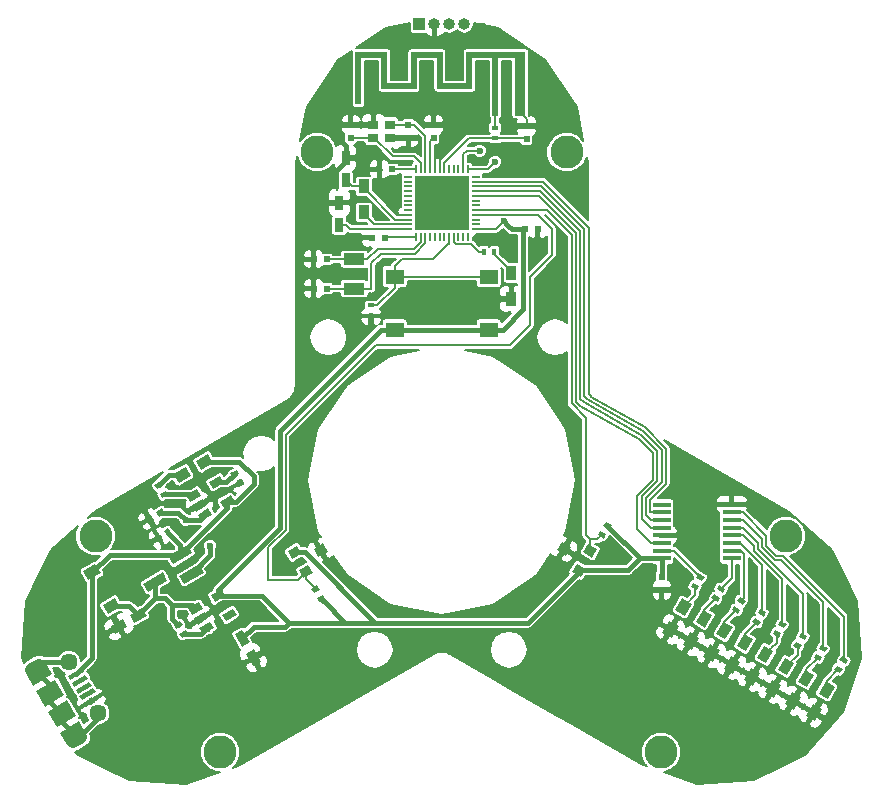
<source format=gtl>
G04 #@! TF.FileFunction,Copper,L1,Top,Signal*
%FSLAX46Y46*%
G04 Gerber Fmt 4.6, Leading zero omitted, Abs format (unit mm)*
G04 Created by KiCad (PCBNEW 4.0.7) date 2018 May 15, Tuesday 19:27:54*
%MOMM*%
%LPD*%
G01*
G04 APERTURE LIST*
%ADD10C,0.100000*%
%ADD11C,0.600000*%
%ADD12C,2.800000*%
%ADD13R,0.500000X0.600000*%
%ADD14R,0.600000X0.500000*%
%ADD15R,0.750000X1.200000*%
%ADD16R,0.600000X0.400000*%
%ADD17R,1.550000X1.300000*%
%ADD18R,0.680000X0.250000*%
%ADD19R,0.250000X0.680000*%
%ADD20R,4.660000X4.660000*%
%ADD21R,1.500000X0.450000*%
%ADD22R,1.800000X1.000000*%
%ADD23R,0.900000X0.800000*%
%ADD24R,0.900000X1.200000*%
%ADD25R,0.400000X0.600000*%
%ADD26R,0.900000X0.500000*%
%ADD27R,0.500000X0.500000*%
%ADD28R,1.000000X1.000000*%
%ADD29O,1.000000X1.000000*%
%ADD30C,1.450000*%
%ADD31C,1.200000*%
%ADD32C,0.200000*%
%ADD33C,0.400000*%
G04 APERTURE END LIST*
D10*
G36*
X138072960Y-40172160D02*
X136072960Y-40172160D01*
X136072960Y-37532160D01*
X133372960Y-37532160D01*
X133372960Y-40172160D01*
X131372960Y-40172160D01*
X131372960Y-37532160D01*
X128672960Y-37532160D01*
X128672960Y-41972160D01*
X129172960Y-41972160D01*
X129172960Y-38032160D01*
X130872960Y-38032160D01*
X130872960Y-40672160D01*
X133872960Y-40672160D01*
X133872960Y-38032160D01*
X135572960Y-38032160D01*
X135572960Y-40672160D01*
X138572960Y-40672160D01*
X138572960Y-38032160D01*
X140272960Y-38032160D01*
X140272960Y-42932160D01*
X140772960Y-42932160D01*
X140772960Y-38032160D01*
X142172960Y-38032160D01*
X142172960Y-42932160D01*
X143072960Y-42932160D01*
X143072960Y-42688945D01*
X142770543Y-42688945D01*
X142760702Y-42736555D01*
X142736634Y-42778957D01*
X142698691Y-42811741D01*
X142690779Y-42816095D01*
X142648116Y-42828203D01*
X142599597Y-42827460D01*
X142554082Y-42814560D01*
X142535471Y-42803947D01*
X142501828Y-42768713D01*
X142481269Y-42723528D01*
X142474738Y-42674002D01*
X142483178Y-42625743D01*
X142500072Y-42593517D01*
X142535332Y-42560847D01*
X142580642Y-42540752D01*
X142630227Y-42534178D01*
X142678313Y-42542068D01*
X142711205Y-42558974D01*
X142746145Y-42595744D01*
X142765807Y-42640538D01*
X142770543Y-42688945D01*
X143072960Y-42688945D01*
X143072960Y-37532160D01*
X138072960Y-37532160D01*
X138072960Y-40172160D01*
X138072960Y-40172160D01*
G37*
D11*
X144470000Y-41050000D03*
X160660000Y-98440000D03*
X132850000Y-45710000D03*
D12*
X125441680Y-46029880D03*
X146551680Y-46029880D03*
D11*
X139446000Y-35306000D03*
X143750000Y-53750000D03*
X126740000Y-53750000D03*
X131560000Y-35730000D03*
X147190000Y-43120000D03*
X146180000Y-59730000D03*
X144510000Y-59310000D03*
X144580000Y-57160000D03*
D12*
X154552500Y-96830898D03*
X165107500Y-78549102D03*
D11*
X114600000Y-93090000D03*
X152920000Y-91150000D03*
X160480000Y-95000000D03*
X111950000Y-98980000D03*
X101040000Y-85320000D03*
X111950000Y-87680000D03*
X148000000Y-47780000D03*
X124720000Y-42460000D03*
X124060000Y-47890000D03*
X136870000Y-43150000D03*
X129090000Y-43740000D03*
X126390000Y-43370000D03*
X141980000Y-43860000D03*
X142140000Y-46100000D03*
X144140000Y-45850000D03*
X141130000Y-53720000D03*
X127683260Y-59098180D03*
X124810000Y-51160000D03*
X125530000Y-52800000D03*
X133040000Y-36460000D03*
X144560000Y-39660000D03*
X146050000Y-55530000D03*
X128935480Y-53398420D03*
X124978160Y-59138820D03*
X146100000Y-57450000D03*
X129760000Y-46470000D03*
X127140000Y-39680000D03*
X126390000Y-41490000D03*
X124600000Y-43920000D03*
X144390000Y-47530000D03*
X140200000Y-47970000D03*
X142740000Y-47550000D03*
X145710000Y-41610000D03*
X140970000Y-36068000D03*
X145060000Y-43180000D03*
X138530000Y-43570000D03*
X131480000Y-49990000D03*
X131490000Y-48520000D03*
X134260000Y-51930000D03*
X137720000Y-51910000D03*
X136570000Y-51910000D03*
X135420000Y-51910000D03*
X134270000Y-50890000D03*
X137720000Y-50890000D03*
X136570000Y-50890000D03*
X135420000Y-50890000D03*
X134270000Y-49770000D03*
X137720000Y-49770000D03*
X136570000Y-49770000D03*
X135420000Y-49770000D03*
X136580000Y-48940000D03*
X137720000Y-48940000D03*
X135450000Y-48940000D03*
D13*
X143164560Y-44911100D03*
X143164560Y-43811100D03*
D14*
X130710000Y-47460000D03*
X131810000Y-47460000D03*
D15*
X127297180Y-50291960D03*
X127297180Y-52191960D03*
D14*
X131189820Y-53276500D03*
X130089820Y-53276500D03*
D13*
X135290000Y-44810000D03*
X135290000Y-43710000D03*
D15*
X127850000Y-46510000D03*
X127850000Y-48410000D03*
D14*
X126234280Y-55074820D03*
X125134280Y-55074820D03*
D13*
X133170000Y-43700000D03*
X133170000Y-44800000D03*
D14*
X126244440Y-57564020D03*
X125144440Y-57564020D03*
D13*
X128300000Y-44800000D03*
X128300000Y-43700000D03*
D10*
G36*
X108760155Y-84541093D02*
X107720925Y-85141093D01*
X107270925Y-84361671D01*
X108310155Y-83761671D01*
X108760155Y-84541093D01*
X108760155Y-84541093D01*
G37*
G36*
X107110155Y-81683209D02*
X106070925Y-82283209D01*
X105620925Y-81503787D01*
X106660155Y-80903787D01*
X107110155Y-81683209D01*
X107110155Y-81683209D01*
G37*
G36*
X155447451Y-87178403D02*
X154668029Y-86728403D01*
X155268029Y-85689173D01*
X156047451Y-86139173D01*
X155447451Y-87178403D01*
X155447451Y-87178403D01*
G37*
G36*
X156547451Y-85273147D02*
X155768029Y-84823147D01*
X156368029Y-83783917D01*
X157147451Y-84233917D01*
X156547451Y-85273147D01*
X156547451Y-85273147D01*
G37*
G36*
X157183451Y-88174211D02*
X156404029Y-87724211D01*
X157004029Y-86684981D01*
X157783451Y-87134981D01*
X157183451Y-88174211D01*
X157183451Y-88174211D01*
G37*
G36*
X158283451Y-86268955D02*
X157504029Y-85818955D01*
X158104029Y-84779725D01*
X158883451Y-85229725D01*
X158283451Y-86268955D01*
X158283451Y-86268955D01*
G37*
G36*
X158910651Y-89185131D02*
X158131229Y-88735131D01*
X158731229Y-87695901D01*
X159510651Y-88145901D01*
X158910651Y-89185131D01*
X158910651Y-89185131D01*
G37*
G36*
X160010651Y-87279875D02*
X159231229Y-86829875D01*
X159831229Y-85790645D01*
X160610651Y-86240645D01*
X160010651Y-87279875D01*
X160010651Y-87279875D01*
G37*
G36*
X160641751Y-90190843D02*
X159862329Y-89740843D01*
X160462329Y-88701613D01*
X161241751Y-89151613D01*
X160641751Y-90190843D01*
X160641751Y-90190843D01*
G37*
G36*
X161741751Y-88285587D02*
X160962329Y-87835587D01*
X161562329Y-86796357D01*
X162341751Y-87246357D01*
X161741751Y-88285587D01*
X161741751Y-88285587D01*
G37*
G36*
X162371491Y-91191603D02*
X161592069Y-90741603D01*
X162192069Y-89702373D01*
X162971491Y-90152373D01*
X162371491Y-91191603D01*
X162371491Y-91191603D01*
G37*
G36*
X163471491Y-89286347D02*
X162692069Y-88836347D01*
X163292069Y-87797117D01*
X164071491Y-88247117D01*
X163471491Y-89286347D01*
X163471491Y-89286347D01*
G37*
G36*
X164111391Y-92210143D02*
X163331969Y-91760143D01*
X163931969Y-90720913D01*
X164711391Y-91170913D01*
X164111391Y-92210143D01*
X164111391Y-92210143D01*
G37*
G36*
X165211391Y-90304887D02*
X164431969Y-89854887D01*
X165031969Y-88815657D01*
X165811391Y-89265657D01*
X165211391Y-90304887D01*
X165211391Y-90304887D01*
G37*
G36*
X165838591Y-93216243D02*
X165059169Y-92766243D01*
X165659169Y-91727013D01*
X166438591Y-92177013D01*
X165838591Y-93216243D01*
X165838591Y-93216243D01*
G37*
G36*
X166938591Y-91310987D02*
X166159169Y-90860987D01*
X166759169Y-89821757D01*
X167538591Y-90271757D01*
X166938591Y-91310987D01*
X166938591Y-91310987D01*
G37*
G36*
X167569151Y-94216243D02*
X166789729Y-93766243D01*
X167389729Y-92727013D01*
X168169151Y-93177013D01*
X167569151Y-94216243D01*
X167569151Y-94216243D01*
G37*
G36*
X168669151Y-92310987D02*
X167889729Y-91860987D01*
X168489729Y-90821757D01*
X169269151Y-91271757D01*
X168669151Y-92310987D01*
X168669151Y-92310987D01*
G37*
D16*
X140502640Y-43951740D03*
X140502640Y-44851740D03*
D10*
G36*
X115421762Y-80926314D02*
X115821762Y-81619134D01*
X114176314Y-82569134D01*
X113776314Y-81876314D01*
X115421762Y-80926314D01*
X115421762Y-80926314D01*
G37*
G36*
X114471762Y-79280866D02*
X114871762Y-79973686D01*
X113226314Y-80923686D01*
X112826314Y-80230866D01*
X114471762Y-79280866D01*
X114471762Y-79280866D01*
G37*
G36*
X112348686Y-81603590D02*
X112748686Y-82296410D01*
X111103238Y-83246410D01*
X110703238Y-82553590D01*
X112348686Y-81603590D01*
X112348686Y-81603590D01*
G37*
D17*
X139974140Y-56548460D03*
X139974140Y-61048460D03*
X132014140Y-61048460D03*
X132014140Y-56548460D03*
D18*
X133145000Y-52525000D03*
X133145000Y-52125000D03*
X133145000Y-51725000D03*
X133145000Y-51325000D03*
X133145000Y-50925000D03*
X133145000Y-50525000D03*
X133145000Y-50125000D03*
X133145000Y-49725000D03*
X133145000Y-49325000D03*
X133145000Y-48925000D03*
X133145000Y-48525000D03*
X133145000Y-48125000D03*
D19*
X133805000Y-47465000D03*
X134205000Y-47465000D03*
X134605000Y-47465000D03*
X135005000Y-47465000D03*
X135405000Y-47465000D03*
X135805000Y-47465000D03*
X136205000Y-47465000D03*
X136605000Y-47465000D03*
X137005000Y-47465000D03*
X137405000Y-47465000D03*
X137805000Y-47465000D03*
X138205000Y-47465000D03*
D18*
X138865000Y-48125000D03*
X138865000Y-48525000D03*
X138865000Y-48925000D03*
X138865000Y-49325000D03*
X138865000Y-49725000D03*
X138865000Y-50125000D03*
X138865000Y-50525000D03*
X138865000Y-50925000D03*
X138865000Y-51325000D03*
X138865000Y-51725000D03*
X138865000Y-52125000D03*
X138865000Y-52525000D03*
D19*
X138205000Y-53185000D03*
X137805000Y-53185000D03*
X137405000Y-53185000D03*
X137005000Y-53185000D03*
X136605000Y-53185000D03*
X136205000Y-53185000D03*
X135805000Y-53185000D03*
X135405000Y-53185000D03*
X135005000Y-53185000D03*
X134605000Y-53185000D03*
X134205000Y-53185000D03*
X133805000Y-53185000D03*
D20*
X136005000Y-50325000D03*
D10*
G36*
X114841559Y-85208794D02*
X114516559Y-84645878D01*
X115434545Y-84115878D01*
X115759545Y-84678794D01*
X114841559Y-85208794D01*
X114841559Y-85208794D01*
G37*
G36*
X115316559Y-86031518D02*
X114991559Y-85468602D01*
X115909545Y-84938602D01*
X116234545Y-85501518D01*
X115316559Y-86031518D01*
X115316559Y-86031518D01*
G37*
G36*
X115791559Y-86854242D02*
X115466559Y-86291326D01*
X116384545Y-85761326D01*
X116709545Y-86324242D01*
X115791559Y-86854242D01*
X115791559Y-86854242D01*
G37*
G36*
X117696815Y-85754242D02*
X117371815Y-85191326D01*
X118289801Y-84661326D01*
X118614801Y-85224242D01*
X117696815Y-85754242D01*
X117696815Y-85754242D01*
G37*
G36*
X116746815Y-84108794D02*
X116421815Y-83545878D01*
X117339801Y-83015878D01*
X117664801Y-83578794D01*
X116746815Y-84108794D01*
X116746815Y-84108794D01*
G37*
G36*
X114688251Y-75621010D02*
X114363251Y-75058094D01*
X115281237Y-74528094D01*
X115606237Y-75091010D01*
X114688251Y-75621010D01*
X114688251Y-75621010D01*
G37*
G36*
X115163251Y-76443734D02*
X114838251Y-75880818D01*
X115756237Y-75350818D01*
X116081237Y-75913734D01*
X115163251Y-76443734D01*
X115163251Y-76443734D01*
G37*
G36*
X115638251Y-77266458D02*
X115313251Y-76703542D01*
X116231237Y-76173542D01*
X116556237Y-76736458D01*
X115638251Y-77266458D01*
X115638251Y-77266458D01*
G37*
G36*
X117543507Y-76166458D02*
X117218507Y-75603542D01*
X118136493Y-75073542D01*
X118461493Y-75636458D01*
X117543507Y-76166458D01*
X117543507Y-76166458D01*
G37*
G36*
X116593507Y-74521010D02*
X116268507Y-73958094D01*
X117186493Y-73428094D01*
X117511493Y-73991010D01*
X116593507Y-74521010D01*
X116593507Y-74521010D01*
G37*
D21*
X160534140Y-80402860D03*
X160534140Y-79752860D03*
X160534140Y-79102860D03*
X160534140Y-78452860D03*
X160534140Y-77802860D03*
X160534140Y-77152860D03*
X160534140Y-76502860D03*
X160534140Y-75852860D03*
X154634140Y-75852860D03*
X154634140Y-76502860D03*
X154634140Y-77152860D03*
X154634140Y-77802860D03*
X154634140Y-78452860D03*
X154634140Y-79102860D03*
X154634140Y-79752860D03*
X154634140Y-80402860D03*
D22*
X128587500Y-55084980D03*
X128587500Y-57584980D03*
D23*
X131600000Y-43700000D03*
X130200000Y-43700000D03*
X130200000Y-44800000D03*
X131600000Y-44800000D03*
D24*
X129400000Y-48920000D03*
X129400000Y-51120000D03*
D10*
G36*
X157724172Y-81687352D02*
X158243788Y-81987352D01*
X158043788Y-82333762D01*
X157524172Y-82033762D01*
X157724172Y-81687352D01*
X157724172Y-81687352D01*
G37*
G36*
X157274172Y-82466774D02*
X157793788Y-82766774D01*
X157593788Y-83113184D01*
X157074172Y-82813184D01*
X157274172Y-82466774D01*
X157274172Y-82466774D01*
G37*
G36*
X159466612Y-82680492D02*
X159986228Y-82980492D01*
X159786228Y-83326902D01*
X159266612Y-83026902D01*
X159466612Y-82680492D01*
X159466612Y-82680492D01*
G37*
G36*
X159016612Y-83459914D02*
X159536228Y-83759914D01*
X159336228Y-84106324D01*
X158816612Y-83806324D01*
X159016612Y-83459914D01*
X159016612Y-83459914D01*
G37*
G36*
X161201432Y-83686332D02*
X161721048Y-83986332D01*
X161521048Y-84332742D01*
X161001432Y-84032742D01*
X161201432Y-83686332D01*
X161201432Y-83686332D01*
G37*
G36*
X160751432Y-84465754D02*
X161271048Y-84765754D01*
X161071048Y-85112164D01*
X160551432Y-84812164D01*
X160751432Y-84465754D01*
X160751432Y-84465754D01*
G37*
G36*
X162935072Y-84692044D02*
X163454688Y-84992044D01*
X163254688Y-85338454D01*
X162735072Y-85038454D01*
X162935072Y-84692044D01*
X162935072Y-84692044D01*
G37*
G36*
X162485072Y-85471466D02*
X163004688Y-85771466D01*
X162804688Y-86117876D01*
X162285072Y-85817876D01*
X162485072Y-85471466D01*
X162485072Y-85471466D01*
G37*
G36*
X164659732Y-85690264D02*
X165179348Y-85990264D01*
X164979348Y-86336674D01*
X164459732Y-86036674D01*
X164659732Y-85690264D01*
X164659732Y-85690264D01*
G37*
G36*
X164209732Y-86469686D02*
X164729348Y-86769686D01*
X164529348Y-87116096D01*
X164009732Y-86816096D01*
X164209732Y-86469686D01*
X164209732Y-86469686D01*
G37*
G36*
X166403532Y-86703596D02*
X166923148Y-87003596D01*
X166723148Y-87350006D01*
X166203532Y-87050006D01*
X166403532Y-86703596D01*
X166403532Y-86703596D01*
G37*
G36*
X165953532Y-87483018D02*
X166473148Y-87783018D01*
X166273148Y-88129428D01*
X165753532Y-87829428D01*
X165953532Y-87483018D01*
X165953532Y-87483018D01*
G37*
G36*
X168128192Y-87711976D02*
X168647808Y-88011976D01*
X168447808Y-88358386D01*
X167928192Y-88058386D01*
X168128192Y-87711976D01*
X168128192Y-87711976D01*
G37*
G36*
X167678192Y-88491398D02*
X168197808Y-88791398D01*
X167997808Y-89137808D01*
X167478192Y-88837808D01*
X167678192Y-88491398D01*
X167678192Y-88491398D01*
G37*
G36*
X169860472Y-88707656D02*
X170380088Y-89007656D01*
X170180088Y-89354066D01*
X169660472Y-89054066D01*
X169860472Y-88707656D01*
X169860472Y-88707656D01*
G37*
G36*
X169410472Y-89487078D02*
X169930088Y-89787078D01*
X169730088Y-90133488D01*
X169210472Y-89833488D01*
X169410472Y-89487078D01*
X169410472Y-89487078D01*
G37*
G36*
X110631379Y-84610000D02*
X111006379Y-85259520D01*
X109967149Y-85859520D01*
X109592149Y-85210000D01*
X110631379Y-84610000D01*
X110631379Y-84610000D01*
G37*
G36*
X108985931Y-85560000D02*
X109360931Y-86209520D01*
X108321701Y-86809520D01*
X107946701Y-86160000D01*
X108985931Y-85560000D01*
X108985931Y-85560000D01*
G37*
G36*
X118460240Y-86855161D02*
X119109760Y-86480161D01*
X119709760Y-87519391D01*
X119060240Y-87894391D01*
X118460240Y-86855161D01*
X118460240Y-86855161D01*
G37*
G36*
X119410240Y-88500609D02*
X120059760Y-88125609D01*
X120659760Y-89164839D01*
X120010240Y-89539839D01*
X119410240Y-88500609D01*
X119410240Y-88500609D01*
G37*
G36*
X112830776Y-77870712D02*
X113130776Y-78390328D01*
X112784366Y-78590328D01*
X112484366Y-78070712D01*
X112830776Y-77870712D01*
X112830776Y-77870712D01*
G37*
G36*
X112051354Y-78320712D02*
X112351354Y-78840328D01*
X112004944Y-79040328D01*
X111704944Y-78520712D01*
X112051354Y-78320712D01*
X112051354Y-78320712D01*
G37*
G36*
X114493648Y-86838956D02*
X113974032Y-87138956D01*
X113774032Y-86792546D01*
X114293648Y-86492546D01*
X114493648Y-86838956D01*
X114493648Y-86838956D01*
G37*
G36*
X114043648Y-86059534D02*
X113524032Y-86359534D01*
X113324032Y-86013124D01*
X113843648Y-85713124D01*
X114043648Y-86059534D01*
X114043648Y-86059534D01*
G37*
D25*
X139550000Y-54490000D03*
X140450000Y-54490000D03*
D16*
X130012440Y-59001240D03*
X130012440Y-59901240D03*
D10*
G36*
X111660332Y-74194504D02*
X112179948Y-73894504D01*
X112379948Y-74240914D01*
X111860332Y-74540914D01*
X111660332Y-74194504D01*
X111660332Y-74194504D01*
G37*
G36*
X112110332Y-74973926D02*
X112629948Y-74673926D01*
X112829948Y-75020336D01*
X112310332Y-75320336D01*
X112110332Y-74973926D01*
X112110332Y-74973926D01*
G37*
G36*
X118091612Y-73221684D02*
X118611228Y-72921684D01*
X118811228Y-73268094D01*
X118291612Y-73568094D01*
X118091612Y-73221684D01*
X118091612Y-73221684D01*
G37*
G36*
X118541612Y-74001106D02*
X119061228Y-73701106D01*
X119261228Y-74047516D01*
X118741612Y-74347516D01*
X118541612Y-74001106D01*
X118541612Y-74001106D01*
G37*
G36*
X149855192Y-77307084D02*
X150374808Y-77607084D01*
X150174808Y-77953494D01*
X149655192Y-77653494D01*
X149855192Y-77307084D01*
X149855192Y-77307084D01*
G37*
G36*
X149405192Y-78086506D02*
X149924808Y-78386506D01*
X149724808Y-78732916D01*
X149205192Y-78432916D01*
X149405192Y-78086506D01*
X149405192Y-78086506D01*
G37*
D14*
X144100000Y-52530000D03*
X143000000Y-52530000D03*
D24*
X141890000Y-58450620D03*
X141890000Y-56250620D03*
D10*
G36*
X113702997Y-74028491D02*
X113252997Y-73249069D01*
X114292227Y-72649069D01*
X114742227Y-73428491D01*
X113702997Y-74028491D01*
X113702997Y-74028491D01*
G37*
G36*
X115608253Y-72928491D02*
X115158253Y-72149069D01*
X116197483Y-71549069D01*
X116647483Y-72328491D01*
X115608253Y-72928491D01*
X115608253Y-72928491D01*
G37*
G36*
X112307622Y-76170634D02*
X112557622Y-76603646D01*
X112038006Y-76903646D01*
X111788006Y-76470634D01*
X112307622Y-76170634D01*
X112307622Y-76170634D01*
G37*
G36*
X111354994Y-76720634D02*
X111604994Y-77153646D01*
X111085378Y-77453646D01*
X110835378Y-77020634D01*
X111354994Y-76720634D01*
X111354994Y-76720634D01*
G37*
D13*
X154614880Y-81981040D03*
X154614880Y-83081040D03*
D26*
X142622960Y-42682160D03*
D27*
X140522960Y-42682160D03*
D28*
X134100000Y-35200000D03*
D29*
X135370000Y-35200000D03*
X136640000Y-35200000D03*
X137910000Y-35200000D03*
D10*
G36*
X148190736Y-81301314D02*
X147790736Y-81994134D01*
X147011314Y-81544134D01*
X147411314Y-80851314D01*
X148190736Y-81301314D01*
X148190736Y-81301314D01*
G37*
G36*
X149140736Y-79655866D02*
X148740736Y-80348686D01*
X147961314Y-79898686D01*
X148361314Y-79205866D01*
X149140736Y-79655866D01*
X149140736Y-79655866D01*
G37*
G36*
X146933686Y-79478590D02*
X146533686Y-80171410D01*
X145754264Y-79721410D01*
X146154264Y-79028590D01*
X146933686Y-79478590D01*
X146933686Y-79478590D01*
G37*
D11*
X134280000Y-48940000D03*
D12*
X106672500Y-78534102D03*
X117227500Y-96815898D03*
D10*
G36*
X102628627Y-93391086D02*
X104274075Y-92441086D01*
X105024075Y-93740124D01*
X103378627Y-94690124D01*
X102628627Y-93391086D01*
X102628627Y-93391086D01*
G37*
D30*
X104414620Y-89184516D03*
D10*
G36*
X104655053Y-90950958D02*
X105824187Y-90275958D01*
X106024187Y-90622368D01*
X104855053Y-91297368D01*
X104655053Y-90950958D01*
X104655053Y-90950958D01*
G37*
G36*
X104330053Y-90388042D02*
X105499187Y-89713042D01*
X105699187Y-90059452D01*
X104530053Y-90734452D01*
X104330053Y-90388042D01*
X104330053Y-90388042D01*
G37*
G36*
X105630053Y-92639708D02*
X106799187Y-91964708D01*
X106999187Y-92311118D01*
X105830053Y-92986118D01*
X105630053Y-92639708D01*
X105630053Y-92639708D01*
G37*
G36*
X105305053Y-92076792D02*
X106474187Y-91401792D01*
X106674187Y-91748202D01*
X105505053Y-92423202D01*
X105305053Y-92076792D01*
X105305053Y-92076792D01*
G37*
G36*
X104980053Y-91513875D02*
X106149187Y-90838875D01*
X106349187Y-91185285D01*
X105180053Y-91860285D01*
X104980053Y-91513875D01*
X104980053Y-91513875D01*
G37*
D30*
X106914620Y-93514644D03*
D10*
G36*
X101628627Y-91659036D02*
X103274075Y-90709036D01*
X104024075Y-92008074D01*
X102378627Y-92958074D01*
X101628627Y-91659036D01*
X101628627Y-91659036D01*
G37*
D31*
X101273242Y-89843491D02*
X101879460Y-89493491D01*
X105379460Y-95555669D02*
X104773242Y-95905669D01*
D10*
G36*
X103653627Y-95166439D02*
X105299075Y-94216439D01*
X105899075Y-95255669D01*
X104253627Y-96205669D01*
X103653627Y-95166439D01*
X103653627Y-95166439D01*
G37*
G36*
X100753627Y-90143491D02*
X102399075Y-89193491D01*
X102999075Y-90232721D01*
X101353627Y-91182721D01*
X100753627Y-90143491D01*
X100753627Y-90143491D01*
G37*
G36*
X126114808Y-83832916D02*
X125595192Y-84132916D01*
X125395192Y-83786506D01*
X125914808Y-83486506D01*
X126114808Y-83832916D01*
X126114808Y-83832916D01*
G37*
G36*
X125664808Y-83053494D02*
X125145192Y-83353494D01*
X124945192Y-83007084D01*
X125464808Y-82707084D01*
X125664808Y-83053494D01*
X125664808Y-83053494D01*
G37*
G36*
X123329264Y-80468686D02*
X122929264Y-79775866D01*
X123708686Y-79325866D01*
X124108686Y-80018686D01*
X123329264Y-80468686D01*
X123329264Y-80468686D01*
G37*
G36*
X124279264Y-82114134D02*
X123879264Y-81421314D01*
X124658686Y-80971314D01*
X125058686Y-81664134D01*
X124279264Y-82114134D01*
X124279264Y-82114134D01*
G37*
G36*
X125536314Y-80291410D02*
X125136314Y-79598590D01*
X125915736Y-79148590D01*
X126315736Y-79841410D01*
X125536314Y-80291410D01*
X125536314Y-80291410D01*
G37*
D11*
X136000000Y-46020000D03*
X141248176Y-51880010D03*
X116393298Y-79344733D03*
X114300000Y-77175000D03*
X139186920Y-45897800D03*
X140515340Y-46837600D03*
D32*
X140502640Y-44851740D02*
X143105200Y-44851740D01*
X143105200Y-44851740D02*
X143164560Y-44911100D01*
X136205000Y-47465000D02*
X136205000Y-46925000D01*
X136205000Y-46925000D02*
X138278260Y-44851740D01*
X138278260Y-44851740D02*
X140002640Y-44851740D01*
X140002640Y-44851740D02*
X140502640Y-44851740D01*
D33*
X127850000Y-46510000D02*
X127850000Y-45510000D01*
X127850000Y-45510000D02*
X126390000Y-44050000D01*
X126390000Y-44050000D02*
X126390000Y-43794264D01*
X126390000Y-43794264D02*
X126390000Y-43370000D01*
X125678040Y-50291960D02*
X125678040Y-48906960D01*
X125678040Y-48906960D02*
X127850000Y-46735000D01*
X127850000Y-46735000D02*
X127850000Y-46510000D01*
X127297180Y-50291960D02*
X125678040Y-50291960D01*
X125678040Y-50291960D02*
X124810000Y-51160000D01*
D32*
X135805000Y-47465000D02*
X135805000Y-46215000D01*
X135805000Y-46215000D02*
X136000000Y-46020000D01*
X135405000Y-47465000D02*
X135405000Y-46615000D01*
X135405000Y-46615000D02*
X136000000Y-46020000D01*
X133145000Y-51325000D02*
X132390736Y-51325000D01*
X132390736Y-51325000D02*
X131480000Y-50414264D01*
X131480000Y-50414264D02*
X131480000Y-49990000D01*
X143164560Y-43811100D02*
X143164560Y-43223760D01*
X143164560Y-43223760D02*
X142622960Y-42682160D01*
X155399060Y-86392468D02*
X155357740Y-86433788D01*
X130935000Y-47465000D02*
X130900000Y-47500000D01*
D33*
X117043308Y-83087059D02*
X117043308Y-83562336D01*
X122289989Y-77840378D02*
X117043308Y-83087059D01*
X122289989Y-69597611D02*
X122289989Y-77840378D01*
X130839140Y-61048460D02*
X122289989Y-69597611D01*
X132014140Y-61048460D02*
X130839140Y-61048460D01*
X139974140Y-61048460D02*
X141149140Y-61048460D01*
X142889381Y-59308219D02*
X142889381Y-54920000D01*
X141149140Y-61048460D02*
X142889381Y-59308219D01*
D32*
X140948177Y-52180009D02*
X141248176Y-51880010D01*
D33*
X143000000Y-52530000D02*
X141898166Y-52530000D01*
D32*
X140603186Y-52525000D02*
X140948177Y-52180009D01*
D33*
X141898166Y-52530000D02*
X141548175Y-52180009D01*
D32*
X138865000Y-52525000D02*
X140603186Y-52525000D01*
D33*
X141548175Y-52180009D02*
X141248176Y-51880010D01*
X127810000Y-85861781D02*
X130380000Y-85861781D01*
X130380000Y-85861781D02*
X143287993Y-85861781D01*
X124377276Y-79897276D02*
X130341781Y-85861781D01*
X130341781Y-85861781D02*
X130380000Y-85861781D01*
X123518975Y-79897276D02*
X124377276Y-79897276D01*
X123041443Y-85861781D02*
X127810000Y-85861781D01*
X125755000Y-83809711D02*
X125972120Y-84026831D01*
X125972120Y-84026831D02*
X125975050Y-84026831D01*
X125975050Y-84026831D02*
X127810000Y-85861781D01*
X152787571Y-80402860D02*
X151767707Y-81422724D01*
X151767707Y-81422724D02*
X147601025Y-81422724D01*
X150015000Y-77630289D02*
X152787571Y-80402860D01*
X152787571Y-80402860D02*
X154634140Y-80402860D01*
X142889381Y-54920000D02*
X142889381Y-52640619D01*
X142889381Y-53833645D02*
X142889381Y-54920000D01*
X142889381Y-52640619D02*
X143000000Y-52530000D01*
X154634140Y-80402860D02*
X154634140Y-81961780D01*
X154634140Y-81961780D02*
X154614880Y-81981040D01*
D32*
X138870000Y-52530000D02*
X138865000Y-52525000D01*
D33*
X132014140Y-61048460D02*
X133189140Y-61048460D01*
X133189140Y-61048460D02*
X139974140Y-61048460D01*
X117043308Y-83562336D02*
X120741998Y-83562336D01*
X120741998Y-83562336D02*
X123041443Y-85861781D01*
X119085000Y-87187276D02*
X120082514Y-86189762D01*
X143287993Y-85861781D02*
X147687050Y-81462724D01*
X120082514Y-86189762D02*
X122713462Y-86189762D01*
X122713462Y-86189762D02*
X123041443Y-85861781D01*
D32*
X133805000Y-47465000D02*
X131815000Y-47465000D01*
X131815000Y-47465000D02*
X131810000Y-47460000D01*
X133145000Y-52525000D02*
X128205220Y-52525000D01*
X128205220Y-52525000D02*
X127872180Y-52191960D01*
X127872180Y-52191960D02*
X127297180Y-52191960D01*
D33*
X113175000Y-84400289D02*
X113175000Y-85527489D01*
X113175000Y-85527489D02*
X113683840Y-86036329D01*
X108015540Y-84451382D02*
X109515886Y-84451382D01*
X109515886Y-84451382D02*
X110299264Y-85234760D01*
X111725962Y-83808062D02*
X112582773Y-83808062D01*
X112582773Y-83808062D02*
X113175000Y-84400289D01*
X111725962Y-82425000D02*
X111725962Y-83808062D01*
X111725962Y-83808062D02*
X110299264Y-85234760D01*
X111725962Y-82425000D02*
X111725962Y-82811762D01*
X113175000Y-84400289D02*
X114876005Y-84400289D01*
X114876005Y-84400289D02*
X115138052Y-84662336D01*
X111725962Y-82425000D02*
X111725962Y-82951251D01*
D32*
X133805000Y-53185000D02*
X131281320Y-53185000D01*
X131281320Y-53185000D02*
X131189820Y-53276500D01*
X135005000Y-47465000D02*
X135005000Y-45095000D01*
X135005000Y-45095000D02*
X135290000Y-44810000D01*
X129400000Y-48920000D02*
X128360000Y-48920000D01*
X128360000Y-48920000D02*
X127850000Y-48410000D01*
X133145000Y-51725000D02*
X132055000Y-51725000D01*
X132055000Y-51725000D02*
X129400000Y-49070000D01*
X129400000Y-49070000D02*
X129400000Y-48920000D01*
D33*
X114799038Y-81747724D02*
X116393298Y-80153464D01*
X116393298Y-80153464D02*
X116393298Y-79768997D01*
X116393298Y-79768997D02*
X116393298Y-79344733D01*
X112172814Y-76537140D02*
X113662140Y-76537140D01*
X113662140Y-76537140D02*
X114300000Y-77175000D01*
X115934744Y-76720000D02*
X115479744Y-77175000D01*
X115479744Y-77175000D02*
X114300000Y-77175000D01*
X120077120Y-74094870D02*
X118551990Y-75620000D01*
X120077120Y-73477120D02*
X120077120Y-74094870D01*
X118838780Y-72238780D02*
X120077120Y-73477120D01*
X115902868Y-72238780D02*
X118838780Y-72238780D01*
X118551990Y-75620000D02*
X117840000Y-75620000D01*
X106365540Y-81593498D02*
X107856762Y-80102276D01*
X107856762Y-80102276D02*
X113849038Y-80102276D01*
X105014620Y-90223747D02*
X106365540Y-88872827D01*
X106365540Y-88872827D02*
X106365540Y-81593498D01*
X113849038Y-80102276D02*
X113849038Y-79271987D01*
X113849038Y-79271987D02*
X112807571Y-78230520D01*
X117840000Y-75620000D02*
X117840000Y-76111314D01*
X117840000Y-76111314D02*
X113849038Y-80102276D01*
D32*
X140450000Y-54490000D02*
X140450000Y-54660620D01*
X140450000Y-54660620D02*
X141890000Y-56100620D01*
X141890000Y-56100620D02*
X141890000Y-56250620D01*
X142089380Y-56100620D02*
X142089380Y-56250620D01*
D33*
X113997612Y-73338780D02*
X112899069Y-73338780D01*
X112899069Y-73338780D02*
X112020140Y-74217709D01*
D32*
X157433980Y-82789979D02*
X157433980Y-83552292D01*
X157433980Y-83552292D02*
X156457740Y-84528532D01*
X159176420Y-83783119D02*
X158193740Y-84765799D01*
X158193740Y-84765799D02*
X158193740Y-85524340D01*
X160911240Y-84788959D02*
X159920940Y-85779259D01*
X159920940Y-85779259D02*
X159920940Y-86535260D01*
X162644880Y-85794671D02*
X161652040Y-86787511D01*
X161652040Y-86787511D02*
X161652040Y-87540972D01*
X163891720Y-88031792D02*
X163381780Y-88541732D01*
X164369540Y-87553972D02*
X163891720Y-88031792D01*
X164369540Y-86792891D02*
X164369540Y-87553972D01*
X166113340Y-87806223D02*
X166113340Y-88568612D01*
X166113340Y-88568612D02*
X165121680Y-89560272D01*
X167838000Y-88814603D02*
X166848880Y-89803723D01*
X166848880Y-89803723D02*
X166848880Y-90566372D01*
X169570280Y-89810283D02*
X168579440Y-90801123D01*
X168579440Y-90801123D02*
X168579440Y-91566372D01*
X138107420Y-45897800D02*
X137805000Y-46200220D01*
X137805000Y-46200220D02*
X137805000Y-47465000D01*
X139186920Y-45897800D02*
X138107420Y-45897800D01*
X140515340Y-46837600D02*
X139887940Y-47465000D01*
X139887940Y-47465000D02*
X138205000Y-47465000D01*
X133145000Y-52125000D02*
X130255000Y-52125000D01*
X130255000Y-52125000D02*
X129400000Y-51270000D01*
X129400000Y-51270000D02*
X129400000Y-51120000D01*
D33*
X114133840Y-86815751D02*
X115580085Y-86815751D01*
X115580085Y-86815751D02*
X116088052Y-86307784D01*
D32*
X116300071Y-86519803D02*
X116088052Y-86307784D01*
X132014140Y-56548460D02*
X139974140Y-56548460D01*
X136605000Y-53725000D02*
X136605000Y-53185000D01*
X136605000Y-53794992D02*
X136605000Y-53725000D01*
X139849140Y-56548460D02*
X139974140Y-56548460D01*
X130012440Y-59001240D02*
X130512440Y-59001240D01*
X130512440Y-59001240D02*
X132014140Y-57499540D01*
X132014140Y-57499540D02*
X132014140Y-57398460D01*
X132014140Y-57398460D02*
X132014140Y-56548460D01*
X132630000Y-55060000D02*
X132014140Y-55675860D01*
X132014140Y-55675860D02*
X132014140Y-56548460D01*
X135270000Y-55060000D02*
X132630000Y-55060000D01*
X136605000Y-53725000D02*
X135270000Y-55060000D01*
D33*
X112470140Y-74997131D02*
X114907323Y-74997131D01*
X114907323Y-74997131D02*
X114984744Y-75074552D01*
X116890000Y-73974552D02*
X117721757Y-73974552D01*
X117721757Y-73974552D02*
X118451420Y-73244889D01*
D32*
X154634140Y-79752860D02*
X155626283Y-79752860D01*
X155626283Y-79752860D02*
X157883980Y-82010557D01*
X160534140Y-80402860D02*
X160534140Y-82095977D01*
X160534140Y-82095977D02*
X159626420Y-83003697D01*
X160534140Y-79752860D02*
X161309142Y-79752860D01*
X161309142Y-79752860D02*
X161578360Y-80022078D01*
X161578360Y-80022078D02*
X161578360Y-83792417D01*
X161578360Y-83792417D02*
X161361240Y-84009537D01*
X163094880Y-84684310D02*
X163094880Y-85015249D01*
X160534140Y-79102860D02*
X161239296Y-79102860D01*
X161239296Y-79102860D02*
X163094880Y-80958444D01*
X163094880Y-80958444D02*
X163094880Y-84684310D01*
X164819540Y-82188114D02*
X164819540Y-85682530D01*
X162407468Y-79376188D02*
X162407469Y-79776043D01*
X161484140Y-78452860D02*
X162407468Y-79376188D01*
X160534140Y-78452860D02*
X161484140Y-78452860D01*
X164819540Y-85682530D02*
X164819540Y-86013469D01*
X162407469Y-79776043D02*
X164819540Y-82188114D01*
X166563340Y-86695862D02*
X166563340Y-87026801D01*
X166563340Y-83436924D02*
X166563340Y-86695862D01*
X161484140Y-77802860D02*
X162757479Y-79076199D01*
X160534140Y-77802860D02*
X161484140Y-77802860D01*
X162757479Y-79076199D02*
X162757479Y-79631063D01*
X162757479Y-79631063D02*
X166563340Y-83436924D01*
X168288000Y-87704242D02*
X168288000Y-88035181D01*
X161484140Y-77152860D02*
X163107488Y-78776208D01*
X168288000Y-84111730D02*
X168288000Y-87704242D01*
X164725384Y-80549114D02*
X168288000Y-84111730D01*
X163107489Y-79486083D02*
X164170519Y-80549113D01*
X164170519Y-80549113D02*
X164725384Y-80549114D01*
X160534140Y-77152860D02*
X161484140Y-77152860D01*
X163107488Y-78776208D02*
X163107489Y-79486083D01*
X164870364Y-80199104D02*
X170020280Y-85349020D01*
X170020280Y-85349020D02*
X170020280Y-88699922D01*
X160534140Y-76502860D02*
X161484140Y-76502860D01*
X163457499Y-78476219D02*
X163457499Y-79341103D01*
X170020280Y-88699922D02*
X170020280Y-89030861D01*
X161484140Y-76502860D02*
X163457499Y-78476219D01*
X163457499Y-79341103D02*
X164315499Y-80199103D01*
X164315499Y-80199103D02*
X164870364Y-80199104D01*
X147706080Y-52705000D02*
X147706080Y-66893440D01*
X147997000Y-67196000D02*
X147997000Y-67184360D01*
X147997000Y-67184360D02*
X147706080Y-66893440D01*
X152872440Y-69997320D02*
X147997000Y-67196000D01*
X153684140Y-77802860D02*
X154634140Y-77802860D01*
X152934118Y-77052838D02*
X153684140Y-77802860D01*
X154228800Y-73843220D02*
X152934118Y-75137902D01*
X154228800Y-71358760D02*
X154228800Y-73843220D01*
X152934115Y-70064075D02*
X154228800Y-71358760D01*
X152934115Y-70058995D02*
X152934115Y-70064075D01*
X152872440Y-69997320D02*
X152934115Y-70058995D01*
X144326080Y-49325000D02*
X147706080Y-52705000D01*
X152934118Y-75137902D02*
X152934118Y-77052838D01*
X138865000Y-49325000D02*
X144326080Y-49325000D01*
X148637000Y-66710000D02*
X148637000Y-66686440D01*
X148637000Y-66686440D02*
X148427440Y-66476880D01*
X153162400Y-69297300D02*
X148637000Y-66710000D01*
X153684140Y-76502860D02*
X154634140Y-76502860D01*
X153634139Y-75427859D02*
X153634139Y-76452859D01*
X154984150Y-71119050D02*
X154984150Y-74077848D01*
X153634139Y-76452859D02*
X153684140Y-76502860D01*
X148427440Y-52423438D02*
X148427440Y-66476880D01*
X144529002Y-48525000D02*
X148427440Y-52423438D01*
X153162400Y-69297300D02*
X154984150Y-71119050D01*
X138865000Y-48525000D02*
X144529002Y-48525000D01*
X154984150Y-74077848D02*
X153634139Y-75427859D01*
X148059140Y-52563070D02*
X148059140Y-66705480D01*
X148300000Y-66960000D02*
X148300000Y-66946340D01*
X148300000Y-66946340D02*
X148059140Y-66705480D01*
X153017420Y-69647310D02*
X148300000Y-66960000D01*
X153684140Y-77152860D02*
X154634140Y-77152860D01*
X153284128Y-76752848D02*
X153684140Y-77152860D01*
X153284128Y-75282880D02*
X153284128Y-76752848D01*
X144413930Y-48917860D02*
X148059140Y-52563070D01*
X138865000Y-48925000D02*
X141388982Y-48925000D01*
X154634140Y-71264030D02*
X154634140Y-73932868D01*
X141388982Y-48925000D02*
X141396122Y-48917860D01*
X153017420Y-69647310D02*
X154634140Y-71264030D01*
X154634140Y-73932868D02*
X153284128Y-75282880D01*
X141396122Y-48917860D02*
X144413930Y-48917860D01*
X147335240Y-52860250D02*
X147335240Y-67137280D01*
X144199990Y-49725000D02*
X147335240Y-52860250D01*
X138865000Y-49725000D02*
X144199990Y-49725000D01*
X147345400Y-67137280D02*
X147734020Y-67525900D01*
X152659780Y-70346000D02*
X153832560Y-71518780D01*
X147734020Y-67525900D02*
X147734020Y-67530980D01*
X147734020Y-67530980D02*
X152650000Y-70346000D01*
X152650000Y-70346000D02*
X152659780Y-70346000D01*
X153832560Y-71518780D02*
X153832559Y-73744469D01*
X153832559Y-73744469D02*
X152486360Y-75090668D01*
X152486360Y-75090668D02*
X152486360Y-77905080D01*
X152486360Y-77905080D02*
X153684140Y-79102860D01*
X153684140Y-79102860D02*
X154634140Y-79102860D01*
X128587500Y-55084980D02*
X126244440Y-55084980D01*
X126244440Y-55084980D02*
X126234280Y-55074820D01*
X129687500Y-55084980D02*
X128587500Y-55084980D01*
X130586151Y-54186329D02*
X129687500Y-55084980D01*
X133648681Y-54186329D02*
X130586151Y-54186329D01*
X134205000Y-53630010D02*
X133648681Y-54186329D01*
X134205000Y-53185000D02*
X134205000Y-53630010D01*
X133170000Y-43700000D02*
X131600000Y-43700000D01*
X134605000Y-47465000D02*
X134605000Y-44685000D01*
X134605000Y-44685000D02*
X133620000Y-43700000D01*
X133620000Y-43700000D02*
X133170000Y-43700000D01*
X128587500Y-57584980D02*
X126265400Y-57584980D01*
X126265400Y-57584980D02*
X126244440Y-57564020D01*
X134605000Y-53185000D02*
X134605000Y-53725000D01*
X134605000Y-53725000D02*
X133704760Y-54625240D01*
X133704760Y-54625240D02*
X130810000Y-54625240D01*
X130810000Y-54625240D02*
X130032760Y-55402480D01*
X130032760Y-55402480D02*
X130032760Y-57597040D01*
X130020700Y-57584980D02*
X128587500Y-57584980D01*
X134205000Y-47465000D02*
X134205000Y-46925000D01*
X134205000Y-46925000D02*
X133650001Y-46370001D01*
X133650001Y-46370001D02*
X131820001Y-46370001D01*
X131820001Y-46370001D02*
X130250000Y-44800000D01*
X130250000Y-44800000D02*
X130200000Y-44800000D01*
X130200000Y-44800000D02*
X128300000Y-44800000D01*
X137005000Y-53620010D02*
X137159991Y-53775001D01*
X137005000Y-53185000D02*
X137005000Y-53620010D01*
X139150000Y-54490000D02*
X139550000Y-54490000D01*
X137159991Y-53775001D02*
X138435001Y-53775001D01*
X138435001Y-53775001D02*
X139150000Y-54490000D01*
X148551025Y-78803835D02*
X149170876Y-78803835D01*
X149170876Y-78803835D02*
X149565000Y-78409711D01*
X148551025Y-79777276D02*
X148551025Y-79220000D01*
X148193760Y-78446570D02*
X148551025Y-78803835D01*
X148551025Y-78803835D02*
X148551025Y-79777276D01*
X146985230Y-67295230D02*
X148100000Y-68410000D01*
X148193760Y-69250560D02*
X148193760Y-68503760D01*
X148193760Y-68503760D02*
X148100000Y-68410000D01*
X146985230Y-67282258D02*
X146985230Y-67295230D01*
X148193760Y-78446570D02*
X148193760Y-69250560D01*
X146985230Y-67282258D02*
X146985230Y-53005228D01*
X146985230Y-53005228D02*
X144905000Y-50925000D01*
X144905000Y-50925000D02*
X138865000Y-50925000D01*
X140502640Y-43951740D02*
X140502640Y-42702480D01*
X140502640Y-42702480D02*
X140522960Y-42682160D01*
D33*
X102826351Y-91138106D02*
X101876351Y-90188106D01*
X105076351Y-95730669D02*
X105076351Y-95511054D01*
X105076351Y-95511054D02*
X104776351Y-95211054D01*
X101576351Y-89668491D02*
X101576351Y-89888106D01*
X101576351Y-89888106D02*
X101876351Y-90188106D01*
X103826351Y-93565605D02*
X103826351Y-94261054D01*
X103826351Y-94261054D02*
X104776351Y-95211054D01*
X102826351Y-91833555D02*
X102826351Y-92565605D01*
X102826351Y-92565605D02*
X103826351Y-93565605D01*
X102826351Y-91833555D02*
X102826351Y-91138106D01*
X106914620Y-93514644D02*
X106914620Y-93892400D01*
X106914620Y-93892400D02*
X105076351Y-95730669D01*
X104414620Y-89184516D02*
X102060326Y-89184516D01*
X102060326Y-89184516D02*
X101576351Y-89668491D01*
D32*
X139410000Y-51330000D02*
X144170000Y-51330000D01*
X145324002Y-54730000D02*
X143440000Y-56614002D01*
X144170000Y-51330000D02*
X145324002Y-52484002D01*
X145324002Y-52484002D02*
X145324002Y-54730000D01*
X138865000Y-51325000D02*
X139405000Y-51325000D01*
X143440000Y-60690000D02*
X141750000Y-62380000D01*
X122780000Y-70000000D02*
X122780000Y-78000000D01*
X139405000Y-51325000D02*
X139410000Y-51330000D01*
X122770000Y-69990000D02*
X122780000Y-70000000D01*
X121290000Y-79490000D02*
X121290000Y-82220000D01*
X121290000Y-82220000D02*
X123791699Y-82220000D01*
X130380000Y-62380000D02*
X122770000Y-69990000D01*
X143440000Y-56614002D02*
X143440000Y-60690000D01*
X122780000Y-78000000D02*
X121290000Y-79490000D01*
X141750000Y-62380000D02*
X130380000Y-62380000D01*
X123791699Y-82220000D02*
X124468975Y-81542724D01*
X124468975Y-81542724D02*
X124468975Y-82194264D01*
X124468975Y-82194264D02*
X125305000Y-83030289D01*
G36*
X165395131Y-76485864D02*
X169049806Y-79690929D01*
X171184206Y-84019064D01*
X171499829Y-88834546D01*
X169948622Y-93404249D01*
X166766746Y-97032484D01*
X162438609Y-99166885D01*
X157623127Y-99482508D01*
X154820467Y-98531132D01*
X154889167Y-98531192D01*
X155514215Y-98272928D01*
X155992850Y-97795128D01*
X156252204Y-97170532D01*
X156252794Y-96494231D01*
X155994530Y-95869183D01*
X155516730Y-95390548D01*
X154892134Y-95131194D01*
X154215833Y-95130604D01*
X153590785Y-95388868D01*
X153112150Y-95866668D01*
X152852796Y-96491264D01*
X152852206Y-97167565D01*
X153110470Y-97792613D01*
X153349115Y-98031675D01*
X153020160Y-97920009D01*
X147032708Y-94463151D01*
X167084808Y-94463151D01*
X167140444Y-94670787D01*
X167160415Y-94682317D01*
X167369887Y-94803256D01*
X167609695Y-94834828D01*
X167843330Y-94772225D01*
X168035225Y-94624979D01*
X168242695Y-94265632D01*
X168187059Y-94057996D01*
X167535808Y-93681996D01*
X167084808Y-94463151D01*
X147032708Y-94463151D01*
X145300657Y-93463151D01*
X165354248Y-93463151D01*
X165409884Y-93670787D01*
X165429855Y-93682317D01*
X165639327Y-93803256D01*
X165879135Y-93834828D01*
X166112770Y-93772225D01*
X166182766Y-93718515D01*
X166171145Y-93806788D01*
X166233747Y-94040424D01*
X166380993Y-94232318D01*
X166590465Y-94353256D01*
X166610436Y-94364787D01*
X166818072Y-94309151D01*
X167269072Y-93527996D01*
X167073808Y-93415260D01*
X167689808Y-93415260D01*
X168341059Y-93791260D01*
X168548695Y-93735624D01*
X168756164Y-93376277D01*
X168787735Y-93136468D01*
X168725133Y-92902832D01*
X168577887Y-92710938D01*
X168368415Y-92590000D01*
X168348444Y-92578469D01*
X168140808Y-92634105D01*
X167689808Y-93415260D01*
X167073808Y-93415260D01*
X166617821Y-93151996D01*
X166490806Y-93186030D01*
X166456499Y-93057996D01*
X165805248Y-92681996D01*
X165354248Y-93463151D01*
X145300657Y-93463151D01*
X143558040Y-92457051D01*
X163627048Y-92457051D01*
X163682684Y-92664687D01*
X163702655Y-92676217D01*
X163912127Y-92797156D01*
X164151935Y-92828728D01*
X164385570Y-92766125D01*
X164452722Y-92714598D01*
X164440585Y-92806788D01*
X164503187Y-93040424D01*
X164650433Y-93232318D01*
X164859905Y-93353256D01*
X164879876Y-93364787D01*
X165087512Y-93309151D01*
X165538512Y-92527996D01*
X165343248Y-92415260D01*
X165959248Y-92415260D01*
X166610499Y-92791260D01*
X166737514Y-92757226D01*
X166771821Y-92885260D01*
X167423072Y-93261260D01*
X167874072Y-92480105D01*
X167818436Y-92272469D01*
X167798465Y-92260939D01*
X167588993Y-92140000D01*
X167349185Y-92108428D01*
X167115550Y-92171031D01*
X167045554Y-92224741D01*
X167057175Y-92136468D01*
X166994573Y-91902832D01*
X166847327Y-91710938D01*
X166637855Y-91590000D01*
X166617884Y-91578469D01*
X166410248Y-91634105D01*
X165959248Y-92415260D01*
X165343248Y-92415260D01*
X164887261Y-92151996D01*
X164764906Y-92184781D01*
X164729299Y-92051896D01*
X164078048Y-91675896D01*
X163627048Y-92457051D01*
X143558040Y-92457051D01*
X141793876Y-91438511D01*
X161887148Y-91438511D01*
X161942784Y-91646147D01*
X161962755Y-91657677D01*
X162172227Y-91778616D01*
X162412035Y-91810188D01*
X162645670Y-91747585D01*
X162728771Y-91683820D01*
X162713385Y-91800688D01*
X162775987Y-92034324D01*
X162923233Y-92226218D01*
X163132705Y-92347156D01*
X163152676Y-92358687D01*
X163360312Y-92303051D01*
X163811312Y-91521896D01*
X163616048Y-91409160D01*
X164232048Y-91409160D01*
X164883299Y-91785160D01*
X165005654Y-91752375D01*
X165041261Y-91885260D01*
X165692512Y-92261260D01*
X166143512Y-91480105D01*
X166087876Y-91272469D01*
X166067905Y-91260939D01*
X165858433Y-91140000D01*
X165618625Y-91108428D01*
X165384990Y-91171031D01*
X165317838Y-91222558D01*
X165329975Y-91130368D01*
X165267373Y-90896732D01*
X165120127Y-90704838D01*
X164910655Y-90583900D01*
X164890684Y-90572369D01*
X164683048Y-90628005D01*
X164232048Y-91409160D01*
X163616048Y-91409160D01*
X163160061Y-91145896D01*
X163028966Y-91181023D01*
X162989399Y-91033356D01*
X162338148Y-90657356D01*
X161887148Y-91438511D01*
X141793876Y-91438511D01*
X140060508Y-90437751D01*
X160157408Y-90437751D01*
X160213044Y-90645387D01*
X160233015Y-90656917D01*
X160442487Y-90777856D01*
X160682295Y-90809428D01*
X160915930Y-90746825D01*
X160985125Y-90693730D01*
X160973485Y-90782148D01*
X161036087Y-91015784D01*
X161183333Y-91207678D01*
X161392805Y-91328616D01*
X161412776Y-91340147D01*
X161620412Y-91284511D01*
X162071412Y-90503356D01*
X161876148Y-90390620D01*
X162492148Y-90390620D01*
X163143399Y-90766620D01*
X163274494Y-90731493D01*
X163314061Y-90879160D01*
X163965312Y-91255160D01*
X164416312Y-90474005D01*
X164360676Y-90266369D01*
X164340705Y-90254839D01*
X164131233Y-90133900D01*
X163891425Y-90102328D01*
X163657790Y-90164931D01*
X163574689Y-90228696D01*
X163590075Y-90111828D01*
X163527473Y-89878192D01*
X163380227Y-89686298D01*
X163170755Y-89565360D01*
X163150784Y-89553829D01*
X162943148Y-89609465D01*
X162492148Y-90390620D01*
X161876148Y-90390620D01*
X161420161Y-90127356D01*
X161294101Y-90161134D01*
X161259659Y-90032596D01*
X160608408Y-89656596D01*
X160157408Y-90437751D01*
X140060508Y-90437751D01*
X136659720Y-88474306D01*
X136637846Y-88466881D01*
X136618660Y-88454061D01*
X136377479Y-88354159D01*
X136321529Y-88343030D01*
X136266429Y-88328266D01*
X135877087Y-88302748D01*
X135877085Y-88302748D01*
X135845582Y-88306896D01*
X135741691Y-88320573D01*
X135372217Y-88445992D01*
X135342376Y-88463221D01*
X135309720Y-88474306D01*
X118930423Y-97930901D01*
X118305542Y-98141804D01*
X118667850Y-97780128D01*
X118927204Y-97155532D01*
X118927794Y-96479231D01*
X118669530Y-95854183D01*
X118191730Y-95375548D01*
X117567134Y-95116194D01*
X116890833Y-95115604D01*
X116265785Y-95373868D01*
X115787150Y-95851668D01*
X115527796Y-96476264D01*
X115527206Y-97152565D01*
X115785470Y-97777613D01*
X116263270Y-98256248D01*
X116887866Y-98515602D01*
X117197222Y-98515872D01*
X114324898Y-99485307D01*
X109509980Y-99161280D01*
X105185573Y-97019328D01*
X104972329Y-96775312D01*
X105202035Y-96697336D01*
X105850669Y-96322846D01*
X106114687Y-96091309D01*
X106270002Y-95776360D01*
X106292969Y-95425949D01*
X106241069Y-95273057D01*
X106974429Y-94539697D01*
X107117611Y-94539822D01*
X107494477Y-94384103D01*
X107783066Y-94096018D01*
X107939442Y-93719424D01*
X107939798Y-93311653D01*
X107784079Y-92934787D01*
X107503030Y-92653247D01*
X107555169Y-92585298D01*
X107617771Y-92351663D01*
X107586200Y-92111854D01*
X107551731Y-92052151D01*
X107344095Y-91996516D01*
X106497988Y-92485016D01*
X106534988Y-92549101D01*
X106453648Y-92596063D01*
X106334763Y-92645185D01*
X106288396Y-92691471D01*
X106268252Y-92703101D01*
X106231252Y-92639016D01*
X105385145Y-93127516D01*
X105329509Y-93335151D01*
X105363979Y-93394854D01*
X105555874Y-93542100D01*
X105789509Y-93604702D01*
X105889552Y-93591531D01*
X105889442Y-93717635D01*
X106033539Y-94066375D01*
X105736898Y-94363016D01*
X105563972Y-94063500D01*
X105490270Y-93977681D01*
X105382316Y-93922106D01*
X105271894Y-93913719D01*
X105318408Y-93823365D01*
X105327604Y-93702295D01*
X105288972Y-93587185D01*
X104538972Y-92288147D01*
X104465270Y-92202328D01*
X104357316Y-92146753D01*
X104292406Y-92141823D01*
X104318408Y-92091315D01*
X104327604Y-91970245D01*
X104288972Y-91855135D01*
X103538972Y-90556097D01*
X103465270Y-90470278D01*
X103357316Y-90414703D01*
X103246893Y-90406316D01*
X103293408Y-90315962D01*
X103302604Y-90194892D01*
X103263972Y-90079782D01*
X103035765Y-89684516D01*
X103512165Y-89684516D01*
X103545161Y-89764373D01*
X103833246Y-90052962D01*
X104120128Y-90172086D01*
X104091295Y-90196848D01*
X104035720Y-90304801D01*
X104026524Y-90425871D01*
X104065156Y-90540981D01*
X104265156Y-90887391D01*
X104338858Y-90973210D01*
X104352186Y-90980071D01*
X104351524Y-90988787D01*
X104390156Y-91103897D01*
X104590156Y-91450307D01*
X104663858Y-91536126D01*
X104677186Y-91542987D01*
X104676524Y-91551704D01*
X104715156Y-91666814D01*
X104915156Y-92013224D01*
X104988858Y-92099043D01*
X105002186Y-92105904D01*
X105001524Y-92114621D01*
X105040156Y-92229731D01*
X105099457Y-92332444D01*
X105074071Y-92365528D01*
X105011469Y-92599163D01*
X105043040Y-92838972D01*
X105077509Y-92898675D01*
X105285145Y-92954310D01*
X106131252Y-92465810D01*
X106109191Y-92427599D01*
X106375927Y-92273599D01*
X106397988Y-92311810D01*
X107244095Y-91823310D01*
X107299731Y-91615675D01*
X107265261Y-91555972D01*
X107073366Y-91408726D01*
X106839731Y-91346124D01*
X106798386Y-91351567D01*
X106739084Y-91248853D01*
X106665382Y-91163034D01*
X106652054Y-91156173D01*
X106652716Y-91147456D01*
X106614084Y-91032346D01*
X106414084Y-90685936D01*
X106340382Y-90600117D01*
X106327054Y-90593256D01*
X106327716Y-90584539D01*
X106289084Y-90469429D01*
X106089084Y-90123019D01*
X106015382Y-90037200D01*
X106002054Y-90030339D01*
X106002716Y-90021623D01*
X105982899Y-89962575D01*
X106356246Y-89589228D01*
X119336697Y-89589228D01*
X119544167Y-89948575D01*
X119736061Y-90095821D01*
X119969697Y-90158424D01*
X120209505Y-90126852D01*
X120373996Y-90031883D01*
X120429632Y-89824247D01*
X120381635Y-89741113D01*
X120877624Y-89741113D01*
X120904004Y-89725883D01*
X120904003Y-89725883D01*
X120877624Y-89741113D01*
X120381635Y-89741113D01*
X119978632Y-89043092D01*
X119392333Y-89381592D01*
X119336697Y-89589228D01*
X106356246Y-89589228D01*
X106719093Y-89226381D01*
X106827480Y-89064169D01*
X106837370Y-89014449D01*
X106865540Y-88872827D01*
X106865540Y-87020156D01*
X107741254Y-87020156D01*
X107760657Y-87053764D01*
X107760657Y-87053763D01*
X107855626Y-87218255D01*
X108047520Y-87365501D01*
X108281156Y-87428104D01*
X108520965Y-87396532D01*
X108880312Y-87189063D01*
X108935948Y-86981427D01*
X108597448Y-86395128D01*
X107816293Y-86846128D01*
X107760657Y-87053763D01*
X107741254Y-87020156D01*
X106865540Y-87020156D01*
X106865540Y-86119457D01*
X107328116Y-86119457D01*
X107359688Y-86359265D01*
X107454657Y-86523756D01*
X107662293Y-86579392D01*
X108443448Y-86128392D01*
X108104948Y-85542093D01*
X107897312Y-85486457D01*
X107537965Y-85693927D01*
X107390719Y-85885821D01*
X107328116Y-86119457D01*
X106865540Y-86119457D01*
X106865540Y-84399500D01*
X106967396Y-84399500D01*
X107006028Y-84514610D01*
X107456028Y-85294032D01*
X107529731Y-85379851D01*
X107637684Y-85435426D01*
X107758754Y-85444622D01*
X107873864Y-85405990D01*
X108661268Y-84951382D01*
X108950778Y-84951382D01*
X108786667Y-84972988D01*
X108427320Y-85180457D01*
X108371684Y-85388093D01*
X108710184Y-85974392D01*
X108727504Y-85964392D01*
X108881504Y-86231128D01*
X108864184Y-86241128D01*
X109202684Y-86827427D01*
X109410320Y-86883063D01*
X109769667Y-86675593D01*
X109916913Y-86483699D01*
X109979516Y-86250063D01*
X109967687Y-86160217D01*
X110004978Y-86163049D01*
X110120088Y-86124417D01*
X111159318Y-85524417D01*
X111245137Y-85450715D01*
X111300712Y-85342761D01*
X111309908Y-85221691D01*
X111271276Y-85106582D01*
X111221230Y-85019900D01*
X111933069Y-84308062D01*
X112375667Y-84308062D01*
X112675000Y-84607396D01*
X112675000Y-85527489D01*
X112705888Y-85682775D01*
X112713060Y-85718831D01*
X112821447Y-85881042D01*
X113035225Y-86094821D01*
X113059135Y-86166063D01*
X113259135Y-86512473D01*
X113332837Y-86598292D01*
X113440791Y-86653867D01*
X113505701Y-86658797D01*
X113479699Y-86709305D01*
X113470503Y-86830375D01*
X113509135Y-86945485D01*
X113709135Y-87291895D01*
X113782837Y-87377714D01*
X113890791Y-87433289D01*
X114011861Y-87442485D01*
X114126970Y-87403853D01*
X114279567Y-87315751D01*
X115580085Y-87315751D01*
X115771427Y-87277691D01*
X115933638Y-87169304D01*
X116037495Y-87065447D01*
X116292400Y-86918277D01*
X116300071Y-86919803D01*
X116453145Y-86889355D01*
X116582914Y-86802646D01*
X116639587Y-86717829D01*
X116862484Y-86589139D01*
X116948303Y-86515436D01*
X117003878Y-86407483D01*
X117013074Y-86286413D01*
X116974442Y-86171303D01*
X116765140Y-85808782D01*
X116790527Y-85775697D01*
X116853130Y-85542062D01*
X116821558Y-85302254D01*
X116779355Y-85229155D01*
X117068286Y-85229155D01*
X117106918Y-85344265D01*
X117431918Y-85907181D01*
X117505621Y-85993000D01*
X117613574Y-86048575D01*
X117734644Y-86057771D01*
X117849754Y-86019139D01*
X118767740Y-85489139D01*
X118853559Y-85415436D01*
X118909134Y-85307483D01*
X118918330Y-85186413D01*
X118879698Y-85071303D01*
X118554698Y-84508387D01*
X118480995Y-84422568D01*
X118373042Y-84366993D01*
X118251972Y-84357797D01*
X118136862Y-84396429D01*
X117218876Y-84926429D01*
X117133057Y-85000132D01*
X117077482Y-85108085D01*
X117068286Y-85229155D01*
X116779355Y-85229155D01*
X116751589Y-85181064D01*
X116543953Y-85125428D01*
X115823420Y-85541428D01*
X115833420Y-85558748D01*
X115566684Y-85712748D01*
X115556684Y-85695428D01*
X114836151Y-86111428D01*
X114781403Y-86315751D01*
X114778603Y-86315751D01*
X114779178Y-86316747D01*
X114778602Y-86315751D01*
X114538057Y-86315751D01*
X114513233Y-86286845D01*
X114761914Y-86286845D01*
X114778602Y-86315751D01*
X114778603Y-86315751D01*
X114761914Y-86286845D01*
X114513233Y-86286845D01*
X114484843Y-86253788D01*
X114376889Y-86198213D01*
X114311979Y-86193283D01*
X114337981Y-86142775D01*
X114347177Y-86021705D01*
X114308545Y-85906595D01*
X114108545Y-85560185D01*
X114034843Y-85474366D01*
X113926889Y-85418791D01*
X113805819Y-85409595D01*
X113774667Y-85420050D01*
X113675000Y-85320383D01*
X113675000Y-84900289D01*
X114310247Y-84900289D01*
X114460964Y-85161338D01*
X114435577Y-85194423D01*
X114372974Y-85428058D01*
X114404546Y-85667866D01*
X114474515Y-85789056D01*
X114682151Y-85844692D01*
X115402684Y-85428692D01*
X115392684Y-85411372D01*
X115659420Y-85257372D01*
X115669420Y-85274692D01*
X116389953Y-84858692D01*
X116445589Y-84651056D01*
X116375620Y-84529866D01*
X116183726Y-84382620D01*
X115950090Y-84320018D01*
X115908744Y-84325461D01*
X115699442Y-83962939D01*
X115625739Y-83877120D01*
X115517786Y-83821545D01*
X115396716Y-83812349D01*
X115281606Y-83850981D01*
X115096519Y-83957841D01*
X115067347Y-83938349D01*
X115056508Y-83936193D01*
X114876005Y-83900289D01*
X113382107Y-83900289D01*
X112936326Y-83454509D01*
X112774115Y-83346122D01*
X112582773Y-83308062D01*
X112225962Y-83308062D01*
X112225962Y-82951401D01*
X112901625Y-82561307D01*
X112987444Y-82487604D01*
X113043019Y-82379651D01*
X113052215Y-82258581D01*
X113013583Y-82143471D01*
X112881181Y-81914143D01*
X113472785Y-81914143D01*
X113511417Y-82029253D01*
X113911417Y-82722073D01*
X113985119Y-82807892D01*
X114093073Y-82863467D01*
X114214143Y-82872663D01*
X114329253Y-82834031D01*
X115974701Y-81884031D01*
X116060520Y-81810328D01*
X116116095Y-81702375D01*
X116125291Y-81581305D01*
X116086659Y-81466195D01*
X115977222Y-81276646D01*
X116746851Y-80507017D01*
X116855238Y-80344806D01*
X116862884Y-80306368D01*
X116893298Y-80153464D01*
X116893298Y-79693394D01*
X116901657Y-79685050D01*
X116993194Y-79464604D01*
X116993402Y-79225909D01*
X116902250Y-79005304D01*
X116733615Y-78836374D01*
X116513169Y-78744837D01*
X116274474Y-78744629D01*
X116053869Y-78835781D01*
X115884939Y-79004416D01*
X115793402Y-79224862D01*
X115793194Y-79463557D01*
X115884346Y-79684162D01*
X115893298Y-79693130D01*
X115893298Y-79946358D01*
X115054499Y-80785157D01*
X113623375Y-81611417D01*
X113537556Y-81685120D01*
X113481981Y-81793073D01*
X113472785Y-81914143D01*
X112881181Y-81914143D01*
X112613583Y-81450651D01*
X112539881Y-81364832D01*
X112431927Y-81309257D01*
X112310857Y-81300061D01*
X112195747Y-81338693D01*
X110550299Y-82288693D01*
X110464480Y-82362396D01*
X110408905Y-82470349D01*
X110399709Y-82591419D01*
X110438341Y-82706529D01*
X110838341Y-83399349D01*
X110912043Y-83485168D01*
X111019997Y-83540743D01*
X111141067Y-83549939D01*
X111225962Y-83521447D01*
X111225962Y-83600955D01*
X110483519Y-84343398D01*
X110478440Y-84345103D01*
X110249115Y-84477504D01*
X109869439Y-84097829D01*
X109707228Y-83989442D01*
X109705207Y-83989040D01*
X109515886Y-83951382D01*
X108772881Y-83951382D01*
X108575052Y-83608732D01*
X108501349Y-83522913D01*
X108393396Y-83467338D01*
X108272326Y-83458142D01*
X108157216Y-83496774D01*
X107117986Y-84096774D01*
X107032167Y-84170477D01*
X106976592Y-84278430D01*
X106967396Y-84399500D01*
X106865540Y-84399500D01*
X106865540Y-82177634D01*
X107263094Y-81948106D01*
X107348913Y-81874403D01*
X107404488Y-81766450D01*
X107413684Y-81645380D01*
X107375052Y-81530270D01*
X107287507Y-81378638D01*
X108063869Y-80602276D01*
X112687551Y-80602276D01*
X112961417Y-81076625D01*
X113035119Y-81162444D01*
X113143073Y-81218019D01*
X113264143Y-81227215D01*
X113379253Y-81188583D01*
X115024701Y-80238583D01*
X115110520Y-80164880D01*
X115166095Y-80056927D01*
X115175291Y-79935857D01*
X115136659Y-79820747D01*
X115027223Y-79631198D01*
X118193554Y-76464867D01*
X118273113Y-76345798D01*
X118301940Y-76302656D01*
X118338272Y-76120000D01*
X118551990Y-76120000D01*
X118743332Y-76081940D01*
X118905543Y-75973553D01*
X120430674Y-74448423D01*
X120508452Y-74332020D01*
X120539060Y-74286212D01*
X120577120Y-74094870D01*
X120577120Y-73477120D01*
X120539060Y-73285778D01*
X120496995Y-73222824D01*
X120430673Y-73123566D01*
X120369397Y-73062290D01*
X120711183Y-73130276D01*
X121323476Y-73008483D01*
X121789989Y-72696770D01*
X121789989Y-77633271D01*
X116689755Y-82733506D01*
X116581368Y-82895717D01*
X116543308Y-83087059D01*
X116543308Y-83122537D01*
X116268876Y-83280981D01*
X116183057Y-83354684D01*
X116127482Y-83462637D01*
X116118286Y-83583707D01*
X116156918Y-83698817D01*
X116481918Y-84261733D01*
X116555621Y-84347552D01*
X116663574Y-84403127D01*
X116784644Y-84412323D01*
X116899754Y-84373691D01*
X117439036Y-84062336D01*
X120534892Y-84062336D01*
X122162317Y-85689762D01*
X120082514Y-85689762D01*
X119891172Y-85727822D01*
X119728961Y-85836208D01*
X119311494Y-86253675D01*
X119300955Y-86241403D01*
X119193001Y-86185828D01*
X119071931Y-86176632D01*
X118956822Y-86215264D01*
X118307302Y-86590264D01*
X118221482Y-86663967D01*
X118165907Y-86771920D01*
X118156711Y-86892990D01*
X118195343Y-87008100D01*
X118795343Y-88047330D01*
X118869045Y-88133149D01*
X118909754Y-88154106D01*
X118854259Y-88226428D01*
X118791656Y-88460064D01*
X118823228Y-88699873D01*
X119030697Y-89059220D01*
X119238333Y-89114856D01*
X119629367Y-88889092D01*
X120245368Y-88889092D01*
X120696368Y-89670247D01*
X120904003Y-89725883D01*
X121068495Y-89630914D01*
X121215741Y-89439020D01*
X121278344Y-89205384D01*
X121246772Y-88965575D01*
X121039303Y-88606228D01*
X120831667Y-88550592D01*
X120245368Y-88889092D01*
X119629367Y-88889092D01*
X119824632Y-88776356D01*
X119814632Y-88759036D01*
X120081368Y-88605036D01*
X120091368Y-88622356D01*
X120677667Y-88283856D01*
X120712222Y-88154895D01*
X128709412Y-88154895D01*
X128831205Y-88767188D01*
X129178041Y-89286266D01*
X129697119Y-89633102D01*
X130309412Y-89754895D01*
X130921705Y-89633102D01*
X131440783Y-89286266D01*
X131787619Y-88767188D01*
X131909412Y-88154895D01*
X140060028Y-88154895D01*
X140181821Y-88767188D01*
X140528657Y-89286266D01*
X141047735Y-89633102D01*
X141660028Y-89754895D01*
X142272321Y-89633102D01*
X142573233Y-89432039D01*
X158426308Y-89432039D01*
X158481944Y-89639675D01*
X158501915Y-89651205D01*
X158711387Y-89772144D01*
X158951195Y-89803716D01*
X159184830Y-89741113D01*
X159256263Y-89686300D01*
X159243745Y-89781388D01*
X159306347Y-90015024D01*
X159453593Y-90206918D01*
X159663065Y-90327856D01*
X159683036Y-90339387D01*
X159890672Y-90283751D01*
X160341672Y-89502596D01*
X160146408Y-89389860D01*
X160762408Y-89389860D01*
X161413659Y-89765860D01*
X161539719Y-89732082D01*
X161574161Y-89860620D01*
X162225412Y-90236620D01*
X162676412Y-89455465D01*
X162620776Y-89247829D01*
X162600805Y-89236299D01*
X162391333Y-89115360D01*
X162151525Y-89083788D01*
X161917890Y-89146391D01*
X161848695Y-89199486D01*
X161860335Y-89111068D01*
X161797733Y-88877432D01*
X161650487Y-88685538D01*
X161441015Y-88564600D01*
X161421044Y-88553069D01*
X161213408Y-88608705D01*
X160762408Y-89389860D01*
X160146408Y-89389860D01*
X159690421Y-89126596D01*
X159564330Y-89160382D01*
X159528559Y-89026884D01*
X158877308Y-88650884D01*
X158426308Y-89432039D01*
X142573233Y-89432039D01*
X142791399Y-89286266D01*
X143138235Y-88767188D01*
X143207072Y-88421119D01*
X156699108Y-88421119D01*
X156754744Y-88628755D01*
X156774715Y-88640285D01*
X156984187Y-88761224D01*
X157223995Y-88792796D01*
X157457630Y-88730193D01*
X157525488Y-88678124D01*
X157512645Y-88775676D01*
X157575247Y-89009312D01*
X157722493Y-89201206D01*
X157931965Y-89322144D01*
X157951936Y-89333675D01*
X158159572Y-89278039D01*
X158610572Y-88496884D01*
X158415308Y-88384148D01*
X159031308Y-88384148D01*
X159682559Y-88760148D01*
X159808650Y-88726362D01*
X159844421Y-88859860D01*
X160495672Y-89235860D01*
X160946672Y-88454705D01*
X160891036Y-88247069D01*
X160871065Y-88235539D01*
X160661593Y-88114600D01*
X160421785Y-88083028D01*
X160188150Y-88145631D01*
X160116717Y-88200444D01*
X160129235Y-88105356D01*
X160066633Y-87871720D01*
X159919387Y-87679826D01*
X159709915Y-87558888D01*
X159689944Y-87547357D01*
X159482308Y-87602993D01*
X159031308Y-88384148D01*
X158415308Y-88384148D01*
X157959321Y-88120884D01*
X157838171Y-88153346D01*
X157801359Y-88015964D01*
X157150108Y-87639964D01*
X156699108Y-88421119D01*
X143207072Y-88421119D01*
X143260028Y-88154895D01*
X143138235Y-87542602D01*
X143059864Y-87425311D01*
X154963108Y-87425311D01*
X155018744Y-87632947D01*
X155038715Y-87644477D01*
X155248187Y-87765416D01*
X155487995Y-87796988D01*
X155721630Y-87734385D01*
X155797064Y-87676503D01*
X155785445Y-87764756D01*
X155848047Y-87998392D01*
X155995293Y-88190286D01*
X156204765Y-88311224D01*
X156224736Y-88322755D01*
X156432372Y-88267119D01*
X156883372Y-87485964D01*
X156688108Y-87373228D01*
X157304108Y-87373228D01*
X157955359Y-87749228D01*
X158076509Y-87716766D01*
X158113321Y-87854148D01*
X158764572Y-88230148D01*
X159215572Y-87448993D01*
X159159936Y-87241357D01*
X159139965Y-87229827D01*
X158930493Y-87108888D01*
X158690685Y-87077316D01*
X158457050Y-87139919D01*
X158389192Y-87191988D01*
X158402035Y-87094436D01*
X158339433Y-86860800D01*
X158192187Y-86668906D01*
X157982715Y-86547968D01*
X157962744Y-86536437D01*
X157755108Y-86592073D01*
X157304108Y-87373228D01*
X156688108Y-87373228D01*
X156232121Y-87109964D01*
X156098982Y-87145639D01*
X156065359Y-87020156D01*
X155414108Y-86644156D01*
X154963108Y-87425311D01*
X143059864Y-87425311D01*
X142791399Y-87023524D01*
X142410399Y-86768948D01*
X154049445Y-86768948D01*
X154112047Y-87002584D01*
X154259293Y-87194478D01*
X154468765Y-87315416D01*
X154488736Y-87326947D01*
X154696372Y-87271311D01*
X155147372Y-86490156D01*
X154952108Y-86377420D01*
X155568108Y-86377420D01*
X156219359Y-86753420D01*
X156352498Y-86717745D01*
X156386121Y-86843228D01*
X157037372Y-87219228D01*
X157488372Y-86438073D01*
X157432736Y-86230437D01*
X157412765Y-86218907D01*
X157203293Y-86097968D01*
X156963485Y-86066396D01*
X156729850Y-86128999D01*
X156654416Y-86186881D01*
X156666035Y-86098628D01*
X156603433Y-85864992D01*
X156532657Y-85772755D01*
X157201661Y-85772755D01*
X157207509Y-85894032D01*
X157260080Y-86003480D01*
X157351090Y-86083852D01*
X158130512Y-86533852D01*
X158237251Y-86571323D01*
X158358529Y-86565475D01*
X158467976Y-86512904D01*
X158548348Y-86421894D01*
X159148348Y-85382664D01*
X159185819Y-85275925D01*
X159179971Y-85154648D01*
X159127400Y-85045200D01*
X159036390Y-84964828D01*
X158734622Y-84790602D01*
X159164723Y-84360501D01*
X159183290Y-84371221D01*
X159290028Y-84408692D01*
X159411306Y-84402844D01*
X159520753Y-84350273D01*
X159601125Y-84259263D01*
X159801125Y-83912853D01*
X159838596Y-83806114D01*
X159832748Y-83684836D01*
X159804563Y-83626158D01*
X159861306Y-83623422D01*
X159970753Y-83570851D01*
X160051125Y-83479841D01*
X160251125Y-83133431D01*
X160288596Y-83026692D01*
X160283099Y-82912704D01*
X160816983Y-82378820D01*
X160903692Y-82249051D01*
X160934140Y-82095977D01*
X160934140Y-80933737D01*
X161178360Y-80933737D01*
X161178360Y-83387304D01*
X161126354Y-83389812D01*
X161016907Y-83442383D01*
X160936535Y-83533393D01*
X160736535Y-83879803D01*
X160699064Y-83986542D01*
X160704912Y-84107820D01*
X160733097Y-84166498D01*
X160676354Y-84169234D01*
X160566907Y-84221805D01*
X160486535Y-84312815D01*
X160286535Y-84659225D01*
X160249064Y-84765964D01*
X160254561Y-84879953D01*
X159638097Y-85496416D01*
X159551388Y-85626185D01*
X159540037Y-85683250D01*
X158966332Y-86676936D01*
X158928861Y-86783675D01*
X158934709Y-86904952D01*
X158987280Y-87014400D01*
X159078290Y-87094772D01*
X159857712Y-87544772D01*
X159964451Y-87582243D01*
X160085729Y-87576395D01*
X160195176Y-87523824D01*
X160275548Y-87432814D01*
X160875548Y-86393584D01*
X160913019Y-86286845D01*
X160907171Y-86165568D01*
X160854600Y-86056120D01*
X160763590Y-85975748D01*
X160463433Y-85802452D01*
X160899543Y-85366341D01*
X160918110Y-85377061D01*
X161024848Y-85414532D01*
X161146126Y-85408684D01*
X161255573Y-85356113D01*
X161335945Y-85265103D01*
X161535945Y-84918693D01*
X161573416Y-84811954D01*
X161567568Y-84690676D01*
X161539383Y-84631998D01*
X161596126Y-84629262D01*
X161705573Y-84576691D01*
X161785945Y-84485681D01*
X161985945Y-84139271D01*
X162023416Y-84032532D01*
X162017568Y-83911254D01*
X161973126Y-83818730D01*
X161978360Y-83792417D01*
X161978360Y-80407610D01*
X162694880Y-81124130D01*
X162694880Y-84511130D01*
X162670175Y-84539105D01*
X162470175Y-84885515D01*
X162432704Y-84992254D01*
X162438552Y-85113532D01*
X162466737Y-85172210D01*
X162409994Y-85174946D01*
X162300547Y-85227517D01*
X162220175Y-85318527D01*
X162020175Y-85664937D01*
X161982704Y-85771676D01*
X161988201Y-85885664D01*
X161369197Y-86504668D01*
X161282488Y-86634437D01*
X161271908Y-86687627D01*
X160697432Y-87682648D01*
X160659961Y-87789387D01*
X160665809Y-87910664D01*
X160718380Y-88020112D01*
X160809390Y-88100484D01*
X161588812Y-88550484D01*
X161695551Y-88587955D01*
X161816829Y-88582107D01*
X161926276Y-88529536D01*
X162006648Y-88438526D01*
X162606648Y-87399296D01*
X162644119Y-87292557D01*
X162638271Y-87171280D01*
X162585700Y-87061832D01*
X162494690Y-86981460D01*
X162196143Y-86809094D01*
X162633183Y-86372054D01*
X162651750Y-86382773D01*
X162758488Y-86420244D01*
X162879766Y-86414396D01*
X162989213Y-86361825D01*
X163069585Y-86270815D01*
X163269585Y-85924405D01*
X163307056Y-85817666D01*
X163301208Y-85696388D01*
X163273023Y-85637710D01*
X163329766Y-85634974D01*
X163439213Y-85582403D01*
X163519585Y-85491393D01*
X163719585Y-85144983D01*
X163757056Y-85038244D01*
X163751208Y-84916966D01*
X163698637Y-84807518D01*
X163607626Y-84727147D01*
X163494880Y-84662053D01*
X163494880Y-81429139D01*
X164419540Y-82353799D01*
X164419540Y-85509350D01*
X164394835Y-85537325D01*
X164194835Y-85883735D01*
X164157364Y-85990474D01*
X164163212Y-86111752D01*
X164191397Y-86170430D01*
X164134654Y-86173166D01*
X164025207Y-86225737D01*
X163944835Y-86316747D01*
X163744835Y-86663157D01*
X163707364Y-86769896D01*
X163713212Y-86891174D01*
X163765783Y-87000622D01*
X163856794Y-87080993D01*
X163969540Y-87146087D01*
X163969540Y-87388287D01*
X163686297Y-87671529D01*
X163445008Y-87532220D01*
X163338269Y-87494749D01*
X163216991Y-87500597D01*
X163107544Y-87553168D01*
X163027172Y-87644178D01*
X162427172Y-88683408D01*
X162389701Y-88790147D01*
X162395549Y-88911424D01*
X162448120Y-89020872D01*
X162539130Y-89101244D01*
X163318552Y-89551244D01*
X163425291Y-89588715D01*
X163546569Y-89582867D01*
X163656016Y-89530296D01*
X163736388Y-89439286D01*
X164336388Y-88400056D01*
X164373859Y-88293317D01*
X164368011Y-88172040D01*
X164351510Y-88137687D01*
X164652380Y-87836817D01*
X164652383Y-87836815D01*
X164739092Y-87707045D01*
X164741768Y-87693592D01*
X164769541Y-87553972D01*
X164769540Y-87553967D01*
X164769540Y-87297010D01*
X164794245Y-87269035D01*
X164994245Y-86922625D01*
X165031716Y-86815886D01*
X165025868Y-86694608D01*
X164997683Y-86635930D01*
X165054426Y-86633194D01*
X165163873Y-86580623D01*
X165244245Y-86489613D01*
X165444245Y-86143203D01*
X165481716Y-86036464D01*
X165475868Y-85915186D01*
X165423297Y-85805738D01*
X165332286Y-85725367D01*
X165219540Y-85660273D01*
X165219540Y-82658810D01*
X166163340Y-83602610D01*
X166163340Y-86522682D01*
X166138635Y-86550657D01*
X165938635Y-86897067D01*
X165901164Y-87003806D01*
X165907012Y-87125084D01*
X165935197Y-87183762D01*
X165878454Y-87186498D01*
X165769007Y-87239069D01*
X165688635Y-87330079D01*
X165488635Y-87676489D01*
X165451164Y-87783228D01*
X165457012Y-87904506D01*
X165509583Y-88013954D01*
X165600594Y-88094325D01*
X165713340Y-88159419D01*
X165713340Y-88402926D01*
X165426197Y-88690069D01*
X165184908Y-88550760D01*
X165078169Y-88513289D01*
X164956891Y-88519137D01*
X164847444Y-88571708D01*
X164767072Y-88662718D01*
X164167072Y-89701948D01*
X164129601Y-89808687D01*
X164135449Y-89929964D01*
X164188020Y-90039412D01*
X164279030Y-90119784D01*
X165058452Y-90569784D01*
X165165191Y-90607255D01*
X165286469Y-90601407D01*
X165395916Y-90548836D01*
X165476288Y-90457826D01*
X166076288Y-89418596D01*
X166113759Y-89311857D01*
X166107911Y-89190580D01*
X166091411Y-89156227D01*
X166396183Y-88851455D01*
X166482892Y-88721686D01*
X166513340Y-88568612D01*
X166513340Y-88310342D01*
X166538045Y-88282367D01*
X166738045Y-87935957D01*
X166775516Y-87829218D01*
X166769668Y-87707940D01*
X166741483Y-87649262D01*
X166798226Y-87646526D01*
X166907673Y-87593955D01*
X166988045Y-87502945D01*
X167188045Y-87156535D01*
X167225516Y-87049796D01*
X167219668Y-86928518D01*
X167167097Y-86819070D01*
X167076086Y-86738699D01*
X166963340Y-86673605D01*
X166963340Y-83436924D01*
X166952622Y-83383040D01*
X166942441Y-83331857D01*
X167888000Y-84277416D01*
X167888000Y-87531062D01*
X167863295Y-87559037D01*
X167663295Y-87905447D01*
X167625824Y-88012186D01*
X167631672Y-88133464D01*
X167659857Y-88192142D01*
X167603114Y-88194878D01*
X167493667Y-88247449D01*
X167413295Y-88338459D01*
X167213295Y-88684869D01*
X167175824Y-88791608D01*
X167181321Y-88905596D01*
X166566037Y-89520880D01*
X166479328Y-89650649D01*
X166478864Y-89652984D01*
X166465960Y-89717856D01*
X165894272Y-90708048D01*
X165856801Y-90814787D01*
X165862649Y-90936064D01*
X165915220Y-91045512D01*
X166006230Y-91125884D01*
X166785652Y-91575884D01*
X166892391Y-91613355D01*
X167013669Y-91607507D01*
X167123116Y-91554936D01*
X167203488Y-91463926D01*
X167803488Y-90424696D01*
X167840959Y-90317957D01*
X167835111Y-90196680D01*
X167782540Y-90087232D01*
X167691530Y-90006860D01*
X167387158Y-89831131D01*
X167826303Y-89391986D01*
X167844870Y-89402705D01*
X167951608Y-89440176D01*
X168072886Y-89434328D01*
X168182333Y-89381757D01*
X168262705Y-89290747D01*
X168462705Y-88944337D01*
X168500176Y-88837598D01*
X168494328Y-88716320D01*
X168466143Y-88657642D01*
X168522886Y-88654906D01*
X168632333Y-88602335D01*
X168712705Y-88511325D01*
X168912705Y-88164915D01*
X168950176Y-88058176D01*
X168944328Y-87936898D01*
X168891757Y-87827450D01*
X168800746Y-87747079D01*
X168688000Y-87681985D01*
X168688000Y-84582426D01*
X169620280Y-85514706D01*
X169620280Y-88526742D01*
X169595575Y-88554717D01*
X169395575Y-88901127D01*
X169358104Y-89007866D01*
X169363952Y-89129144D01*
X169392137Y-89187822D01*
X169335394Y-89190558D01*
X169225947Y-89243129D01*
X169145575Y-89334139D01*
X168945575Y-89680549D01*
X168908104Y-89787288D01*
X168913601Y-89901277D01*
X168296597Y-90518280D01*
X168209888Y-90648049D01*
X168195731Y-90719223D01*
X167624832Y-91708048D01*
X167587361Y-91814787D01*
X167593209Y-91936064D01*
X167645780Y-92045512D01*
X167736790Y-92125884D01*
X168516212Y-92575884D01*
X168622951Y-92613355D01*
X168744229Y-92607507D01*
X168853676Y-92554936D01*
X168934048Y-92463926D01*
X169534048Y-91424696D01*
X169571519Y-91317957D01*
X169565671Y-91196680D01*
X169513100Y-91087232D01*
X169422090Y-91006860D01*
X169116070Y-90830179D01*
X169558583Y-90387665D01*
X169577150Y-90398385D01*
X169683888Y-90435856D01*
X169805166Y-90430008D01*
X169914613Y-90377437D01*
X169994985Y-90286427D01*
X170194985Y-89940017D01*
X170232456Y-89833278D01*
X170226608Y-89712000D01*
X170198423Y-89653322D01*
X170255166Y-89650586D01*
X170364613Y-89598015D01*
X170444985Y-89507005D01*
X170644985Y-89160595D01*
X170682456Y-89053856D01*
X170676608Y-88932578D01*
X170624037Y-88823130D01*
X170533026Y-88742759D01*
X170420280Y-88677665D01*
X170420280Y-85349020D01*
X170400152Y-85247829D01*
X170389832Y-85195946D01*
X170303123Y-85066177D01*
X165474011Y-80237065D01*
X166069215Y-79991132D01*
X166547850Y-79513332D01*
X166807204Y-78888736D01*
X166807794Y-78212435D01*
X166549530Y-77587387D01*
X166071730Y-77108752D01*
X165447134Y-76849398D01*
X164770833Y-76848808D01*
X164145785Y-77107072D01*
X163667150Y-77584872D01*
X163510088Y-77963122D01*
X161849268Y-76302302D01*
X161892140Y-76198798D01*
X161892140Y-76117360D01*
X161740140Y-75965360D01*
X160688140Y-75965360D01*
X160688140Y-75971983D01*
X160380140Y-75971983D01*
X160380140Y-75965360D01*
X159328140Y-75965360D01*
X159176140Y-76117360D01*
X159176140Y-76198798D01*
X159268702Y-76422264D01*
X159439735Y-76593297D01*
X159478263Y-76609256D01*
X159478263Y-76727860D01*
X159497770Y-76831531D01*
X159478263Y-76927860D01*
X159478263Y-77377860D01*
X159497770Y-77481531D01*
X159478263Y-77577860D01*
X159478263Y-78027860D01*
X159497770Y-78131531D01*
X159478263Y-78227860D01*
X159478263Y-78677860D01*
X159497770Y-78781531D01*
X159478263Y-78877860D01*
X159478263Y-79327860D01*
X159497770Y-79431531D01*
X159478263Y-79527860D01*
X159478263Y-79977860D01*
X159497770Y-80081531D01*
X159478263Y-80177860D01*
X159478263Y-80627860D01*
X159499182Y-80739033D01*
X159564885Y-80841139D01*
X159665137Y-80909638D01*
X159784140Y-80933737D01*
X160134140Y-80933737D01*
X160134140Y-81930291D01*
X159638117Y-82426314D01*
X159619550Y-82415595D01*
X159512812Y-82378124D01*
X159391534Y-82383972D01*
X159282087Y-82436543D01*
X159201715Y-82527553D01*
X159001715Y-82873963D01*
X158964244Y-82980702D01*
X158970092Y-83101980D01*
X158998277Y-83160658D01*
X158941534Y-83163394D01*
X158832087Y-83215965D01*
X158751715Y-83306975D01*
X158551715Y-83653385D01*
X158514244Y-83760124D01*
X158519741Y-83874113D01*
X157910897Y-84482956D01*
X157824188Y-84612725D01*
X157819581Y-84635885D01*
X157812067Y-84673665D01*
X157239132Y-85666016D01*
X157201661Y-85772755D01*
X156532657Y-85772755D01*
X156456187Y-85673098D01*
X156246715Y-85552160D01*
X156226744Y-85540629D01*
X156019108Y-85596265D01*
X155568108Y-86377420D01*
X154952108Y-86377420D01*
X154496121Y-86114156D01*
X154288485Y-86169792D01*
X154081016Y-86529139D01*
X154049445Y-86768948D01*
X142410399Y-86768948D01*
X142272321Y-86676688D01*
X141660028Y-86554895D01*
X141047735Y-86676688D01*
X140528657Y-87023524D01*
X140181821Y-87542602D01*
X140060028Y-88154895D01*
X131909412Y-88154895D01*
X131787619Y-87542602D01*
X131440783Y-87023524D01*
X130921705Y-86676688D01*
X130309412Y-86554895D01*
X129697119Y-86676688D01*
X129178041Y-87023524D01*
X128831205Y-87542602D01*
X128709412Y-88154895D01*
X120712222Y-88154895D01*
X120733303Y-88076220D01*
X120525833Y-87716873D01*
X120333939Y-87569627D01*
X120100303Y-87507024D01*
X120010457Y-87518853D01*
X120013289Y-87481562D01*
X119974657Y-87366452D01*
X119842256Y-87137127D01*
X120289621Y-86689762D01*
X122713462Y-86689762D01*
X122904804Y-86651702D01*
X123067015Y-86543315D01*
X123248550Y-86361781D01*
X143287993Y-86361781D01*
X143479335Y-86323721D01*
X143641546Y-86215334D01*
X144217096Y-85639784D01*
X154594485Y-85639784D01*
X154650121Y-85847420D01*
X155301372Y-86223420D01*
X155752372Y-85442265D01*
X155696736Y-85234629D01*
X155676765Y-85223099D01*
X155467293Y-85102160D01*
X155227485Y-85070588D01*
X154993850Y-85133191D01*
X154801955Y-85280437D01*
X154594485Y-85639784D01*
X144217096Y-85639784D01*
X146473840Y-83383040D01*
X153756880Y-83383040D01*
X153756880Y-83501979D01*
X153849443Y-83725445D01*
X154020476Y-83896478D01*
X154243942Y-83989040D01*
X154337880Y-83989040D01*
X154489880Y-83837040D01*
X154489880Y-83231040D01*
X154739880Y-83231040D01*
X154739880Y-83837040D01*
X154891880Y-83989040D01*
X154985818Y-83989040D01*
X155209284Y-83896478D01*
X155380317Y-83725445D01*
X155472880Y-83501979D01*
X155472880Y-83383040D01*
X155320880Y-83231040D01*
X154739880Y-83231040D01*
X154489880Y-83231040D01*
X153908880Y-83231040D01*
X153756880Y-83383040D01*
X146473840Y-83383040D01*
X147612471Y-82244409D01*
X147637797Y-82259031D01*
X147744536Y-82296502D01*
X147865814Y-82290654D01*
X147975261Y-82238083D01*
X148055633Y-82147073D01*
X148185161Y-81922724D01*
X151767707Y-81922724D01*
X151959049Y-81884664D01*
X152121260Y-81776277D01*
X152994678Y-80902860D01*
X153755217Y-80902860D01*
X153765137Y-80909638D01*
X153884140Y-80933737D01*
X154134140Y-80933737D01*
X154134140Y-81487340D01*
X154083102Y-81562037D01*
X154059003Y-81681040D01*
X154059003Y-82249644D01*
X154020476Y-82265602D01*
X153849443Y-82436635D01*
X153756880Y-82660101D01*
X153756880Y-82779040D01*
X153908880Y-82931040D01*
X154489880Y-82931040D01*
X154489880Y-82907040D01*
X154739880Y-82907040D01*
X154739880Y-82931040D01*
X155320880Y-82931040D01*
X155472880Y-82779040D01*
X155472880Y-82660101D01*
X155380317Y-82436635D01*
X155209284Y-82265602D01*
X155170757Y-82249644D01*
X155170757Y-81681040D01*
X155149838Y-81569867D01*
X155134140Y-81545471D01*
X155134140Y-80933737D01*
X155384140Y-80933737D01*
X155495313Y-80912818D01*
X155597419Y-80847115D01*
X155665918Y-80746863D01*
X155690017Y-80627860D01*
X155690017Y-80382280D01*
X157240901Y-81933164D01*
X157221804Y-81987562D01*
X157227652Y-82108840D01*
X157255837Y-82167518D01*
X157199094Y-82170254D01*
X157089647Y-82222825D01*
X157009275Y-82313835D01*
X156809275Y-82660245D01*
X156771804Y-82766984D01*
X156777652Y-82888262D01*
X156830223Y-82997710D01*
X156921234Y-83078081D01*
X157033980Y-83143175D01*
X157033980Y-83386606D01*
X156762257Y-83658329D01*
X156520968Y-83519020D01*
X156414229Y-83481549D01*
X156292951Y-83487397D01*
X156183504Y-83539968D01*
X156103132Y-83630978D01*
X155503132Y-84670208D01*
X155465661Y-84776947D01*
X155471509Y-84898224D01*
X155524080Y-85007672D01*
X155615090Y-85088044D01*
X156394512Y-85538044D01*
X156501251Y-85575515D01*
X156622529Y-85569667D01*
X156731976Y-85517096D01*
X156812348Y-85426086D01*
X157412348Y-84386856D01*
X157449819Y-84280117D01*
X157443971Y-84158840D01*
X157427471Y-84124487D01*
X157716823Y-83835135D01*
X157803532Y-83705366D01*
X157833981Y-83552292D01*
X157833980Y-83552287D01*
X157833980Y-83294098D01*
X157858685Y-83266123D01*
X158058685Y-82919713D01*
X158096156Y-82812974D01*
X158090308Y-82691696D01*
X158062123Y-82633018D01*
X158118866Y-82630282D01*
X158228313Y-82577711D01*
X158308685Y-82486701D01*
X158508685Y-82140291D01*
X158546156Y-82033552D01*
X158540308Y-81912274D01*
X158487737Y-81802826D01*
X158396726Y-81722455D01*
X157877110Y-81422455D01*
X157853154Y-81414045D01*
X155909126Y-79470017D01*
X155779357Y-79383308D01*
X155682682Y-79364078D01*
X155690017Y-79327860D01*
X155690017Y-79209256D01*
X155728545Y-79193297D01*
X155899578Y-79022264D01*
X155992140Y-78798798D01*
X155992140Y-78717360D01*
X155840140Y-78565360D01*
X154788140Y-78565360D01*
X154788140Y-78571983D01*
X154480140Y-78571983D01*
X154480140Y-78565360D01*
X154460140Y-78565360D01*
X154460140Y-78340360D01*
X154480140Y-78340360D01*
X154480140Y-78333737D01*
X154788140Y-78333737D01*
X154788140Y-78340360D01*
X155840140Y-78340360D01*
X155992140Y-78188360D01*
X155992140Y-78106922D01*
X155899578Y-77883456D01*
X155728545Y-77712423D01*
X155690017Y-77696464D01*
X155690017Y-77577860D01*
X155670510Y-77474189D01*
X155690017Y-77377860D01*
X155690017Y-76927860D01*
X155670510Y-76824189D01*
X155690017Y-76727860D01*
X155690017Y-76277860D01*
X155670510Y-76174189D01*
X155690017Y-76077860D01*
X155690017Y-75627860D01*
X155669098Y-75516687D01*
X155662815Y-75506922D01*
X159176140Y-75506922D01*
X159176140Y-75588360D01*
X159328140Y-75740360D01*
X160380140Y-75740360D01*
X160380140Y-75171860D01*
X160688140Y-75171860D01*
X160688140Y-75740360D01*
X161740140Y-75740360D01*
X161892140Y-75588360D01*
X161892140Y-75506922D01*
X161799578Y-75283456D01*
X161628545Y-75112423D01*
X161405079Y-75019860D01*
X160840140Y-75019860D01*
X160688140Y-75171860D01*
X160380140Y-75171860D01*
X160228140Y-75019860D01*
X159663201Y-75019860D01*
X159439735Y-75112423D01*
X159268702Y-75283456D01*
X159176140Y-75506922D01*
X155662815Y-75506922D01*
X155603395Y-75414581D01*
X155503143Y-75346082D01*
X155384140Y-75321983D01*
X154305701Y-75321983D01*
X155266993Y-74360691D01*
X155353702Y-74230922D01*
X155384151Y-74077848D01*
X155384150Y-74077843D01*
X155384150Y-71119055D01*
X155384151Y-71119050D01*
X155353702Y-70965977D01*
X155348880Y-70958760D01*
X155266993Y-70836207D01*
X155266990Y-70836205D01*
X154798937Y-70368152D01*
X165395131Y-76485864D01*
X165395131Y-76485864D01*
G37*
X165395131Y-76485864D02*
X169049806Y-79690929D01*
X171184206Y-84019064D01*
X171499829Y-88834546D01*
X169948622Y-93404249D01*
X166766746Y-97032484D01*
X162438609Y-99166885D01*
X157623127Y-99482508D01*
X154820467Y-98531132D01*
X154889167Y-98531192D01*
X155514215Y-98272928D01*
X155992850Y-97795128D01*
X156252204Y-97170532D01*
X156252794Y-96494231D01*
X155994530Y-95869183D01*
X155516730Y-95390548D01*
X154892134Y-95131194D01*
X154215833Y-95130604D01*
X153590785Y-95388868D01*
X153112150Y-95866668D01*
X152852796Y-96491264D01*
X152852206Y-97167565D01*
X153110470Y-97792613D01*
X153349115Y-98031675D01*
X153020160Y-97920009D01*
X147032708Y-94463151D01*
X167084808Y-94463151D01*
X167140444Y-94670787D01*
X167160415Y-94682317D01*
X167369887Y-94803256D01*
X167609695Y-94834828D01*
X167843330Y-94772225D01*
X168035225Y-94624979D01*
X168242695Y-94265632D01*
X168187059Y-94057996D01*
X167535808Y-93681996D01*
X167084808Y-94463151D01*
X147032708Y-94463151D01*
X145300657Y-93463151D01*
X165354248Y-93463151D01*
X165409884Y-93670787D01*
X165429855Y-93682317D01*
X165639327Y-93803256D01*
X165879135Y-93834828D01*
X166112770Y-93772225D01*
X166182766Y-93718515D01*
X166171145Y-93806788D01*
X166233747Y-94040424D01*
X166380993Y-94232318D01*
X166590465Y-94353256D01*
X166610436Y-94364787D01*
X166818072Y-94309151D01*
X167269072Y-93527996D01*
X167073808Y-93415260D01*
X167689808Y-93415260D01*
X168341059Y-93791260D01*
X168548695Y-93735624D01*
X168756164Y-93376277D01*
X168787735Y-93136468D01*
X168725133Y-92902832D01*
X168577887Y-92710938D01*
X168368415Y-92590000D01*
X168348444Y-92578469D01*
X168140808Y-92634105D01*
X167689808Y-93415260D01*
X167073808Y-93415260D01*
X166617821Y-93151996D01*
X166490806Y-93186030D01*
X166456499Y-93057996D01*
X165805248Y-92681996D01*
X165354248Y-93463151D01*
X145300657Y-93463151D01*
X143558040Y-92457051D01*
X163627048Y-92457051D01*
X163682684Y-92664687D01*
X163702655Y-92676217D01*
X163912127Y-92797156D01*
X164151935Y-92828728D01*
X164385570Y-92766125D01*
X164452722Y-92714598D01*
X164440585Y-92806788D01*
X164503187Y-93040424D01*
X164650433Y-93232318D01*
X164859905Y-93353256D01*
X164879876Y-93364787D01*
X165087512Y-93309151D01*
X165538512Y-92527996D01*
X165343248Y-92415260D01*
X165959248Y-92415260D01*
X166610499Y-92791260D01*
X166737514Y-92757226D01*
X166771821Y-92885260D01*
X167423072Y-93261260D01*
X167874072Y-92480105D01*
X167818436Y-92272469D01*
X167798465Y-92260939D01*
X167588993Y-92140000D01*
X167349185Y-92108428D01*
X167115550Y-92171031D01*
X167045554Y-92224741D01*
X167057175Y-92136468D01*
X166994573Y-91902832D01*
X166847327Y-91710938D01*
X166637855Y-91590000D01*
X166617884Y-91578469D01*
X166410248Y-91634105D01*
X165959248Y-92415260D01*
X165343248Y-92415260D01*
X164887261Y-92151996D01*
X164764906Y-92184781D01*
X164729299Y-92051896D01*
X164078048Y-91675896D01*
X163627048Y-92457051D01*
X143558040Y-92457051D01*
X141793876Y-91438511D01*
X161887148Y-91438511D01*
X161942784Y-91646147D01*
X161962755Y-91657677D01*
X162172227Y-91778616D01*
X162412035Y-91810188D01*
X162645670Y-91747585D01*
X162728771Y-91683820D01*
X162713385Y-91800688D01*
X162775987Y-92034324D01*
X162923233Y-92226218D01*
X163132705Y-92347156D01*
X163152676Y-92358687D01*
X163360312Y-92303051D01*
X163811312Y-91521896D01*
X163616048Y-91409160D01*
X164232048Y-91409160D01*
X164883299Y-91785160D01*
X165005654Y-91752375D01*
X165041261Y-91885260D01*
X165692512Y-92261260D01*
X166143512Y-91480105D01*
X166087876Y-91272469D01*
X166067905Y-91260939D01*
X165858433Y-91140000D01*
X165618625Y-91108428D01*
X165384990Y-91171031D01*
X165317838Y-91222558D01*
X165329975Y-91130368D01*
X165267373Y-90896732D01*
X165120127Y-90704838D01*
X164910655Y-90583900D01*
X164890684Y-90572369D01*
X164683048Y-90628005D01*
X164232048Y-91409160D01*
X163616048Y-91409160D01*
X163160061Y-91145896D01*
X163028966Y-91181023D01*
X162989399Y-91033356D01*
X162338148Y-90657356D01*
X161887148Y-91438511D01*
X141793876Y-91438511D01*
X140060508Y-90437751D01*
X160157408Y-90437751D01*
X160213044Y-90645387D01*
X160233015Y-90656917D01*
X160442487Y-90777856D01*
X160682295Y-90809428D01*
X160915930Y-90746825D01*
X160985125Y-90693730D01*
X160973485Y-90782148D01*
X161036087Y-91015784D01*
X161183333Y-91207678D01*
X161392805Y-91328616D01*
X161412776Y-91340147D01*
X161620412Y-91284511D01*
X162071412Y-90503356D01*
X161876148Y-90390620D01*
X162492148Y-90390620D01*
X163143399Y-90766620D01*
X163274494Y-90731493D01*
X163314061Y-90879160D01*
X163965312Y-91255160D01*
X164416312Y-90474005D01*
X164360676Y-90266369D01*
X164340705Y-90254839D01*
X164131233Y-90133900D01*
X163891425Y-90102328D01*
X163657790Y-90164931D01*
X163574689Y-90228696D01*
X163590075Y-90111828D01*
X163527473Y-89878192D01*
X163380227Y-89686298D01*
X163170755Y-89565360D01*
X163150784Y-89553829D01*
X162943148Y-89609465D01*
X162492148Y-90390620D01*
X161876148Y-90390620D01*
X161420161Y-90127356D01*
X161294101Y-90161134D01*
X161259659Y-90032596D01*
X160608408Y-89656596D01*
X160157408Y-90437751D01*
X140060508Y-90437751D01*
X136659720Y-88474306D01*
X136637846Y-88466881D01*
X136618660Y-88454061D01*
X136377479Y-88354159D01*
X136321529Y-88343030D01*
X136266429Y-88328266D01*
X135877087Y-88302748D01*
X135877085Y-88302748D01*
X135845582Y-88306896D01*
X135741691Y-88320573D01*
X135372217Y-88445992D01*
X135342376Y-88463221D01*
X135309720Y-88474306D01*
X118930423Y-97930901D01*
X118305542Y-98141804D01*
X118667850Y-97780128D01*
X118927204Y-97155532D01*
X118927794Y-96479231D01*
X118669530Y-95854183D01*
X118191730Y-95375548D01*
X117567134Y-95116194D01*
X116890833Y-95115604D01*
X116265785Y-95373868D01*
X115787150Y-95851668D01*
X115527796Y-96476264D01*
X115527206Y-97152565D01*
X115785470Y-97777613D01*
X116263270Y-98256248D01*
X116887866Y-98515602D01*
X117197222Y-98515872D01*
X114324898Y-99485307D01*
X109509980Y-99161280D01*
X105185573Y-97019328D01*
X104972329Y-96775312D01*
X105202035Y-96697336D01*
X105850669Y-96322846D01*
X106114687Y-96091309D01*
X106270002Y-95776360D01*
X106292969Y-95425949D01*
X106241069Y-95273057D01*
X106974429Y-94539697D01*
X107117611Y-94539822D01*
X107494477Y-94384103D01*
X107783066Y-94096018D01*
X107939442Y-93719424D01*
X107939798Y-93311653D01*
X107784079Y-92934787D01*
X107503030Y-92653247D01*
X107555169Y-92585298D01*
X107617771Y-92351663D01*
X107586200Y-92111854D01*
X107551731Y-92052151D01*
X107344095Y-91996516D01*
X106497988Y-92485016D01*
X106534988Y-92549101D01*
X106453648Y-92596063D01*
X106334763Y-92645185D01*
X106288396Y-92691471D01*
X106268252Y-92703101D01*
X106231252Y-92639016D01*
X105385145Y-93127516D01*
X105329509Y-93335151D01*
X105363979Y-93394854D01*
X105555874Y-93542100D01*
X105789509Y-93604702D01*
X105889552Y-93591531D01*
X105889442Y-93717635D01*
X106033539Y-94066375D01*
X105736898Y-94363016D01*
X105563972Y-94063500D01*
X105490270Y-93977681D01*
X105382316Y-93922106D01*
X105271894Y-93913719D01*
X105318408Y-93823365D01*
X105327604Y-93702295D01*
X105288972Y-93587185D01*
X104538972Y-92288147D01*
X104465270Y-92202328D01*
X104357316Y-92146753D01*
X104292406Y-92141823D01*
X104318408Y-92091315D01*
X104327604Y-91970245D01*
X104288972Y-91855135D01*
X103538972Y-90556097D01*
X103465270Y-90470278D01*
X103357316Y-90414703D01*
X103246893Y-90406316D01*
X103293408Y-90315962D01*
X103302604Y-90194892D01*
X103263972Y-90079782D01*
X103035765Y-89684516D01*
X103512165Y-89684516D01*
X103545161Y-89764373D01*
X103833246Y-90052962D01*
X104120128Y-90172086D01*
X104091295Y-90196848D01*
X104035720Y-90304801D01*
X104026524Y-90425871D01*
X104065156Y-90540981D01*
X104265156Y-90887391D01*
X104338858Y-90973210D01*
X104352186Y-90980071D01*
X104351524Y-90988787D01*
X104390156Y-91103897D01*
X104590156Y-91450307D01*
X104663858Y-91536126D01*
X104677186Y-91542987D01*
X104676524Y-91551704D01*
X104715156Y-91666814D01*
X104915156Y-92013224D01*
X104988858Y-92099043D01*
X105002186Y-92105904D01*
X105001524Y-92114621D01*
X105040156Y-92229731D01*
X105099457Y-92332444D01*
X105074071Y-92365528D01*
X105011469Y-92599163D01*
X105043040Y-92838972D01*
X105077509Y-92898675D01*
X105285145Y-92954310D01*
X106131252Y-92465810D01*
X106109191Y-92427599D01*
X106375927Y-92273599D01*
X106397988Y-92311810D01*
X107244095Y-91823310D01*
X107299731Y-91615675D01*
X107265261Y-91555972D01*
X107073366Y-91408726D01*
X106839731Y-91346124D01*
X106798386Y-91351567D01*
X106739084Y-91248853D01*
X106665382Y-91163034D01*
X106652054Y-91156173D01*
X106652716Y-91147456D01*
X106614084Y-91032346D01*
X106414084Y-90685936D01*
X106340382Y-90600117D01*
X106327054Y-90593256D01*
X106327716Y-90584539D01*
X106289084Y-90469429D01*
X106089084Y-90123019D01*
X106015382Y-90037200D01*
X106002054Y-90030339D01*
X106002716Y-90021623D01*
X105982899Y-89962575D01*
X106356246Y-89589228D01*
X119336697Y-89589228D01*
X119544167Y-89948575D01*
X119736061Y-90095821D01*
X119969697Y-90158424D01*
X120209505Y-90126852D01*
X120373996Y-90031883D01*
X120429632Y-89824247D01*
X120381635Y-89741113D01*
X120877624Y-89741113D01*
X120904004Y-89725883D01*
X120904003Y-89725883D01*
X120877624Y-89741113D01*
X120381635Y-89741113D01*
X119978632Y-89043092D01*
X119392333Y-89381592D01*
X119336697Y-89589228D01*
X106356246Y-89589228D01*
X106719093Y-89226381D01*
X106827480Y-89064169D01*
X106837370Y-89014449D01*
X106865540Y-88872827D01*
X106865540Y-87020156D01*
X107741254Y-87020156D01*
X107760657Y-87053764D01*
X107760657Y-87053763D01*
X107855626Y-87218255D01*
X108047520Y-87365501D01*
X108281156Y-87428104D01*
X108520965Y-87396532D01*
X108880312Y-87189063D01*
X108935948Y-86981427D01*
X108597448Y-86395128D01*
X107816293Y-86846128D01*
X107760657Y-87053763D01*
X107741254Y-87020156D01*
X106865540Y-87020156D01*
X106865540Y-86119457D01*
X107328116Y-86119457D01*
X107359688Y-86359265D01*
X107454657Y-86523756D01*
X107662293Y-86579392D01*
X108443448Y-86128392D01*
X108104948Y-85542093D01*
X107897312Y-85486457D01*
X107537965Y-85693927D01*
X107390719Y-85885821D01*
X107328116Y-86119457D01*
X106865540Y-86119457D01*
X106865540Y-84399500D01*
X106967396Y-84399500D01*
X107006028Y-84514610D01*
X107456028Y-85294032D01*
X107529731Y-85379851D01*
X107637684Y-85435426D01*
X107758754Y-85444622D01*
X107873864Y-85405990D01*
X108661268Y-84951382D01*
X108950778Y-84951382D01*
X108786667Y-84972988D01*
X108427320Y-85180457D01*
X108371684Y-85388093D01*
X108710184Y-85974392D01*
X108727504Y-85964392D01*
X108881504Y-86231128D01*
X108864184Y-86241128D01*
X109202684Y-86827427D01*
X109410320Y-86883063D01*
X109769667Y-86675593D01*
X109916913Y-86483699D01*
X109979516Y-86250063D01*
X109967687Y-86160217D01*
X110004978Y-86163049D01*
X110120088Y-86124417D01*
X111159318Y-85524417D01*
X111245137Y-85450715D01*
X111300712Y-85342761D01*
X111309908Y-85221691D01*
X111271276Y-85106582D01*
X111221230Y-85019900D01*
X111933069Y-84308062D01*
X112375667Y-84308062D01*
X112675000Y-84607396D01*
X112675000Y-85527489D01*
X112705888Y-85682775D01*
X112713060Y-85718831D01*
X112821447Y-85881042D01*
X113035225Y-86094821D01*
X113059135Y-86166063D01*
X113259135Y-86512473D01*
X113332837Y-86598292D01*
X113440791Y-86653867D01*
X113505701Y-86658797D01*
X113479699Y-86709305D01*
X113470503Y-86830375D01*
X113509135Y-86945485D01*
X113709135Y-87291895D01*
X113782837Y-87377714D01*
X113890791Y-87433289D01*
X114011861Y-87442485D01*
X114126970Y-87403853D01*
X114279567Y-87315751D01*
X115580085Y-87315751D01*
X115771427Y-87277691D01*
X115933638Y-87169304D01*
X116037495Y-87065447D01*
X116292400Y-86918277D01*
X116300071Y-86919803D01*
X116453145Y-86889355D01*
X116582914Y-86802646D01*
X116639587Y-86717829D01*
X116862484Y-86589139D01*
X116948303Y-86515436D01*
X117003878Y-86407483D01*
X117013074Y-86286413D01*
X116974442Y-86171303D01*
X116765140Y-85808782D01*
X116790527Y-85775697D01*
X116853130Y-85542062D01*
X116821558Y-85302254D01*
X116779355Y-85229155D01*
X117068286Y-85229155D01*
X117106918Y-85344265D01*
X117431918Y-85907181D01*
X117505621Y-85993000D01*
X117613574Y-86048575D01*
X117734644Y-86057771D01*
X117849754Y-86019139D01*
X118767740Y-85489139D01*
X118853559Y-85415436D01*
X118909134Y-85307483D01*
X118918330Y-85186413D01*
X118879698Y-85071303D01*
X118554698Y-84508387D01*
X118480995Y-84422568D01*
X118373042Y-84366993D01*
X118251972Y-84357797D01*
X118136862Y-84396429D01*
X117218876Y-84926429D01*
X117133057Y-85000132D01*
X117077482Y-85108085D01*
X117068286Y-85229155D01*
X116779355Y-85229155D01*
X116751589Y-85181064D01*
X116543953Y-85125428D01*
X115823420Y-85541428D01*
X115833420Y-85558748D01*
X115566684Y-85712748D01*
X115556684Y-85695428D01*
X114836151Y-86111428D01*
X114781403Y-86315751D01*
X114778603Y-86315751D01*
X114779178Y-86316747D01*
X114778602Y-86315751D01*
X114538057Y-86315751D01*
X114513233Y-86286845D01*
X114761914Y-86286845D01*
X114778602Y-86315751D01*
X114778603Y-86315751D01*
X114761914Y-86286845D01*
X114513233Y-86286845D01*
X114484843Y-86253788D01*
X114376889Y-86198213D01*
X114311979Y-86193283D01*
X114337981Y-86142775D01*
X114347177Y-86021705D01*
X114308545Y-85906595D01*
X114108545Y-85560185D01*
X114034843Y-85474366D01*
X113926889Y-85418791D01*
X113805819Y-85409595D01*
X113774667Y-85420050D01*
X113675000Y-85320383D01*
X113675000Y-84900289D01*
X114310247Y-84900289D01*
X114460964Y-85161338D01*
X114435577Y-85194423D01*
X114372974Y-85428058D01*
X114404546Y-85667866D01*
X114474515Y-85789056D01*
X114682151Y-85844692D01*
X115402684Y-85428692D01*
X115392684Y-85411372D01*
X115659420Y-85257372D01*
X115669420Y-85274692D01*
X116389953Y-84858692D01*
X116445589Y-84651056D01*
X116375620Y-84529866D01*
X116183726Y-84382620D01*
X115950090Y-84320018D01*
X115908744Y-84325461D01*
X115699442Y-83962939D01*
X115625739Y-83877120D01*
X115517786Y-83821545D01*
X115396716Y-83812349D01*
X115281606Y-83850981D01*
X115096519Y-83957841D01*
X115067347Y-83938349D01*
X115056508Y-83936193D01*
X114876005Y-83900289D01*
X113382107Y-83900289D01*
X112936326Y-83454509D01*
X112774115Y-83346122D01*
X112582773Y-83308062D01*
X112225962Y-83308062D01*
X112225962Y-82951401D01*
X112901625Y-82561307D01*
X112987444Y-82487604D01*
X113043019Y-82379651D01*
X113052215Y-82258581D01*
X113013583Y-82143471D01*
X112881181Y-81914143D01*
X113472785Y-81914143D01*
X113511417Y-82029253D01*
X113911417Y-82722073D01*
X113985119Y-82807892D01*
X114093073Y-82863467D01*
X114214143Y-82872663D01*
X114329253Y-82834031D01*
X115974701Y-81884031D01*
X116060520Y-81810328D01*
X116116095Y-81702375D01*
X116125291Y-81581305D01*
X116086659Y-81466195D01*
X115977222Y-81276646D01*
X116746851Y-80507017D01*
X116855238Y-80344806D01*
X116862884Y-80306368D01*
X116893298Y-80153464D01*
X116893298Y-79693394D01*
X116901657Y-79685050D01*
X116993194Y-79464604D01*
X116993402Y-79225909D01*
X116902250Y-79005304D01*
X116733615Y-78836374D01*
X116513169Y-78744837D01*
X116274474Y-78744629D01*
X116053869Y-78835781D01*
X115884939Y-79004416D01*
X115793402Y-79224862D01*
X115793194Y-79463557D01*
X115884346Y-79684162D01*
X115893298Y-79693130D01*
X115893298Y-79946358D01*
X115054499Y-80785157D01*
X113623375Y-81611417D01*
X113537556Y-81685120D01*
X113481981Y-81793073D01*
X113472785Y-81914143D01*
X112881181Y-81914143D01*
X112613583Y-81450651D01*
X112539881Y-81364832D01*
X112431927Y-81309257D01*
X112310857Y-81300061D01*
X112195747Y-81338693D01*
X110550299Y-82288693D01*
X110464480Y-82362396D01*
X110408905Y-82470349D01*
X110399709Y-82591419D01*
X110438341Y-82706529D01*
X110838341Y-83399349D01*
X110912043Y-83485168D01*
X111019997Y-83540743D01*
X111141067Y-83549939D01*
X111225962Y-83521447D01*
X111225962Y-83600955D01*
X110483519Y-84343398D01*
X110478440Y-84345103D01*
X110249115Y-84477504D01*
X109869439Y-84097829D01*
X109707228Y-83989442D01*
X109705207Y-83989040D01*
X109515886Y-83951382D01*
X108772881Y-83951382D01*
X108575052Y-83608732D01*
X108501349Y-83522913D01*
X108393396Y-83467338D01*
X108272326Y-83458142D01*
X108157216Y-83496774D01*
X107117986Y-84096774D01*
X107032167Y-84170477D01*
X106976592Y-84278430D01*
X106967396Y-84399500D01*
X106865540Y-84399500D01*
X106865540Y-82177634D01*
X107263094Y-81948106D01*
X107348913Y-81874403D01*
X107404488Y-81766450D01*
X107413684Y-81645380D01*
X107375052Y-81530270D01*
X107287507Y-81378638D01*
X108063869Y-80602276D01*
X112687551Y-80602276D01*
X112961417Y-81076625D01*
X113035119Y-81162444D01*
X113143073Y-81218019D01*
X113264143Y-81227215D01*
X113379253Y-81188583D01*
X115024701Y-80238583D01*
X115110520Y-80164880D01*
X115166095Y-80056927D01*
X115175291Y-79935857D01*
X115136659Y-79820747D01*
X115027223Y-79631198D01*
X118193554Y-76464867D01*
X118273113Y-76345798D01*
X118301940Y-76302656D01*
X118338272Y-76120000D01*
X118551990Y-76120000D01*
X118743332Y-76081940D01*
X118905543Y-75973553D01*
X120430674Y-74448423D01*
X120508452Y-74332020D01*
X120539060Y-74286212D01*
X120577120Y-74094870D01*
X120577120Y-73477120D01*
X120539060Y-73285778D01*
X120496995Y-73222824D01*
X120430673Y-73123566D01*
X120369397Y-73062290D01*
X120711183Y-73130276D01*
X121323476Y-73008483D01*
X121789989Y-72696770D01*
X121789989Y-77633271D01*
X116689755Y-82733506D01*
X116581368Y-82895717D01*
X116543308Y-83087059D01*
X116543308Y-83122537D01*
X116268876Y-83280981D01*
X116183057Y-83354684D01*
X116127482Y-83462637D01*
X116118286Y-83583707D01*
X116156918Y-83698817D01*
X116481918Y-84261733D01*
X116555621Y-84347552D01*
X116663574Y-84403127D01*
X116784644Y-84412323D01*
X116899754Y-84373691D01*
X117439036Y-84062336D01*
X120534892Y-84062336D01*
X122162317Y-85689762D01*
X120082514Y-85689762D01*
X119891172Y-85727822D01*
X119728961Y-85836208D01*
X119311494Y-86253675D01*
X119300955Y-86241403D01*
X119193001Y-86185828D01*
X119071931Y-86176632D01*
X118956822Y-86215264D01*
X118307302Y-86590264D01*
X118221482Y-86663967D01*
X118165907Y-86771920D01*
X118156711Y-86892990D01*
X118195343Y-87008100D01*
X118795343Y-88047330D01*
X118869045Y-88133149D01*
X118909754Y-88154106D01*
X118854259Y-88226428D01*
X118791656Y-88460064D01*
X118823228Y-88699873D01*
X119030697Y-89059220D01*
X119238333Y-89114856D01*
X119629367Y-88889092D01*
X120245368Y-88889092D01*
X120696368Y-89670247D01*
X120904003Y-89725883D01*
X121068495Y-89630914D01*
X121215741Y-89439020D01*
X121278344Y-89205384D01*
X121246772Y-88965575D01*
X121039303Y-88606228D01*
X120831667Y-88550592D01*
X120245368Y-88889092D01*
X119629367Y-88889092D01*
X119824632Y-88776356D01*
X119814632Y-88759036D01*
X120081368Y-88605036D01*
X120091368Y-88622356D01*
X120677667Y-88283856D01*
X120712222Y-88154895D01*
X128709412Y-88154895D01*
X128831205Y-88767188D01*
X129178041Y-89286266D01*
X129697119Y-89633102D01*
X130309412Y-89754895D01*
X130921705Y-89633102D01*
X131440783Y-89286266D01*
X131787619Y-88767188D01*
X131909412Y-88154895D01*
X140060028Y-88154895D01*
X140181821Y-88767188D01*
X140528657Y-89286266D01*
X141047735Y-89633102D01*
X141660028Y-89754895D01*
X142272321Y-89633102D01*
X142573233Y-89432039D01*
X158426308Y-89432039D01*
X158481944Y-89639675D01*
X158501915Y-89651205D01*
X158711387Y-89772144D01*
X158951195Y-89803716D01*
X159184830Y-89741113D01*
X159256263Y-89686300D01*
X159243745Y-89781388D01*
X159306347Y-90015024D01*
X159453593Y-90206918D01*
X159663065Y-90327856D01*
X159683036Y-90339387D01*
X159890672Y-90283751D01*
X160341672Y-89502596D01*
X160146408Y-89389860D01*
X160762408Y-89389860D01*
X161413659Y-89765860D01*
X161539719Y-89732082D01*
X161574161Y-89860620D01*
X162225412Y-90236620D01*
X162676412Y-89455465D01*
X162620776Y-89247829D01*
X162600805Y-89236299D01*
X162391333Y-89115360D01*
X162151525Y-89083788D01*
X161917890Y-89146391D01*
X161848695Y-89199486D01*
X161860335Y-89111068D01*
X161797733Y-88877432D01*
X161650487Y-88685538D01*
X161441015Y-88564600D01*
X161421044Y-88553069D01*
X161213408Y-88608705D01*
X160762408Y-89389860D01*
X160146408Y-89389860D01*
X159690421Y-89126596D01*
X159564330Y-89160382D01*
X159528559Y-89026884D01*
X158877308Y-88650884D01*
X158426308Y-89432039D01*
X142573233Y-89432039D01*
X142791399Y-89286266D01*
X143138235Y-88767188D01*
X143207072Y-88421119D01*
X156699108Y-88421119D01*
X156754744Y-88628755D01*
X156774715Y-88640285D01*
X156984187Y-88761224D01*
X157223995Y-88792796D01*
X157457630Y-88730193D01*
X157525488Y-88678124D01*
X157512645Y-88775676D01*
X157575247Y-89009312D01*
X157722493Y-89201206D01*
X157931965Y-89322144D01*
X157951936Y-89333675D01*
X158159572Y-89278039D01*
X158610572Y-88496884D01*
X158415308Y-88384148D01*
X159031308Y-88384148D01*
X159682559Y-88760148D01*
X159808650Y-88726362D01*
X159844421Y-88859860D01*
X160495672Y-89235860D01*
X160946672Y-88454705D01*
X160891036Y-88247069D01*
X160871065Y-88235539D01*
X160661593Y-88114600D01*
X160421785Y-88083028D01*
X160188150Y-88145631D01*
X160116717Y-88200444D01*
X160129235Y-88105356D01*
X160066633Y-87871720D01*
X159919387Y-87679826D01*
X159709915Y-87558888D01*
X159689944Y-87547357D01*
X159482308Y-87602993D01*
X159031308Y-88384148D01*
X158415308Y-88384148D01*
X157959321Y-88120884D01*
X157838171Y-88153346D01*
X157801359Y-88015964D01*
X157150108Y-87639964D01*
X156699108Y-88421119D01*
X143207072Y-88421119D01*
X143260028Y-88154895D01*
X143138235Y-87542602D01*
X143059864Y-87425311D01*
X154963108Y-87425311D01*
X155018744Y-87632947D01*
X155038715Y-87644477D01*
X155248187Y-87765416D01*
X155487995Y-87796988D01*
X155721630Y-87734385D01*
X155797064Y-87676503D01*
X155785445Y-87764756D01*
X155848047Y-87998392D01*
X155995293Y-88190286D01*
X156204765Y-88311224D01*
X156224736Y-88322755D01*
X156432372Y-88267119D01*
X156883372Y-87485964D01*
X156688108Y-87373228D01*
X157304108Y-87373228D01*
X157955359Y-87749228D01*
X158076509Y-87716766D01*
X158113321Y-87854148D01*
X158764572Y-88230148D01*
X159215572Y-87448993D01*
X159159936Y-87241357D01*
X159139965Y-87229827D01*
X158930493Y-87108888D01*
X158690685Y-87077316D01*
X158457050Y-87139919D01*
X158389192Y-87191988D01*
X158402035Y-87094436D01*
X158339433Y-86860800D01*
X158192187Y-86668906D01*
X157982715Y-86547968D01*
X157962744Y-86536437D01*
X157755108Y-86592073D01*
X157304108Y-87373228D01*
X156688108Y-87373228D01*
X156232121Y-87109964D01*
X156098982Y-87145639D01*
X156065359Y-87020156D01*
X155414108Y-86644156D01*
X154963108Y-87425311D01*
X143059864Y-87425311D01*
X142791399Y-87023524D01*
X142410399Y-86768948D01*
X154049445Y-86768948D01*
X154112047Y-87002584D01*
X154259293Y-87194478D01*
X154468765Y-87315416D01*
X154488736Y-87326947D01*
X154696372Y-87271311D01*
X155147372Y-86490156D01*
X154952108Y-86377420D01*
X155568108Y-86377420D01*
X156219359Y-86753420D01*
X156352498Y-86717745D01*
X156386121Y-86843228D01*
X157037372Y-87219228D01*
X157488372Y-86438073D01*
X157432736Y-86230437D01*
X157412765Y-86218907D01*
X157203293Y-86097968D01*
X156963485Y-86066396D01*
X156729850Y-86128999D01*
X156654416Y-86186881D01*
X156666035Y-86098628D01*
X156603433Y-85864992D01*
X156532657Y-85772755D01*
X157201661Y-85772755D01*
X157207509Y-85894032D01*
X157260080Y-86003480D01*
X157351090Y-86083852D01*
X158130512Y-86533852D01*
X158237251Y-86571323D01*
X158358529Y-86565475D01*
X158467976Y-86512904D01*
X158548348Y-86421894D01*
X159148348Y-85382664D01*
X159185819Y-85275925D01*
X159179971Y-85154648D01*
X159127400Y-85045200D01*
X159036390Y-84964828D01*
X158734622Y-84790602D01*
X159164723Y-84360501D01*
X159183290Y-84371221D01*
X159290028Y-84408692D01*
X159411306Y-84402844D01*
X159520753Y-84350273D01*
X159601125Y-84259263D01*
X159801125Y-83912853D01*
X159838596Y-83806114D01*
X159832748Y-83684836D01*
X159804563Y-83626158D01*
X159861306Y-83623422D01*
X159970753Y-83570851D01*
X160051125Y-83479841D01*
X160251125Y-83133431D01*
X160288596Y-83026692D01*
X160283099Y-82912704D01*
X160816983Y-82378820D01*
X160903692Y-82249051D01*
X160934140Y-82095977D01*
X160934140Y-80933737D01*
X161178360Y-80933737D01*
X161178360Y-83387304D01*
X161126354Y-83389812D01*
X161016907Y-83442383D01*
X160936535Y-83533393D01*
X160736535Y-83879803D01*
X160699064Y-83986542D01*
X160704912Y-84107820D01*
X160733097Y-84166498D01*
X160676354Y-84169234D01*
X160566907Y-84221805D01*
X160486535Y-84312815D01*
X160286535Y-84659225D01*
X160249064Y-84765964D01*
X160254561Y-84879953D01*
X159638097Y-85496416D01*
X159551388Y-85626185D01*
X159540037Y-85683250D01*
X158966332Y-86676936D01*
X158928861Y-86783675D01*
X158934709Y-86904952D01*
X158987280Y-87014400D01*
X159078290Y-87094772D01*
X159857712Y-87544772D01*
X159964451Y-87582243D01*
X160085729Y-87576395D01*
X160195176Y-87523824D01*
X160275548Y-87432814D01*
X160875548Y-86393584D01*
X160913019Y-86286845D01*
X160907171Y-86165568D01*
X160854600Y-86056120D01*
X160763590Y-85975748D01*
X160463433Y-85802452D01*
X160899543Y-85366341D01*
X160918110Y-85377061D01*
X161024848Y-85414532D01*
X161146126Y-85408684D01*
X161255573Y-85356113D01*
X161335945Y-85265103D01*
X161535945Y-84918693D01*
X161573416Y-84811954D01*
X161567568Y-84690676D01*
X161539383Y-84631998D01*
X161596126Y-84629262D01*
X161705573Y-84576691D01*
X161785945Y-84485681D01*
X161985945Y-84139271D01*
X162023416Y-84032532D01*
X162017568Y-83911254D01*
X161973126Y-83818730D01*
X161978360Y-83792417D01*
X161978360Y-80407610D01*
X162694880Y-81124130D01*
X162694880Y-84511130D01*
X162670175Y-84539105D01*
X162470175Y-84885515D01*
X162432704Y-84992254D01*
X162438552Y-85113532D01*
X162466737Y-85172210D01*
X162409994Y-85174946D01*
X162300547Y-85227517D01*
X162220175Y-85318527D01*
X162020175Y-85664937D01*
X161982704Y-85771676D01*
X161988201Y-85885664D01*
X161369197Y-86504668D01*
X161282488Y-86634437D01*
X161271908Y-86687627D01*
X160697432Y-87682648D01*
X160659961Y-87789387D01*
X160665809Y-87910664D01*
X160718380Y-88020112D01*
X160809390Y-88100484D01*
X161588812Y-88550484D01*
X161695551Y-88587955D01*
X161816829Y-88582107D01*
X161926276Y-88529536D01*
X162006648Y-88438526D01*
X162606648Y-87399296D01*
X162644119Y-87292557D01*
X162638271Y-87171280D01*
X162585700Y-87061832D01*
X162494690Y-86981460D01*
X162196143Y-86809094D01*
X162633183Y-86372054D01*
X162651750Y-86382773D01*
X162758488Y-86420244D01*
X162879766Y-86414396D01*
X162989213Y-86361825D01*
X163069585Y-86270815D01*
X163269585Y-85924405D01*
X163307056Y-85817666D01*
X163301208Y-85696388D01*
X163273023Y-85637710D01*
X163329766Y-85634974D01*
X163439213Y-85582403D01*
X163519585Y-85491393D01*
X163719585Y-85144983D01*
X163757056Y-85038244D01*
X163751208Y-84916966D01*
X163698637Y-84807518D01*
X163607626Y-84727147D01*
X163494880Y-84662053D01*
X163494880Y-81429139D01*
X164419540Y-82353799D01*
X164419540Y-85509350D01*
X164394835Y-85537325D01*
X164194835Y-85883735D01*
X164157364Y-85990474D01*
X164163212Y-86111752D01*
X164191397Y-86170430D01*
X164134654Y-86173166D01*
X164025207Y-86225737D01*
X163944835Y-86316747D01*
X163744835Y-86663157D01*
X163707364Y-86769896D01*
X163713212Y-86891174D01*
X163765783Y-87000622D01*
X163856794Y-87080993D01*
X163969540Y-87146087D01*
X163969540Y-87388287D01*
X163686297Y-87671529D01*
X163445008Y-87532220D01*
X163338269Y-87494749D01*
X163216991Y-87500597D01*
X163107544Y-87553168D01*
X163027172Y-87644178D01*
X162427172Y-88683408D01*
X162389701Y-88790147D01*
X162395549Y-88911424D01*
X162448120Y-89020872D01*
X162539130Y-89101244D01*
X163318552Y-89551244D01*
X163425291Y-89588715D01*
X163546569Y-89582867D01*
X163656016Y-89530296D01*
X163736388Y-89439286D01*
X164336388Y-88400056D01*
X164373859Y-88293317D01*
X164368011Y-88172040D01*
X164351510Y-88137687D01*
X164652380Y-87836817D01*
X164652383Y-87836815D01*
X164739092Y-87707045D01*
X164741768Y-87693592D01*
X164769541Y-87553972D01*
X164769540Y-87553967D01*
X164769540Y-87297010D01*
X164794245Y-87269035D01*
X164994245Y-86922625D01*
X165031716Y-86815886D01*
X165025868Y-86694608D01*
X164997683Y-86635930D01*
X165054426Y-86633194D01*
X165163873Y-86580623D01*
X165244245Y-86489613D01*
X165444245Y-86143203D01*
X165481716Y-86036464D01*
X165475868Y-85915186D01*
X165423297Y-85805738D01*
X165332286Y-85725367D01*
X165219540Y-85660273D01*
X165219540Y-82658810D01*
X166163340Y-83602610D01*
X166163340Y-86522682D01*
X166138635Y-86550657D01*
X165938635Y-86897067D01*
X165901164Y-87003806D01*
X165907012Y-87125084D01*
X165935197Y-87183762D01*
X165878454Y-87186498D01*
X165769007Y-87239069D01*
X165688635Y-87330079D01*
X165488635Y-87676489D01*
X165451164Y-87783228D01*
X165457012Y-87904506D01*
X165509583Y-88013954D01*
X165600594Y-88094325D01*
X165713340Y-88159419D01*
X165713340Y-88402926D01*
X165426197Y-88690069D01*
X165184908Y-88550760D01*
X165078169Y-88513289D01*
X164956891Y-88519137D01*
X164847444Y-88571708D01*
X164767072Y-88662718D01*
X164167072Y-89701948D01*
X164129601Y-89808687D01*
X164135449Y-89929964D01*
X164188020Y-90039412D01*
X164279030Y-90119784D01*
X165058452Y-90569784D01*
X165165191Y-90607255D01*
X165286469Y-90601407D01*
X165395916Y-90548836D01*
X165476288Y-90457826D01*
X166076288Y-89418596D01*
X166113759Y-89311857D01*
X166107911Y-89190580D01*
X166091411Y-89156227D01*
X166396183Y-88851455D01*
X166482892Y-88721686D01*
X166513340Y-88568612D01*
X166513340Y-88310342D01*
X166538045Y-88282367D01*
X166738045Y-87935957D01*
X166775516Y-87829218D01*
X166769668Y-87707940D01*
X166741483Y-87649262D01*
X166798226Y-87646526D01*
X166907673Y-87593955D01*
X166988045Y-87502945D01*
X167188045Y-87156535D01*
X167225516Y-87049796D01*
X167219668Y-86928518D01*
X167167097Y-86819070D01*
X167076086Y-86738699D01*
X166963340Y-86673605D01*
X166963340Y-83436924D01*
X166952622Y-83383040D01*
X166942441Y-83331857D01*
X167888000Y-84277416D01*
X167888000Y-87531062D01*
X167863295Y-87559037D01*
X167663295Y-87905447D01*
X167625824Y-88012186D01*
X167631672Y-88133464D01*
X167659857Y-88192142D01*
X167603114Y-88194878D01*
X167493667Y-88247449D01*
X167413295Y-88338459D01*
X167213295Y-88684869D01*
X167175824Y-88791608D01*
X167181321Y-88905596D01*
X166566037Y-89520880D01*
X166479328Y-89650649D01*
X166478864Y-89652984D01*
X166465960Y-89717856D01*
X165894272Y-90708048D01*
X165856801Y-90814787D01*
X165862649Y-90936064D01*
X165915220Y-91045512D01*
X166006230Y-91125884D01*
X166785652Y-91575884D01*
X166892391Y-91613355D01*
X167013669Y-91607507D01*
X167123116Y-91554936D01*
X167203488Y-91463926D01*
X167803488Y-90424696D01*
X167840959Y-90317957D01*
X167835111Y-90196680D01*
X167782540Y-90087232D01*
X167691530Y-90006860D01*
X167387158Y-89831131D01*
X167826303Y-89391986D01*
X167844870Y-89402705D01*
X167951608Y-89440176D01*
X168072886Y-89434328D01*
X168182333Y-89381757D01*
X168262705Y-89290747D01*
X168462705Y-88944337D01*
X168500176Y-88837598D01*
X168494328Y-88716320D01*
X168466143Y-88657642D01*
X168522886Y-88654906D01*
X168632333Y-88602335D01*
X168712705Y-88511325D01*
X168912705Y-88164915D01*
X168950176Y-88058176D01*
X168944328Y-87936898D01*
X168891757Y-87827450D01*
X168800746Y-87747079D01*
X168688000Y-87681985D01*
X168688000Y-84582426D01*
X169620280Y-85514706D01*
X169620280Y-88526742D01*
X169595575Y-88554717D01*
X169395575Y-88901127D01*
X169358104Y-89007866D01*
X169363952Y-89129144D01*
X169392137Y-89187822D01*
X169335394Y-89190558D01*
X169225947Y-89243129D01*
X169145575Y-89334139D01*
X168945575Y-89680549D01*
X168908104Y-89787288D01*
X168913601Y-89901277D01*
X168296597Y-90518280D01*
X168209888Y-90648049D01*
X168195731Y-90719223D01*
X167624832Y-91708048D01*
X167587361Y-91814787D01*
X167593209Y-91936064D01*
X167645780Y-92045512D01*
X167736790Y-92125884D01*
X168516212Y-92575884D01*
X168622951Y-92613355D01*
X168744229Y-92607507D01*
X168853676Y-92554936D01*
X168934048Y-92463926D01*
X169534048Y-91424696D01*
X169571519Y-91317957D01*
X169565671Y-91196680D01*
X169513100Y-91087232D01*
X169422090Y-91006860D01*
X169116070Y-90830179D01*
X169558583Y-90387665D01*
X169577150Y-90398385D01*
X169683888Y-90435856D01*
X169805166Y-90430008D01*
X169914613Y-90377437D01*
X169994985Y-90286427D01*
X170194985Y-89940017D01*
X170232456Y-89833278D01*
X170226608Y-89712000D01*
X170198423Y-89653322D01*
X170255166Y-89650586D01*
X170364613Y-89598015D01*
X170444985Y-89507005D01*
X170644985Y-89160595D01*
X170682456Y-89053856D01*
X170676608Y-88932578D01*
X170624037Y-88823130D01*
X170533026Y-88742759D01*
X170420280Y-88677665D01*
X170420280Y-85349020D01*
X170400152Y-85247829D01*
X170389832Y-85195946D01*
X170303123Y-85066177D01*
X165474011Y-80237065D01*
X166069215Y-79991132D01*
X166547850Y-79513332D01*
X166807204Y-78888736D01*
X166807794Y-78212435D01*
X166549530Y-77587387D01*
X166071730Y-77108752D01*
X165447134Y-76849398D01*
X164770833Y-76848808D01*
X164145785Y-77107072D01*
X163667150Y-77584872D01*
X163510088Y-77963122D01*
X161849268Y-76302302D01*
X161892140Y-76198798D01*
X161892140Y-76117360D01*
X161740140Y-75965360D01*
X160688140Y-75965360D01*
X160688140Y-75971983D01*
X160380140Y-75971983D01*
X160380140Y-75965360D01*
X159328140Y-75965360D01*
X159176140Y-76117360D01*
X159176140Y-76198798D01*
X159268702Y-76422264D01*
X159439735Y-76593297D01*
X159478263Y-76609256D01*
X159478263Y-76727860D01*
X159497770Y-76831531D01*
X159478263Y-76927860D01*
X159478263Y-77377860D01*
X159497770Y-77481531D01*
X159478263Y-77577860D01*
X159478263Y-78027860D01*
X159497770Y-78131531D01*
X159478263Y-78227860D01*
X159478263Y-78677860D01*
X159497770Y-78781531D01*
X159478263Y-78877860D01*
X159478263Y-79327860D01*
X159497770Y-79431531D01*
X159478263Y-79527860D01*
X159478263Y-79977860D01*
X159497770Y-80081531D01*
X159478263Y-80177860D01*
X159478263Y-80627860D01*
X159499182Y-80739033D01*
X159564885Y-80841139D01*
X159665137Y-80909638D01*
X159784140Y-80933737D01*
X160134140Y-80933737D01*
X160134140Y-81930291D01*
X159638117Y-82426314D01*
X159619550Y-82415595D01*
X159512812Y-82378124D01*
X159391534Y-82383972D01*
X159282087Y-82436543D01*
X159201715Y-82527553D01*
X159001715Y-82873963D01*
X158964244Y-82980702D01*
X158970092Y-83101980D01*
X158998277Y-83160658D01*
X158941534Y-83163394D01*
X158832087Y-83215965D01*
X158751715Y-83306975D01*
X158551715Y-83653385D01*
X158514244Y-83760124D01*
X158519741Y-83874113D01*
X157910897Y-84482956D01*
X157824188Y-84612725D01*
X157819581Y-84635885D01*
X157812067Y-84673665D01*
X157239132Y-85666016D01*
X157201661Y-85772755D01*
X156532657Y-85772755D01*
X156456187Y-85673098D01*
X156246715Y-85552160D01*
X156226744Y-85540629D01*
X156019108Y-85596265D01*
X155568108Y-86377420D01*
X154952108Y-86377420D01*
X154496121Y-86114156D01*
X154288485Y-86169792D01*
X154081016Y-86529139D01*
X154049445Y-86768948D01*
X142410399Y-86768948D01*
X142272321Y-86676688D01*
X141660028Y-86554895D01*
X141047735Y-86676688D01*
X140528657Y-87023524D01*
X140181821Y-87542602D01*
X140060028Y-88154895D01*
X131909412Y-88154895D01*
X131787619Y-87542602D01*
X131440783Y-87023524D01*
X130921705Y-86676688D01*
X130309412Y-86554895D01*
X129697119Y-86676688D01*
X129178041Y-87023524D01*
X128831205Y-87542602D01*
X128709412Y-88154895D01*
X120712222Y-88154895D01*
X120733303Y-88076220D01*
X120525833Y-87716873D01*
X120333939Y-87569627D01*
X120100303Y-87507024D01*
X120010457Y-87518853D01*
X120013289Y-87481562D01*
X119974657Y-87366452D01*
X119842256Y-87137127D01*
X120289621Y-86689762D01*
X122713462Y-86689762D01*
X122904804Y-86651702D01*
X123067015Y-86543315D01*
X123248550Y-86361781D01*
X143287993Y-86361781D01*
X143479335Y-86323721D01*
X143641546Y-86215334D01*
X144217096Y-85639784D01*
X154594485Y-85639784D01*
X154650121Y-85847420D01*
X155301372Y-86223420D01*
X155752372Y-85442265D01*
X155696736Y-85234629D01*
X155676765Y-85223099D01*
X155467293Y-85102160D01*
X155227485Y-85070588D01*
X154993850Y-85133191D01*
X154801955Y-85280437D01*
X154594485Y-85639784D01*
X144217096Y-85639784D01*
X146473840Y-83383040D01*
X153756880Y-83383040D01*
X153756880Y-83501979D01*
X153849443Y-83725445D01*
X154020476Y-83896478D01*
X154243942Y-83989040D01*
X154337880Y-83989040D01*
X154489880Y-83837040D01*
X154489880Y-83231040D01*
X154739880Y-83231040D01*
X154739880Y-83837040D01*
X154891880Y-83989040D01*
X154985818Y-83989040D01*
X155209284Y-83896478D01*
X155380317Y-83725445D01*
X155472880Y-83501979D01*
X155472880Y-83383040D01*
X155320880Y-83231040D01*
X154739880Y-83231040D01*
X154489880Y-83231040D01*
X153908880Y-83231040D01*
X153756880Y-83383040D01*
X146473840Y-83383040D01*
X147612471Y-82244409D01*
X147637797Y-82259031D01*
X147744536Y-82296502D01*
X147865814Y-82290654D01*
X147975261Y-82238083D01*
X148055633Y-82147073D01*
X148185161Y-81922724D01*
X151767707Y-81922724D01*
X151959049Y-81884664D01*
X152121260Y-81776277D01*
X152994678Y-80902860D01*
X153755217Y-80902860D01*
X153765137Y-80909638D01*
X153884140Y-80933737D01*
X154134140Y-80933737D01*
X154134140Y-81487340D01*
X154083102Y-81562037D01*
X154059003Y-81681040D01*
X154059003Y-82249644D01*
X154020476Y-82265602D01*
X153849443Y-82436635D01*
X153756880Y-82660101D01*
X153756880Y-82779040D01*
X153908880Y-82931040D01*
X154489880Y-82931040D01*
X154489880Y-82907040D01*
X154739880Y-82907040D01*
X154739880Y-82931040D01*
X155320880Y-82931040D01*
X155472880Y-82779040D01*
X155472880Y-82660101D01*
X155380317Y-82436635D01*
X155209284Y-82265602D01*
X155170757Y-82249644D01*
X155170757Y-81681040D01*
X155149838Y-81569867D01*
X155134140Y-81545471D01*
X155134140Y-80933737D01*
X155384140Y-80933737D01*
X155495313Y-80912818D01*
X155597419Y-80847115D01*
X155665918Y-80746863D01*
X155690017Y-80627860D01*
X155690017Y-80382280D01*
X157240901Y-81933164D01*
X157221804Y-81987562D01*
X157227652Y-82108840D01*
X157255837Y-82167518D01*
X157199094Y-82170254D01*
X157089647Y-82222825D01*
X157009275Y-82313835D01*
X156809275Y-82660245D01*
X156771804Y-82766984D01*
X156777652Y-82888262D01*
X156830223Y-82997710D01*
X156921234Y-83078081D01*
X157033980Y-83143175D01*
X157033980Y-83386606D01*
X156762257Y-83658329D01*
X156520968Y-83519020D01*
X156414229Y-83481549D01*
X156292951Y-83487397D01*
X156183504Y-83539968D01*
X156103132Y-83630978D01*
X155503132Y-84670208D01*
X155465661Y-84776947D01*
X155471509Y-84898224D01*
X155524080Y-85007672D01*
X155615090Y-85088044D01*
X156394512Y-85538044D01*
X156501251Y-85575515D01*
X156622529Y-85569667D01*
X156731976Y-85517096D01*
X156812348Y-85426086D01*
X157412348Y-84386856D01*
X157449819Y-84280117D01*
X157443971Y-84158840D01*
X157427471Y-84124487D01*
X157716823Y-83835135D01*
X157803532Y-83705366D01*
X157833981Y-83552292D01*
X157833980Y-83552287D01*
X157833980Y-83294098D01*
X157858685Y-83266123D01*
X158058685Y-82919713D01*
X158096156Y-82812974D01*
X158090308Y-82691696D01*
X158062123Y-82633018D01*
X158118866Y-82630282D01*
X158228313Y-82577711D01*
X158308685Y-82486701D01*
X158508685Y-82140291D01*
X158546156Y-82033552D01*
X158540308Y-81912274D01*
X158487737Y-81802826D01*
X158396726Y-81722455D01*
X157877110Y-81422455D01*
X157853154Y-81414045D01*
X155909126Y-79470017D01*
X155779357Y-79383308D01*
X155682682Y-79364078D01*
X155690017Y-79327860D01*
X155690017Y-79209256D01*
X155728545Y-79193297D01*
X155899578Y-79022264D01*
X155992140Y-78798798D01*
X155992140Y-78717360D01*
X155840140Y-78565360D01*
X154788140Y-78565360D01*
X154788140Y-78571983D01*
X154480140Y-78571983D01*
X154480140Y-78565360D01*
X154460140Y-78565360D01*
X154460140Y-78340360D01*
X154480140Y-78340360D01*
X154480140Y-78333737D01*
X154788140Y-78333737D01*
X154788140Y-78340360D01*
X155840140Y-78340360D01*
X155992140Y-78188360D01*
X155992140Y-78106922D01*
X155899578Y-77883456D01*
X155728545Y-77712423D01*
X155690017Y-77696464D01*
X155690017Y-77577860D01*
X155670510Y-77474189D01*
X155690017Y-77377860D01*
X155690017Y-76927860D01*
X155670510Y-76824189D01*
X155690017Y-76727860D01*
X155690017Y-76277860D01*
X155670510Y-76174189D01*
X155690017Y-76077860D01*
X155690017Y-75627860D01*
X155669098Y-75516687D01*
X155662815Y-75506922D01*
X159176140Y-75506922D01*
X159176140Y-75588360D01*
X159328140Y-75740360D01*
X160380140Y-75740360D01*
X160380140Y-75171860D01*
X160688140Y-75171860D01*
X160688140Y-75740360D01*
X161740140Y-75740360D01*
X161892140Y-75588360D01*
X161892140Y-75506922D01*
X161799578Y-75283456D01*
X161628545Y-75112423D01*
X161405079Y-75019860D01*
X160840140Y-75019860D01*
X160688140Y-75171860D01*
X160380140Y-75171860D01*
X160228140Y-75019860D01*
X159663201Y-75019860D01*
X159439735Y-75112423D01*
X159268702Y-75283456D01*
X159176140Y-75506922D01*
X155662815Y-75506922D01*
X155603395Y-75414581D01*
X155503143Y-75346082D01*
X155384140Y-75321983D01*
X154305701Y-75321983D01*
X155266993Y-74360691D01*
X155353702Y-74230922D01*
X155384151Y-74077848D01*
X155384150Y-74077843D01*
X155384150Y-71119055D01*
X155384151Y-71119050D01*
X155353702Y-70965977D01*
X155348880Y-70958760D01*
X155266993Y-70836207D01*
X155266990Y-70836205D01*
X154798937Y-70368152D01*
X165395131Y-76485864D01*
G36*
X104972796Y-78194468D02*
X104972206Y-78870769D01*
X105230470Y-79495817D01*
X105708270Y-79974452D01*
X106332866Y-80233806D01*
X107009167Y-80234396D01*
X107023428Y-80228504D01*
X106649602Y-80602330D01*
X106622326Y-80600258D01*
X106507216Y-80638890D01*
X105467986Y-81238890D01*
X105382167Y-81312593D01*
X105326592Y-81420546D01*
X105317396Y-81541616D01*
X105356028Y-81656726D01*
X105806028Y-82436148D01*
X105865540Y-82505443D01*
X105865540Y-88665720D01*
X105439702Y-89091558D01*
X105439798Y-88981525D01*
X105284079Y-88604659D01*
X104995994Y-88316070D01*
X104619400Y-88159694D01*
X104211629Y-88159338D01*
X103834763Y-88315057D01*
X103546174Y-88603142D01*
X103512384Y-88684516D01*
X102280829Y-88684516D01*
X102133607Y-88611914D01*
X101783196Y-88588946D01*
X101450669Y-88701823D01*
X100802035Y-89076312D01*
X100611903Y-89243052D01*
X100466804Y-88813139D01*
X100790831Y-83998221D01*
X102932855Y-79673670D01*
X105172837Y-77712713D01*
X104972796Y-78194468D01*
X104972796Y-78194468D01*
G37*
X104972796Y-78194468D02*
X104972206Y-78870769D01*
X105230470Y-79495817D01*
X105708270Y-79974452D01*
X106332866Y-80233806D01*
X107009167Y-80234396D01*
X107023428Y-80228504D01*
X106649602Y-80602330D01*
X106622326Y-80600258D01*
X106507216Y-80638890D01*
X105467986Y-81238890D01*
X105382167Y-81312593D01*
X105326592Y-81420546D01*
X105317396Y-81541616D01*
X105356028Y-81656726D01*
X105806028Y-82436148D01*
X105865540Y-82505443D01*
X105865540Y-88665720D01*
X105439702Y-89091558D01*
X105439798Y-88981525D01*
X105284079Y-88604659D01*
X104995994Y-88316070D01*
X104619400Y-88159694D01*
X104211629Y-88159338D01*
X103834763Y-88315057D01*
X103546174Y-88603142D01*
X103512384Y-88684516D01*
X102280829Y-88684516D01*
X102133607Y-88611914D01*
X101783196Y-88588946D01*
X101450669Y-88701823D01*
X100802035Y-89076312D01*
X100611903Y-89243052D01*
X100466804Y-88813139D01*
X100790831Y-83998221D01*
X102932855Y-79673670D01*
X105172837Y-77712713D01*
X104972796Y-78194468D01*
G36*
X146585230Y-53170914D02*
X146585230Y-60482733D01*
X146195241Y-60222151D01*
X145582948Y-60100358D01*
X144970655Y-60222151D01*
X144451577Y-60568987D01*
X144104741Y-61088065D01*
X143982948Y-61700358D01*
X144104741Y-62312651D01*
X144451577Y-62831729D01*
X144970655Y-63178565D01*
X145582948Y-63300358D01*
X146195241Y-63178565D01*
X146585230Y-62917983D01*
X146585230Y-67295230D01*
X146615678Y-67448304D01*
X146702387Y-67578073D01*
X147793760Y-68669446D01*
X147793760Y-78446570D01*
X147824208Y-78599644D01*
X147910917Y-78729413D01*
X148151025Y-78969521D01*
X148151025Y-78991091D01*
X148096417Y-79052927D01*
X147696417Y-79745747D01*
X147658946Y-79852486D01*
X147664794Y-79973763D01*
X147717365Y-80083211D01*
X147808375Y-80163583D01*
X148587797Y-80613583D01*
X148694536Y-80651054D01*
X148815814Y-80645206D01*
X148925261Y-80592635D01*
X149005633Y-80501625D01*
X149405633Y-79808805D01*
X149443104Y-79702066D01*
X149437256Y-79580789D01*
X149384685Y-79471341D01*
X149293675Y-79390969D01*
X148969550Y-79203835D01*
X149170876Y-79203835D01*
X149323950Y-79173387D01*
X149453719Y-79086678D01*
X149553303Y-78987093D01*
X149571870Y-78997813D01*
X149678608Y-79035284D01*
X149799886Y-79029436D01*
X149909333Y-78976865D01*
X149989705Y-78885855D01*
X150189705Y-78539445D01*
X150196810Y-78519205D01*
X152080464Y-80402860D01*
X151560601Y-80922724D01*
X148146753Y-80922724D01*
X147564253Y-80586417D01*
X147457514Y-80548946D01*
X147336236Y-80554794D01*
X147226789Y-80607365D01*
X147146417Y-80698375D01*
X146746417Y-81391195D01*
X146708946Y-81497934D01*
X146714794Y-81619211D01*
X146750052Y-81692616D01*
X143080887Y-85361781D01*
X130548887Y-85361781D01*
X125944759Y-80757653D01*
X125965021Y-80745954D01*
X126020657Y-80538318D01*
X125669657Y-79930368D01*
X125652337Y-79940368D01*
X125498337Y-79673632D01*
X125515657Y-79663632D01*
X125164657Y-79055682D01*
X124957021Y-79000046D01*
X124727577Y-79132516D01*
X124580332Y-79324411D01*
X124551521Y-79431935D01*
X124377276Y-79397276D01*
X124103111Y-79397276D01*
X123973583Y-79172927D01*
X123899880Y-79087108D01*
X123791927Y-79031533D01*
X123670857Y-79022337D01*
X123555747Y-79060969D01*
X122776325Y-79510969D01*
X122690506Y-79584672D01*
X122634931Y-79692625D01*
X122625735Y-79813695D01*
X122664367Y-79928805D01*
X123064367Y-80621625D01*
X123138070Y-80707444D01*
X123246023Y-80763019D01*
X123367093Y-80772215D01*
X123482203Y-80733583D01*
X124064703Y-80397276D01*
X124170170Y-80397276D01*
X124488987Y-80716093D01*
X123726325Y-81156417D01*
X123640506Y-81230120D01*
X123584931Y-81338073D01*
X123575735Y-81459143D01*
X123614367Y-81574253D01*
X123708579Y-81737434D01*
X123626013Y-81820000D01*
X121690000Y-81820000D01*
X121690000Y-79655686D01*
X123062843Y-78282843D01*
X123149552Y-78153074D01*
X123180000Y-78000000D01*
X123180000Y-70145686D01*
X130545686Y-62780000D01*
X134050083Y-62780000D01*
X131622129Y-63262950D01*
X127923703Y-65734160D01*
X125452493Y-69432586D01*
X124584720Y-73795177D01*
X125452493Y-78157768D01*
X125721838Y-78560871D01*
X125716473Y-78561577D01*
X125487029Y-78694046D01*
X125431393Y-78901682D01*
X125782393Y-79509632D01*
X125799713Y-79499632D01*
X125953713Y-79766368D01*
X125936393Y-79776368D01*
X126287393Y-80384318D01*
X126495029Y-80439954D01*
X126724473Y-80307484D01*
X126812358Y-80192949D01*
X127923703Y-81856194D01*
X131622129Y-84327404D01*
X135984720Y-85195177D01*
X140347311Y-84327404D01*
X144045737Y-81856194D01*
X145006495Y-80418318D01*
X146049343Y-80418318D01*
X146104979Y-80625954D01*
X146334423Y-80758423D01*
X146574231Y-80789994D01*
X146807867Y-80727392D01*
X146999761Y-80580146D01*
X147107230Y-80394003D01*
X147107230Y-80394004D01*
X147112822Y-80384318D01*
X147107230Y-80394003D01*
X147051594Y-80186368D01*
X146400343Y-79810368D01*
X146049343Y-80418318D01*
X145006495Y-80418318D01*
X145246749Y-80058753D01*
X145345527Y-80187484D01*
X145574971Y-80319954D01*
X145782607Y-80264318D01*
X146133607Y-79656368D01*
X146116287Y-79646368D01*
X146175601Y-79543632D01*
X146554343Y-79543632D01*
X147205594Y-79919632D01*
X147413230Y-79863996D01*
X147520699Y-79677854D01*
X147552271Y-79438046D01*
X147489668Y-79204411D01*
X147342423Y-79012516D01*
X147112979Y-78880046D01*
X146905343Y-78935682D01*
X146554343Y-79543632D01*
X146175601Y-79543632D01*
X146270287Y-79379632D01*
X146287607Y-79389632D01*
X146638607Y-78781682D01*
X146582971Y-78574046D01*
X146353527Y-78441577D01*
X146329431Y-78438405D01*
X146516947Y-78157768D01*
X147384720Y-73795177D01*
X146516947Y-69432586D01*
X144045737Y-65734160D01*
X140347311Y-63262950D01*
X137919357Y-62780000D01*
X141750000Y-62780000D01*
X141903074Y-62749552D01*
X142032843Y-62662843D01*
X143722843Y-60972843D01*
X143809552Y-60843074D01*
X143840000Y-60690000D01*
X143840000Y-56779688D01*
X145606845Y-55012843D01*
X145693554Y-54883074D01*
X145724002Y-54730000D01*
X145724002Y-52484002D01*
X145693554Y-52330929D01*
X145606845Y-52201159D01*
X144730686Y-51325000D01*
X144739314Y-51325000D01*
X146585230Y-53170914D01*
X146585230Y-53170914D01*
G37*
X146585230Y-53170914D02*
X146585230Y-60482733D01*
X146195241Y-60222151D01*
X145582948Y-60100358D01*
X144970655Y-60222151D01*
X144451577Y-60568987D01*
X144104741Y-61088065D01*
X143982948Y-61700358D01*
X144104741Y-62312651D01*
X144451577Y-62831729D01*
X144970655Y-63178565D01*
X145582948Y-63300358D01*
X146195241Y-63178565D01*
X146585230Y-62917983D01*
X146585230Y-67295230D01*
X146615678Y-67448304D01*
X146702387Y-67578073D01*
X147793760Y-68669446D01*
X147793760Y-78446570D01*
X147824208Y-78599644D01*
X147910917Y-78729413D01*
X148151025Y-78969521D01*
X148151025Y-78991091D01*
X148096417Y-79052927D01*
X147696417Y-79745747D01*
X147658946Y-79852486D01*
X147664794Y-79973763D01*
X147717365Y-80083211D01*
X147808375Y-80163583D01*
X148587797Y-80613583D01*
X148694536Y-80651054D01*
X148815814Y-80645206D01*
X148925261Y-80592635D01*
X149005633Y-80501625D01*
X149405633Y-79808805D01*
X149443104Y-79702066D01*
X149437256Y-79580789D01*
X149384685Y-79471341D01*
X149293675Y-79390969D01*
X148969550Y-79203835D01*
X149170876Y-79203835D01*
X149323950Y-79173387D01*
X149453719Y-79086678D01*
X149553303Y-78987093D01*
X149571870Y-78997813D01*
X149678608Y-79035284D01*
X149799886Y-79029436D01*
X149909333Y-78976865D01*
X149989705Y-78885855D01*
X150189705Y-78539445D01*
X150196810Y-78519205D01*
X152080464Y-80402860D01*
X151560601Y-80922724D01*
X148146753Y-80922724D01*
X147564253Y-80586417D01*
X147457514Y-80548946D01*
X147336236Y-80554794D01*
X147226789Y-80607365D01*
X147146417Y-80698375D01*
X146746417Y-81391195D01*
X146708946Y-81497934D01*
X146714794Y-81619211D01*
X146750052Y-81692616D01*
X143080887Y-85361781D01*
X130548887Y-85361781D01*
X125944759Y-80757653D01*
X125965021Y-80745954D01*
X126020657Y-80538318D01*
X125669657Y-79930368D01*
X125652337Y-79940368D01*
X125498337Y-79673632D01*
X125515657Y-79663632D01*
X125164657Y-79055682D01*
X124957021Y-79000046D01*
X124727577Y-79132516D01*
X124580332Y-79324411D01*
X124551521Y-79431935D01*
X124377276Y-79397276D01*
X124103111Y-79397276D01*
X123973583Y-79172927D01*
X123899880Y-79087108D01*
X123791927Y-79031533D01*
X123670857Y-79022337D01*
X123555747Y-79060969D01*
X122776325Y-79510969D01*
X122690506Y-79584672D01*
X122634931Y-79692625D01*
X122625735Y-79813695D01*
X122664367Y-79928805D01*
X123064367Y-80621625D01*
X123138070Y-80707444D01*
X123246023Y-80763019D01*
X123367093Y-80772215D01*
X123482203Y-80733583D01*
X124064703Y-80397276D01*
X124170170Y-80397276D01*
X124488987Y-80716093D01*
X123726325Y-81156417D01*
X123640506Y-81230120D01*
X123584931Y-81338073D01*
X123575735Y-81459143D01*
X123614367Y-81574253D01*
X123708579Y-81737434D01*
X123626013Y-81820000D01*
X121690000Y-81820000D01*
X121690000Y-79655686D01*
X123062843Y-78282843D01*
X123149552Y-78153074D01*
X123180000Y-78000000D01*
X123180000Y-70145686D01*
X130545686Y-62780000D01*
X134050083Y-62780000D01*
X131622129Y-63262950D01*
X127923703Y-65734160D01*
X125452493Y-69432586D01*
X124584720Y-73795177D01*
X125452493Y-78157768D01*
X125721838Y-78560871D01*
X125716473Y-78561577D01*
X125487029Y-78694046D01*
X125431393Y-78901682D01*
X125782393Y-79509632D01*
X125799713Y-79499632D01*
X125953713Y-79766368D01*
X125936393Y-79776368D01*
X126287393Y-80384318D01*
X126495029Y-80439954D01*
X126724473Y-80307484D01*
X126812358Y-80192949D01*
X127923703Y-81856194D01*
X131622129Y-84327404D01*
X135984720Y-85195177D01*
X140347311Y-84327404D01*
X144045737Y-81856194D01*
X145006495Y-80418318D01*
X146049343Y-80418318D01*
X146104979Y-80625954D01*
X146334423Y-80758423D01*
X146574231Y-80789994D01*
X146807867Y-80727392D01*
X146999761Y-80580146D01*
X147107230Y-80394003D01*
X147107230Y-80394004D01*
X147112822Y-80384318D01*
X147107230Y-80394003D01*
X147051594Y-80186368D01*
X146400343Y-79810368D01*
X146049343Y-80418318D01*
X145006495Y-80418318D01*
X145246749Y-80058753D01*
X145345527Y-80187484D01*
X145574971Y-80319954D01*
X145782607Y-80264318D01*
X146133607Y-79656368D01*
X146116287Y-79646368D01*
X146175601Y-79543632D01*
X146554343Y-79543632D01*
X147205594Y-79919632D01*
X147413230Y-79863996D01*
X147520699Y-79677854D01*
X147552271Y-79438046D01*
X147489668Y-79204411D01*
X147342423Y-79012516D01*
X147112979Y-78880046D01*
X146905343Y-78935682D01*
X146554343Y-79543632D01*
X146175601Y-79543632D01*
X146270287Y-79379632D01*
X146287607Y-79389632D01*
X146638607Y-78781682D01*
X146582971Y-78574046D01*
X146353527Y-78441577D01*
X146329431Y-78438405D01*
X146516947Y-78157768D01*
X147384720Y-73795177D01*
X146516947Y-69432586D01*
X144045737Y-65734160D01*
X140347311Y-63262950D01*
X137919357Y-62780000D01*
X141750000Y-62780000D01*
X141903074Y-62749552D01*
X142032843Y-62662843D01*
X143722843Y-60972843D01*
X143809552Y-60843074D01*
X143840000Y-60690000D01*
X143840000Y-56779688D01*
X145606845Y-55012843D01*
X145693554Y-54883074D01*
X145724002Y-54730000D01*
X145724002Y-52484002D01*
X145693554Y-52330929D01*
X145606845Y-52201159D01*
X144730686Y-51325000D01*
X144739314Y-51325000D01*
X146585230Y-53170914D01*
G36*
X123741386Y-46366547D02*
X123999650Y-46991595D01*
X124477450Y-47470230D01*
X125102046Y-47729584D01*
X125778347Y-47730174D01*
X126403395Y-47471910D01*
X126867000Y-47009114D01*
X126867000Y-47230939D01*
X126959563Y-47454405D01*
X127130596Y-47625438D01*
X127214321Y-47660118D01*
X127193222Y-47690997D01*
X127169123Y-47810000D01*
X127169123Y-49010000D01*
X127183040Y-49083960D01*
X127143178Y-49083960D01*
X127143178Y-49235958D01*
X126991180Y-49083960D01*
X126801242Y-49083960D01*
X126577776Y-49176522D01*
X126406743Y-49347555D01*
X126314180Y-49571021D01*
X126314180Y-49985960D01*
X126466180Y-50137960D01*
X127143180Y-50137960D01*
X127143180Y-50117960D01*
X127451180Y-50117960D01*
X127451180Y-50137960D01*
X128128180Y-50137960D01*
X128280180Y-49985960D01*
X128280180Y-49571021D01*
X128187617Y-49347555D01*
X128155939Y-49315877D01*
X128225000Y-49315877D01*
X128283722Y-49304828D01*
X128360000Y-49320000D01*
X128644123Y-49320000D01*
X128644123Y-49520000D01*
X128665042Y-49631173D01*
X128730745Y-49733279D01*
X128830997Y-49801778D01*
X128950000Y-49825877D01*
X129590191Y-49825877D01*
X131489314Y-51725000D01*
X130420685Y-51725000D01*
X130155877Y-51460192D01*
X130155877Y-50520000D01*
X130134958Y-50408827D01*
X130069255Y-50306721D01*
X129969003Y-50238222D01*
X129850000Y-50214123D01*
X128950000Y-50214123D01*
X128838827Y-50235042D01*
X128736721Y-50300745D01*
X128668222Y-50400997D01*
X128644123Y-50520000D01*
X128644123Y-51720000D01*
X128665042Y-51831173D01*
X128730745Y-51933279D01*
X128830997Y-52001778D01*
X128950000Y-52025877D01*
X129590192Y-52025877D01*
X129689315Y-52125000D01*
X128370905Y-52125000D01*
X128155023Y-51909117D01*
X128025254Y-51822408D01*
X127978057Y-51813020D01*
X127978057Y-51591960D01*
X127957138Y-51480787D01*
X127932362Y-51442284D01*
X128016584Y-51407398D01*
X128187617Y-51236365D01*
X128280180Y-51012899D01*
X128280180Y-50597960D01*
X128128180Y-50445960D01*
X127451180Y-50445960D01*
X127451180Y-50465960D01*
X127143180Y-50465960D01*
X127143180Y-50445960D01*
X126466180Y-50445960D01*
X126314180Y-50597960D01*
X126314180Y-51012899D01*
X126406743Y-51236365D01*
X126577776Y-51407398D01*
X126661501Y-51442078D01*
X126640402Y-51472957D01*
X126616303Y-51591960D01*
X126616303Y-52791960D01*
X126637222Y-52903133D01*
X126702925Y-53005239D01*
X126803177Y-53073738D01*
X126922180Y-53097837D01*
X127672180Y-53097837D01*
X127783353Y-53076918D01*
X127885459Y-53011215D01*
X127953958Y-52910963D01*
X127968588Y-52838720D01*
X127977987Y-52845000D01*
X128052146Y-52894552D01*
X128205220Y-52925001D01*
X128205225Y-52925000D01*
X129181820Y-52925000D01*
X129181820Y-52999500D01*
X129333820Y-53151500D01*
X129939820Y-53151500D01*
X129939820Y-53102500D01*
X130239820Y-53102500D01*
X130239820Y-53151500D01*
X130263820Y-53151500D01*
X130263820Y-53401500D01*
X130239820Y-53401500D01*
X130239820Y-53450500D01*
X129939820Y-53450500D01*
X129939820Y-53401500D01*
X129333820Y-53401500D01*
X129181820Y-53553500D01*
X129181820Y-53647438D01*
X129274382Y-53870904D01*
X129445415Y-54041937D01*
X129668881Y-54134500D01*
X129787820Y-54134500D01*
X129935818Y-53986502D01*
X129935818Y-54134500D01*
X130072295Y-54134500D01*
X129757004Y-54449790D01*
X129706755Y-54371701D01*
X129606503Y-54303202D01*
X129487500Y-54279103D01*
X127687500Y-54279103D01*
X127576327Y-54300022D01*
X127474221Y-54365725D01*
X127405722Y-54465977D01*
X127381623Y-54584980D01*
X127381623Y-54684980D01*
X126800791Y-54684980D01*
X126753535Y-54611541D01*
X126653283Y-54543042D01*
X126534280Y-54518943D01*
X125965676Y-54518943D01*
X125949718Y-54480416D01*
X125778685Y-54309383D01*
X125555219Y-54216820D01*
X125436280Y-54216820D01*
X125284280Y-54368820D01*
X125284280Y-54949820D01*
X125308280Y-54949820D01*
X125308280Y-55199820D01*
X125284280Y-55199820D01*
X125284280Y-55780820D01*
X125436280Y-55932820D01*
X125555219Y-55932820D01*
X125778685Y-55840257D01*
X125949718Y-55669224D01*
X125965676Y-55630697D01*
X126534280Y-55630697D01*
X126645453Y-55609778D01*
X126747559Y-55544075D01*
X126787937Y-55484980D01*
X127381623Y-55484980D01*
X127381623Y-55584980D01*
X127402542Y-55696153D01*
X127468245Y-55798259D01*
X127568497Y-55866758D01*
X127687500Y-55890857D01*
X129487500Y-55890857D01*
X129598673Y-55869938D01*
X129632760Y-55848004D01*
X129632760Y-56821143D01*
X129606503Y-56803202D01*
X129487500Y-56779103D01*
X127687500Y-56779103D01*
X127576327Y-56800022D01*
X127474221Y-56865725D01*
X127405722Y-56965977D01*
X127381623Y-57084980D01*
X127381623Y-57184980D01*
X126817901Y-57184980D01*
X126763695Y-57100741D01*
X126663443Y-57032242D01*
X126544440Y-57008143D01*
X125975836Y-57008143D01*
X125959878Y-56969616D01*
X125788845Y-56798583D01*
X125565379Y-56706020D01*
X125446440Y-56706020D01*
X125294440Y-56858020D01*
X125294440Y-57439020D01*
X125318440Y-57439020D01*
X125318440Y-57689020D01*
X125294440Y-57689020D01*
X125294440Y-58270020D01*
X125446440Y-58422020D01*
X125565379Y-58422020D01*
X125788845Y-58329457D01*
X125959878Y-58158424D01*
X125975836Y-58119897D01*
X126544440Y-58119897D01*
X126655613Y-58098978D01*
X126757719Y-58033275D01*
X126790717Y-57984980D01*
X127381623Y-57984980D01*
X127381623Y-58084980D01*
X127402542Y-58196153D01*
X127468245Y-58298259D01*
X127568497Y-58366758D01*
X127687500Y-58390857D01*
X129487500Y-58390857D01*
X129598673Y-58369938D01*
X129700779Y-58304235D01*
X129769278Y-58203983D01*
X129793377Y-58084980D01*
X129793377Y-57984980D01*
X129972130Y-57984980D01*
X130032760Y-57997040D01*
X130185833Y-57966592D01*
X130315603Y-57879883D01*
X130402312Y-57750113D01*
X130432760Y-57597040D01*
X130432760Y-55568166D01*
X130975685Y-55025240D01*
X132099075Y-55025240D01*
X131731297Y-55393017D01*
X131644588Y-55522786D01*
X131630705Y-55592583D01*
X131239140Y-55592583D01*
X131127967Y-55613502D01*
X131025861Y-55679205D01*
X130957362Y-55779457D01*
X130933263Y-55898460D01*
X130933263Y-57198460D01*
X130954182Y-57309633D01*
X131019885Y-57411739D01*
X131120137Y-57480238D01*
X131239140Y-57504337D01*
X131443658Y-57504337D01*
X130429022Y-58518972D01*
X130312440Y-58495363D01*
X129712440Y-58495363D01*
X129601267Y-58516282D01*
X129499161Y-58581985D01*
X129430662Y-58682237D01*
X129406563Y-58801240D01*
X129406563Y-59169844D01*
X129368036Y-59185802D01*
X129197003Y-59356835D01*
X129104440Y-59580301D01*
X129104440Y-59649240D01*
X129256440Y-59801240D01*
X129862440Y-59801240D01*
X129862440Y-59727240D01*
X130162440Y-59727240D01*
X130162440Y-59801240D01*
X130768440Y-59801240D01*
X130920440Y-59649240D01*
X130920440Y-59580301D01*
X130827877Y-59356835D01*
X130771210Y-59300168D01*
X130795283Y-59284083D01*
X132296980Y-57782385D01*
X132296983Y-57782383D01*
X132332197Y-57729681D01*
X140832000Y-57729681D01*
X140832000Y-58144620D01*
X140984000Y-58296620D01*
X141736000Y-58296620D01*
X141736000Y-57394620D01*
X141584000Y-57242620D01*
X141319062Y-57242620D01*
X141095596Y-57335182D01*
X140924563Y-57506215D01*
X140832000Y-57729681D01*
X132332197Y-57729681D01*
X132383692Y-57652613D01*
X132397145Y-57584980D01*
X132413187Y-57504337D01*
X132789140Y-57504337D01*
X132900313Y-57483418D01*
X133002419Y-57417715D01*
X133070918Y-57317463D01*
X133095017Y-57198460D01*
X133095017Y-56948460D01*
X138893263Y-56948460D01*
X138893263Y-57198460D01*
X138914182Y-57309633D01*
X138979885Y-57411739D01*
X139080137Y-57480238D01*
X139199140Y-57504337D01*
X140749140Y-57504337D01*
X140860313Y-57483418D01*
X140962419Y-57417715D01*
X141030918Y-57317463D01*
X141055017Y-57198460D01*
X141055017Y-55898460D01*
X141039456Y-55815761D01*
X141134123Y-55910428D01*
X141134123Y-56850620D01*
X141155042Y-56961793D01*
X141220745Y-57063899D01*
X141320997Y-57132398D01*
X141440000Y-57156497D01*
X142340000Y-57156497D01*
X142389381Y-57147205D01*
X142389381Y-57242620D01*
X142196000Y-57242620D01*
X142044000Y-57394620D01*
X142044000Y-58296620D01*
X142064000Y-58296620D01*
X142064000Y-58604620D01*
X142044000Y-58604620D01*
X142044000Y-58624620D01*
X141736000Y-58624620D01*
X141736000Y-58604620D01*
X140984000Y-58604620D01*
X140832000Y-58756620D01*
X140832000Y-59171559D01*
X140924563Y-59395025D01*
X141095596Y-59566058D01*
X141319062Y-59658620D01*
X141584000Y-59658620D01*
X141735998Y-59506622D01*
X141735998Y-59658620D01*
X141831873Y-59658620D01*
X141055017Y-60435477D01*
X141055017Y-60398460D01*
X141034098Y-60287287D01*
X140968395Y-60185181D01*
X140868143Y-60116682D01*
X140749140Y-60092583D01*
X139199140Y-60092583D01*
X139087967Y-60113502D01*
X138985861Y-60179205D01*
X138917362Y-60279457D01*
X138893263Y-60398460D01*
X138893263Y-60548460D01*
X133095017Y-60548460D01*
X133095017Y-60398460D01*
X133074098Y-60287287D01*
X133008395Y-60185181D01*
X132908143Y-60116682D01*
X132789140Y-60092583D01*
X131239140Y-60092583D01*
X131127967Y-60113502D01*
X131025861Y-60179205D01*
X130957362Y-60279457D01*
X130933263Y-60398460D01*
X130933263Y-60548460D01*
X130839140Y-60548460D01*
X130696736Y-60576786D01*
X130827877Y-60445645D01*
X130920440Y-60222179D01*
X130920440Y-60153240D01*
X130768440Y-60001240D01*
X130162440Y-60001240D01*
X130162440Y-60557240D01*
X130314440Y-60709240D01*
X130433378Y-60709240D01*
X130514298Y-60675722D01*
X130485586Y-60694907D01*
X121936436Y-69244058D01*
X121828049Y-69406269D01*
X121789989Y-69597611D01*
X121789989Y-70363782D01*
X121323476Y-70052069D01*
X120711183Y-69930276D01*
X120098890Y-70052069D01*
X119579812Y-70398905D01*
X119232976Y-70917983D01*
X119111183Y-71530276D01*
X119180171Y-71877100D01*
X119030122Y-71776840D01*
X118838780Y-71738780D01*
X116660209Y-71738780D01*
X116462380Y-71396130D01*
X116388677Y-71310311D01*
X116280724Y-71254736D01*
X116159654Y-71245540D01*
X116044544Y-71284172D01*
X115005314Y-71884172D01*
X114919495Y-71957875D01*
X114863920Y-72065828D01*
X114854724Y-72186898D01*
X114893356Y-72302008D01*
X115343356Y-73081430D01*
X115417059Y-73167249D01*
X115525012Y-73222824D01*
X115646082Y-73232020D01*
X115761192Y-73193388D01*
X116548596Y-72738780D01*
X118316274Y-72738780D01*
X117938674Y-72956787D01*
X117852854Y-73030490D01*
X117797279Y-73138443D01*
X117792883Y-73196319D01*
X117547529Y-73441673D01*
X117451390Y-73275155D01*
X117377687Y-73189336D01*
X117269734Y-73133761D01*
X117148664Y-73124565D01*
X117033554Y-73163197D01*
X116115568Y-73693197D01*
X116029749Y-73766900D01*
X115974174Y-73874853D01*
X115964978Y-73995923D01*
X116003610Y-74111033D01*
X116328610Y-74673949D01*
X116402313Y-74759768D01*
X116510266Y-74815343D01*
X116631336Y-74824539D01*
X116746446Y-74785907D01*
X117285728Y-74474552D01*
X117721757Y-74474552D01*
X117913099Y-74436492D01*
X118075310Y-74328105D01*
X118110741Y-74292674D01*
X118196705Y-74315708D01*
X118721516Y-74012708D01*
X118684516Y-73948623D01*
X118944324Y-73798623D01*
X118981324Y-73862708D01*
X119002108Y-73850708D01*
X119102108Y-74023914D01*
X119081324Y-74035914D01*
X119118324Y-74099999D01*
X118858516Y-74249999D01*
X118821516Y-74185914D01*
X118296705Y-74488914D01*
X118241069Y-74696549D01*
X118275538Y-74756252D01*
X118467433Y-74903498D01*
X118541531Y-74923352D01*
X118453692Y-75011192D01*
X118401390Y-74920603D01*
X118327687Y-74834784D01*
X118219734Y-74779209D01*
X118098664Y-74770013D01*
X117983554Y-74808645D01*
X117065568Y-75338645D01*
X116979749Y-75412348D01*
X116924174Y-75520301D01*
X116914978Y-75641371D01*
X116953610Y-75756481D01*
X117149110Y-76095097D01*
X116762407Y-76481800D01*
X116611832Y-76220998D01*
X116637219Y-76187913D01*
X116699822Y-75954278D01*
X116668250Y-75714470D01*
X116598281Y-75593280D01*
X116390645Y-75537644D01*
X115670112Y-75953644D01*
X115680112Y-75970964D01*
X115413376Y-76124964D01*
X115403376Y-76107644D01*
X114682843Y-76523644D01*
X114643636Y-76669966D01*
X114640317Y-76666641D01*
X114419871Y-76575104D01*
X114407200Y-76575093D01*
X114015693Y-76183587D01*
X113853482Y-76075200D01*
X113662140Y-76037140D01*
X112583746Y-76037140D01*
X112572519Y-76017695D01*
X112498817Y-75931876D01*
X112390863Y-75876301D01*
X112269793Y-75867105D01*
X112154684Y-75905737D01*
X111662258Y-76190039D01*
X111629174Y-76164652D01*
X111395539Y-76102050D01*
X111155730Y-76133621D01*
X111052726Y-76193090D01*
X110997090Y-76400726D01*
X111287590Y-76903887D01*
X111308374Y-76891887D01*
X111433374Y-77108393D01*
X111412590Y-77120393D01*
X111703090Y-77623554D01*
X111910726Y-77679190D01*
X112013730Y-77619720D01*
X112160976Y-77427825D01*
X112223578Y-77194190D01*
X112218135Y-77152844D01*
X112418541Y-77037140D01*
X113455034Y-77037140D01*
X113699906Y-77282013D01*
X113699896Y-77293824D01*
X113791048Y-77514429D01*
X113959683Y-77683359D01*
X114180129Y-77774896D01*
X114418824Y-77775104D01*
X114639429Y-77683952D01*
X114648397Y-77675000D01*
X115479744Y-77675000D01*
X115591421Y-77652786D01*
X114251932Y-78992276D01*
X114202592Y-78918434D01*
X113223726Y-77939569D01*
X113095673Y-77717774D01*
X113021970Y-77631954D01*
X112914017Y-77576379D01*
X112792947Y-77567183D01*
X112677837Y-77605815D01*
X112358617Y-77790117D01*
X112325534Y-77764731D01*
X112091899Y-77702128D01*
X111852090Y-77733699D01*
X111792387Y-77768169D01*
X111736752Y-77975805D01*
X112039752Y-78500616D01*
X112103837Y-78463616D01*
X112253837Y-78723424D01*
X112189752Y-78760424D01*
X112492752Y-79285235D01*
X112700387Y-79340871D01*
X112760090Y-79306402D01*
X112907336Y-79114507D01*
X112923632Y-79053688D01*
X113349038Y-79479094D01*
X113349038Y-79575875D01*
X113303310Y-79602276D01*
X112247621Y-79602276D01*
X112263911Y-79592871D01*
X112319546Y-79385235D01*
X112016546Y-78860424D01*
X111535036Y-79138424D01*
X111479400Y-79346059D01*
X111538869Y-79449063D01*
X111730764Y-79596309D01*
X111753033Y-79602276D01*
X108008724Y-79602276D01*
X108112850Y-79498332D01*
X108183635Y-79327860D01*
X111468893Y-79327860D01*
X111479400Y-79346060D01*
X111479400Y-79346059D01*
X111468893Y-79327860D01*
X108183635Y-79327860D01*
X108372204Y-78873736D01*
X108372547Y-78480169D01*
X111086360Y-78480169D01*
X111117931Y-78719977D01*
X111177400Y-78822980D01*
X111385036Y-78878616D01*
X111866546Y-78600616D01*
X111563546Y-78075805D01*
X111355911Y-78020169D01*
X111296208Y-78054638D01*
X111148962Y-78246533D01*
X111086360Y-78480169D01*
X108372547Y-78480169D01*
X108372794Y-78197435D01*
X108200739Y-77781029D01*
X110572335Y-77781029D01*
X110619304Y-77862382D01*
X110811198Y-78009628D01*
X111044833Y-78072230D01*
X111284642Y-78040659D01*
X111387646Y-77981190D01*
X111443282Y-77773554D01*
X111152782Y-77270393D01*
X110627971Y-77573393D01*
X110572335Y-77781029D01*
X108200739Y-77781029D01*
X108114530Y-77572387D01*
X107636730Y-77093752D01*
X107363001Y-76980090D01*
X110216794Y-76980090D01*
X110248366Y-77219898D01*
X110318969Y-77342187D01*
X110295335Y-77301251D01*
X110502971Y-77356887D01*
X111027782Y-77053887D01*
X110737282Y-76550726D01*
X110529646Y-76495090D01*
X110426642Y-76554560D01*
X110279396Y-76746455D01*
X110216794Y-76980090D01*
X107363001Y-76980090D01*
X107012134Y-76834398D01*
X106335833Y-76833808D01*
X106034649Y-76958254D01*
X106574153Y-76485954D01*
X112419734Y-73111008D01*
X111729189Y-73801554D01*
X111507394Y-73929607D01*
X111421574Y-74003310D01*
X111365999Y-74111263D01*
X111356803Y-74232333D01*
X111395435Y-74347443D01*
X111595435Y-74693853D01*
X111669137Y-74779672D01*
X111777091Y-74835247D01*
X111842001Y-74840177D01*
X111815999Y-74890685D01*
X111806803Y-75011755D01*
X111845435Y-75126865D01*
X112045435Y-75473275D01*
X112119137Y-75559094D01*
X112227091Y-75614669D01*
X112348161Y-75623865D01*
X112463270Y-75585233D01*
X112615867Y-75497131D01*
X114263533Y-75497131D01*
X114307656Y-75573554D01*
X114282269Y-75606639D01*
X114219666Y-75840274D01*
X114251238Y-76080082D01*
X114321207Y-76201272D01*
X114528843Y-76256908D01*
X115249376Y-75840908D01*
X115239376Y-75823588D01*
X115506112Y-75669588D01*
X115516112Y-75686908D01*
X116236645Y-75270908D01*
X116292281Y-75063272D01*
X116222312Y-74942082D01*
X116030418Y-74794836D01*
X115796782Y-74732234D01*
X115755436Y-74737677D01*
X115546134Y-74375155D01*
X115472431Y-74289336D01*
X115364478Y-74233761D01*
X115243408Y-74224565D01*
X115128298Y-74263197D01*
X114723113Y-74497131D01*
X112874357Y-74497131D01*
X112821143Y-74435168D01*
X112713189Y-74379593D01*
X112648279Y-74374663D01*
X112674281Y-74324155D01*
X112678677Y-74266278D01*
X113106176Y-73838780D01*
X113240271Y-73838780D01*
X113438100Y-74181430D01*
X113511803Y-74267249D01*
X113619756Y-74322824D01*
X113740826Y-74332020D01*
X113855936Y-74293388D01*
X114895166Y-73693388D01*
X114980985Y-73619685D01*
X115036560Y-73511732D01*
X115045756Y-73390662D01*
X115007124Y-73275552D01*
X114557124Y-72496130D01*
X114483421Y-72410311D01*
X114375468Y-72354736D01*
X114254398Y-72345540D01*
X114139288Y-72384172D01*
X113351884Y-72838780D01*
X112899069Y-72838780D01*
X112887136Y-72841154D01*
X122934722Y-67040180D01*
X122952089Y-67024950D01*
X122972788Y-67014742D01*
X123179895Y-66855824D01*
X123217510Y-66812933D01*
X123257843Y-66772599D01*
X123474616Y-66448176D01*
X123474617Y-66448175D01*
X123510002Y-66362748D01*
X123526877Y-66322008D01*
X123526877Y-66322007D01*
X123602997Y-65939324D01*
X123602997Y-65904852D01*
X123609722Y-65871043D01*
X123609722Y-61700358D01*
X124786492Y-61700358D01*
X124908285Y-62312651D01*
X125255121Y-62831729D01*
X125774199Y-63178565D01*
X126386492Y-63300358D01*
X126998785Y-63178565D01*
X127517863Y-62831729D01*
X127864699Y-62312651D01*
X127986492Y-61700358D01*
X127864699Y-61088065D01*
X127517863Y-60568987D01*
X126998785Y-60222151D01*
X126652348Y-60153240D01*
X129104440Y-60153240D01*
X129104440Y-60222179D01*
X129197003Y-60445645D01*
X129368036Y-60616678D01*
X129591502Y-60709240D01*
X129710440Y-60709240D01*
X129862440Y-60557240D01*
X129862440Y-60001240D01*
X129256440Y-60001240D01*
X129104440Y-60153240D01*
X126652348Y-60153240D01*
X126386492Y-60100358D01*
X125774199Y-60222151D01*
X125255121Y-60568987D01*
X124908285Y-61088065D01*
X124786492Y-61700358D01*
X123609722Y-61700358D01*
X123609722Y-57841020D01*
X124236440Y-57841020D01*
X124236440Y-57934958D01*
X124329002Y-58158424D01*
X124500035Y-58329457D01*
X124723501Y-58422020D01*
X124842440Y-58422020D01*
X124994440Y-58270020D01*
X124994440Y-57689020D01*
X124388440Y-57689020D01*
X124236440Y-57841020D01*
X123609722Y-57841020D01*
X123609722Y-57193082D01*
X124236440Y-57193082D01*
X124236440Y-57287020D01*
X124388440Y-57439020D01*
X124994440Y-57439020D01*
X124994440Y-56858020D01*
X124842440Y-56706020D01*
X124723501Y-56706020D01*
X124500035Y-56798583D01*
X124329002Y-56969616D01*
X124236440Y-57193082D01*
X123609722Y-57193082D01*
X123609722Y-55351820D01*
X124226280Y-55351820D01*
X124226280Y-55445758D01*
X124318842Y-55669224D01*
X124489875Y-55840257D01*
X124713341Y-55932820D01*
X124832280Y-55932820D01*
X124984280Y-55780820D01*
X124984280Y-55199820D01*
X124378280Y-55199820D01*
X124226280Y-55351820D01*
X123609722Y-55351820D01*
X123609722Y-54703882D01*
X124226280Y-54703882D01*
X124226280Y-54797820D01*
X124378280Y-54949820D01*
X124984280Y-54949820D01*
X124984280Y-54368820D01*
X124832280Y-54216820D01*
X124713341Y-54216820D01*
X124489875Y-54309383D01*
X124318842Y-54480416D01*
X124226280Y-54703882D01*
X123609722Y-54703882D01*
X123609722Y-46979641D01*
X123741429Y-46317506D01*
X123741386Y-46366547D01*
X123741386Y-46366547D01*
G37*
X123741386Y-46366547D02*
X123999650Y-46991595D01*
X124477450Y-47470230D01*
X125102046Y-47729584D01*
X125778347Y-47730174D01*
X126403395Y-47471910D01*
X126867000Y-47009114D01*
X126867000Y-47230939D01*
X126959563Y-47454405D01*
X127130596Y-47625438D01*
X127214321Y-47660118D01*
X127193222Y-47690997D01*
X127169123Y-47810000D01*
X127169123Y-49010000D01*
X127183040Y-49083960D01*
X127143178Y-49083960D01*
X127143178Y-49235958D01*
X126991180Y-49083960D01*
X126801242Y-49083960D01*
X126577776Y-49176522D01*
X126406743Y-49347555D01*
X126314180Y-49571021D01*
X126314180Y-49985960D01*
X126466180Y-50137960D01*
X127143180Y-50137960D01*
X127143180Y-50117960D01*
X127451180Y-50117960D01*
X127451180Y-50137960D01*
X128128180Y-50137960D01*
X128280180Y-49985960D01*
X128280180Y-49571021D01*
X128187617Y-49347555D01*
X128155939Y-49315877D01*
X128225000Y-49315877D01*
X128283722Y-49304828D01*
X128360000Y-49320000D01*
X128644123Y-49320000D01*
X128644123Y-49520000D01*
X128665042Y-49631173D01*
X128730745Y-49733279D01*
X128830997Y-49801778D01*
X128950000Y-49825877D01*
X129590191Y-49825877D01*
X131489314Y-51725000D01*
X130420685Y-51725000D01*
X130155877Y-51460192D01*
X130155877Y-50520000D01*
X130134958Y-50408827D01*
X130069255Y-50306721D01*
X129969003Y-50238222D01*
X129850000Y-50214123D01*
X128950000Y-50214123D01*
X128838827Y-50235042D01*
X128736721Y-50300745D01*
X128668222Y-50400997D01*
X128644123Y-50520000D01*
X128644123Y-51720000D01*
X128665042Y-51831173D01*
X128730745Y-51933279D01*
X128830997Y-52001778D01*
X128950000Y-52025877D01*
X129590192Y-52025877D01*
X129689315Y-52125000D01*
X128370905Y-52125000D01*
X128155023Y-51909117D01*
X128025254Y-51822408D01*
X127978057Y-51813020D01*
X127978057Y-51591960D01*
X127957138Y-51480787D01*
X127932362Y-51442284D01*
X128016584Y-51407398D01*
X128187617Y-51236365D01*
X128280180Y-51012899D01*
X128280180Y-50597960D01*
X128128180Y-50445960D01*
X127451180Y-50445960D01*
X127451180Y-50465960D01*
X127143180Y-50465960D01*
X127143180Y-50445960D01*
X126466180Y-50445960D01*
X126314180Y-50597960D01*
X126314180Y-51012899D01*
X126406743Y-51236365D01*
X126577776Y-51407398D01*
X126661501Y-51442078D01*
X126640402Y-51472957D01*
X126616303Y-51591960D01*
X126616303Y-52791960D01*
X126637222Y-52903133D01*
X126702925Y-53005239D01*
X126803177Y-53073738D01*
X126922180Y-53097837D01*
X127672180Y-53097837D01*
X127783353Y-53076918D01*
X127885459Y-53011215D01*
X127953958Y-52910963D01*
X127968588Y-52838720D01*
X127977987Y-52845000D01*
X128052146Y-52894552D01*
X128205220Y-52925001D01*
X128205225Y-52925000D01*
X129181820Y-52925000D01*
X129181820Y-52999500D01*
X129333820Y-53151500D01*
X129939820Y-53151500D01*
X129939820Y-53102500D01*
X130239820Y-53102500D01*
X130239820Y-53151500D01*
X130263820Y-53151500D01*
X130263820Y-53401500D01*
X130239820Y-53401500D01*
X130239820Y-53450500D01*
X129939820Y-53450500D01*
X129939820Y-53401500D01*
X129333820Y-53401500D01*
X129181820Y-53553500D01*
X129181820Y-53647438D01*
X129274382Y-53870904D01*
X129445415Y-54041937D01*
X129668881Y-54134500D01*
X129787820Y-54134500D01*
X129935818Y-53986502D01*
X129935818Y-54134500D01*
X130072295Y-54134500D01*
X129757004Y-54449790D01*
X129706755Y-54371701D01*
X129606503Y-54303202D01*
X129487500Y-54279103D01*
X127687500Y-54279103D01*
X127576327Y-54300022D01*
X127474221Y-54365725D01*
X127405722Y-54465977D01*
X127381623Y-54584980D01*
X127381623Y-54684980D01*
X126800791Y-54684980D01*
X126753535Y-54611541D01*
X126653283Y-54543042D01*
X126534280Y-54518943D01*
X125965676Y-54518943D01*
X125949718Y-54480416D01*
X125778685Y-54309383D01*
X125555219Y-54216820D01*
X125436280Y-54216820D01*
X125284280Y-54368820D01*
X125284280Y-54949820D01*
X125308280Y-54949820D01*
X125308280Y-55199820D01*
X125284280Y-55199820D01*
X125284280Y-55780820D01*
X125436280Y-55932820D01*
X125555219Y-55932820D01*
X125778685Y-55840257D01*
X125949718Y-55669224D01*
X125965676Y-55630697D01*
X126534280Y-55630697D01*
X126645453Y-55609778D01*
X126747559Y-55544075D01*
X126787937Y-55484980D01*
X127381623Y-55484980D01*
X127381623Y-55584980D01*
X127402542Y-55696153D01*
X127468245Y-55798259D01*
X127568497Y-55866758D01*
X127687500Y-55890857D01*
X129487500Y-55890857D01*
X129598673Y-55869938D01*
X129632760Y-55848004D01*
X129632760Y-56821143D01*
X129606503Y-56803202D01*
X129487500Y-56779103D01*
X127687500Y-56779103D01*
X127576327Y-56800022D01*
X127474221Y-56865725D01*
X127405722Y-56965977D01*
X127381623Y-57084980D01*
X127381623Y-57184980D01*
X126817901Y-57184980D01*
X126763695Y-57100741D01*
X126663443Y-57032242D01*
X126544440Y-57008143D01*
X125975836Y-57008143D01*
X125959878Y-56969616D01*
X125788845Y-56798583D01*
X125565379Y-56706020D01*
X125446440Y-56706020D01*
X125294440Y-56858020D01*
X125294440Y-57439020D01*
X125318440Y-57439020D01*
X125318440Y-57689020D01*
X125294440Y-57689020D01*
X125294440Y-58270020D01*
X125446440Y-58422020D01*
X125565379Y-58422020D01*
X125788845Y-58329457D01*
X125959878Y-58158424D01*
X125975836Y-58119897D01*
X126544440Y-58119897D01*
X126655613Y-58098978D01*
X126757719Y-58033275D01*
X126790717Y-57984980D01*
X127381623Y-57984980D01*
X127381623Y-58084980D01*
X127402542Y-58196153D01*
X127468245Y-58298259D01*
X127568497Y-58366758D01*
X127687500Y-58390857D01*
X129487500Y-58390857D01*
X129598673Y-58369938D01*
X129700779Y-58304235D01*
X129769278Y-58203983D01*
X129793377Y-58084980D01*
X129793377Y-57984980D01*
X129972130Y-57984980D01*
X130032760Y-57997040D01*
X130185833Y-57966592D01*
X130315603Y-57879883D01*
X130402312Y-57750113D01*
X130432760Y-57597040D01*
X130432760Y-55568166D01*
X130975685Y-55025240D01*
X132099075Y-55025240D01*
X131731297Y-55393017D01*
X131644588Y-55522786D01*
X131630705Y-55592583D01*
X131239140Y-55592583D01*
X131127967Y-55613502D01*
X131025861Y-55679205D01*
X130957362Y-55779457D01*
X130933263Y-55898460D01*
X130933263Y-57198460D01*
X130954182Y-57309633D01*
X131019885Y-57411739D01*
X131120137Y-57480238D01*
X131239140Y-57504337D01*
X131443658Y-57504337D01*
X130429022Y-58518972D01*
X130312440Y-58495363D01*
X129712440Y-58495363D01*
X129601267Y-58516282D01*
X129499161Y-58581985D01*
X129430662Y-58682237D01*
X129406563Y-58801240D01*
X129406563Y-59169844D01*
X129368036Y-59185802D01*
X129197003Y-59356835D01*
X129104440Y-59580301D01*
X129104440Y-59649240D01*
X129256440Y-59801240D01*
X129862440Y-59801240D01*
X129862440Y-59727240D01*
X130162440Y-59727240D01*
X130162440Y-59801240D01*
X130768440Y-59801240D01*
X130920440Y-59649240D01*
X130920440Y-59580301D01*
X130827877Y-59356835D01*
X130771210Y-59300168D01*
X130795283Y-59284083D01*
X132296980Y-57782385D01*
X132296983Y-57782383D01*
X132332197Y-57729681D01*
X140832000Y-57729681D01*
X140832000Y-58144620D01*
X140984000Y-58296620D01*
X141736000Y-58296620D01*
X141736000Y-57394620D01*
X141584000Y-57242620D01*
X141319062Y-57242620D01*
X141095596Y-57335182D01*
X140924563Y-57506215D01*
X140832000Y-57729681D01*
X132332197Y-57729681D01*
X132383692Y-57652613D01*
X132397145Y-57584980D01*
X132413187Y-57504337D01*
X132789140Y-57504337D01*
X132900313Y-57483418D01*
X133002419Y-57417715D01*
X133070918Y-57317463D01*
X133095017Y-57198460D01*
X133095017Y-56948460D01*
X138893263Y-56948460D01*
X138893263Y-57198460D01*
X138914182Y-57309633D01*
X138979885Y-57411739D01*
X139080137Y-57480238D01*
X139199140Y-57504337D01*
X140749140Y-57504337D01*
X140860313Y-57483418D01*
X140962419Y-57417715D01*
X141030918Y-57317463D01*
X141055017Y-57198460D01*
X141055017Y-55898460D01*
X141039456Y-55815761D01*
X141134123Y-55910428D01*
X141134123Y-56850620D01*
X141155042Y-56961793D01*
X141220745Y-57063899D01*
X141320997Y-57132398D01*
X141440000Y-57156497D01*
X142340000Y-57156497D01*
X142389381Y-57147205D01*
X142389381Y-57242620D01*
X142196000Y-57242620D01*
X142044000Y-57394620D01*
X142044000Y-58296620D01*
X142064000Y-58296620D01*
X142064000Y-58604620D01*
X142044000Y-58604620D01*
X142044000Y-58624620D01*
X141736000Y-58624620D01*
X141736000Y-58604620D01*
X140984000Y-58604620D01*
X140832000Y-58756620D01*
X140832000Y-59171559D01*
X140924563Y-59395025D01*
X141095596Y-59566058D01*
X141319062Y-59658620D01*
X141584000Y-59658620D01*
X141735998Y-59506622D01*
X141735998Y-59658620D01*
X141831873Y-59658620D01*
X141055017Y-60435477D01*
X141055017Y-60398460D01*
X141034098Y-60287287D01*
X140968395Y-60185181D01*
X140868143Y-60116682D01*
X140749140Y-60092583D01*
X139199140Y-60092583D01*
X139087967Y-60113502D01*
X138985861Y-60179205D01*
X138917362Y-60279457D01*
X138893263Y-60398460D01*
X138893263Y-60548460D01*
X133095017Y-60548460D01*
X133095017Y-60398460D01*
X133074098Y-60287287D01*
X133008395Y-60185181D01*
X132908143Y-60116682D01*
X132789140Y-60092583D01*
X131239140Y-60092583D01*
X131127967Y-60113502D01*
X131025861Y-60179205D01*
X130957362Y-60279457D01*
X130933263Y-60398460D01*
X130933263Y-60548460D01*
X130839140Y-60548460D01*
X130696736Y-60576786D01*
X130827877Y-60445645D01*
X130920440Y-60222179D01*
X130920440Y-60153240D01*
X130768440Y-60001240D01*
X130162440Y-60001240D01*
X130162440Y-60557240D01*
X130314440Y-60709240D01*
X130433378Y-60709240D01*
X130514298Y-60675722D01*
X130485586Y-60694907D01*
X121936436Y-69244058D01*
X121828049Y-69406269D01*
X121789989Y-69597611D01*
X121789989Y-70363782D01*
X121323476Y-70052069D01*
X120711183Y-69930276D01*
X120098890Y-70052069D01*
X119579812Y-70398905D01*
X119232976Y-70917983D01*
X119111183Y-71530276D01*
X119180171Y-71877100D01*
X119030122Y-71776840D01*
X118838780Y-71738780D01*
X116660209Y-71738780D01*
X116462380Y-71396130D01*
X116388677Y-71310311D01*
X116280724Y-71254736D01*
X116159654Y-71245540D01*
X116044544Y-71284172D01*
X115005314Y-71884172D01*
X114919495Y-71957875D01*
X114863920Y-72065828D01*
X114854724Y-72186898D01*
X114893356Y-72302008D01*
X115343356Y-73081430D01*
X115417059Y-73167249D01*
X115525012Y-73222824D01*
X115646082Y-73232020D01*
X115761192Y-73193388D01*
X116548596Y-72738780D01*
X118316274Y-72738780D01*
X117938674Y-72956787D01*
X117852854Y-73030490D01*
X117797279Y-73138443D01*
X117792883Y-73196319D01*
X117547529Y-73441673D01*
X117451390Y-73275155D01*
X117377687Y-73189336D01*
X117269734Y-73133761D01*
X117148664Y-73124565D01*
X117033554Y-73163197D01*
X116115568Y-73693197D01*
X116029749Y-73766900D01*
X115974174Y-73874853D01*
X115964978Y-73995923D01*
X116003610Y-74111033D01*
X116328610Y-74673949D01*
X116402313Y-74759768D01*
X116510266Y-74815343D01*
X116631336Y-74824539D01*
X116746446Y-74785907D01*
X117285728Y-74474552D01*
X117721757Y-74474552D01*
X117913099Y-74436492D01*
X118075310Y-74328105D01*
X118110741Y-74292674D01*
X118196705Y-74315708D01*
X118721516Y-74012708D01*
X118684516Y-73948623D01*
X118944324Y-73798623D01*
X118981324Y-73862708D01*
X119002108Y-73850708D01*
X119102108Y-74023914D01*
X119081324Y-74035914D01*
X119118324Y-74099999D01*
X118858516Y-74249999D01*
X118821516Y-74185914D01*
X118296705Y-74488914D01*
X118241069Y-74696549D01*
X118275538Y-74756252D01*
X118467433Y-74903498D01*
X118541531Y-74923352D01*
X118453692Y-75011192D01*
X118401390Y-74920603D01*
X118327687Y-74834784D01*
X118219734Y-74779209D01*
X118098664Y-74770013D01*
X117983554Y-74808645D01*
X117065568Y-75338645D01*
X116979749Y-75412348D01*
X116924174Y-75520301D01*
X116914978Y-75641371D01*
X116953610Y-75756481D01*
X117149110Y-76095097D01*
X116762407Y-76481800D01*
X116611832Y-76220998D01*
X116637219Y-76187913D01*
X116699822Y-75954278D01*
X116668250Y-75714470D01*
X116598281Y-75593280D01*
X116390645Y-75537644D01*
X115670112Y-75953644D01*
X115680112Y-75970964D01*
X115413376Y-76124964D01*
X115403376Y-76107644D01*
X114682843Y-76523644D01*
X114643636Y-76669966D01*
X114640317Y-76666641D01*
X114419871Y-76575104D01*
X114407200Y-76575093D01*
X114015693Y-76183587D01*
X113853482Y-76075200D01*
X113662140Y-76037140D01*
X112583746Y-76037140D01*
X112572519Y-76017695D01*
X112498817Y-75931876D01*
X112390863Y-75876301D01*
X112269793Y-75867105D01*
X112154684Y-75905737D01*
X111662258Y-76190039D01*
X111629174Y-76164652D01*
X111395539Y-76102050D01*
X111155730Y-76133621D01*
X111052726Y-76193090D01*
X110997090Y-76400726D01*
X111287590Y-76903887D01*
X111308374Y-76891887D01*
X111433374Y-77108393D01*
X111412590Y-77120393D01*
X111703090Y-77623554D01*
X111910726Y-77679190D01*
X112013730Y-77619720D01*
X112160976Y-77427825D01*
X112223578Y-77194190D01*
X112218135Y-77152844D01*
X112418541Y-77037140D01*
X113455034Y-77037140D01*
X113699906Y-77282013D01*
X113699896Y-77293824D01*
X113791048Y-77514429D01*
X113959683Y-77683359D01*
X114180129Y-77774896D01*
X114418824Y-77775104D01*
X114639429Y-77683952D01*
X114648397Y-77675000D01*
X115479744Y-77675000D01*
X115591421Y-77652786D01*
X114251932Y-78992276D01*
X114202592Y-78918434D01*
X113223726Y-77939569D01*
X113095673Y-77717774D01*
X113021970Y-77631954D01*
X112914017Y-77576379D01*
X112792947Y-77567183D01*
X112677837Y-77605815D01*
X112358617Y-77790117D01*
X112325534Y-77764731D01*
X112091899Y-77702128D01*
X111852090Y-77733699D01*
X111792387Y-77768169D01*
X111736752Y-77975805D01*
X112039752Y-78500616D01*
X112103837Y-78463616D01*
X112253837Y-78723424D01*
X112189752Y-78760424D01*
X112492752Y-79285235D01*
X112700387Y-79340871D01*
X112760090Y-79306402D01*
X112907336Y-79114507D01*
X112923632Y-79053688D01*
X113349038Y-79479094D01*
X113349038Y-79575875D01*
X113303310Y-79602276D01*
X112247621Y-79602276D01*
X112263911Y-79592871D01*
X112319546Y-79385235D01*
X112016546Y-78860424D01*
X111535036Y-79138424D01*
X111479400Y-79346059D01*
X111538869Y-79449063D01*
X111730764Y-79596309D01*
X111753033Y-79602276D01*
X108008724Y-79602276D01*
X108112850Y-79498332D01*
X108183635Y-79327860D01*
X111468893Y-79327860D01*
X111479400Y-79346060D01*
X111479400Y-79346059D01*
X111468893Y-79327860D01*
X108183635Y-79327860D01*
X108372204Y-78873736D01*
X108372547Y-78480169D01*
X111086360Y-78480169D01*
X111117931Y-78719977D01*
X111177400Y-78822980D01*
X111385036Y-78878616D01*
X111866546Y-78600616D01*
X111563546Y-78075805D01*
X111355911Y-78020169D01*
X111296208Y-78054638D01*
X111148962Y-78246533D01*
X111086360Y-78480169D01*
X108372547Y-78480169D01*
X108372794Y-78197435D01*
X108200739Y-77781029D01*
X110572335Y-77781029D01*
X110619304Y-77862382D01*
X110811198Y-78009628D01*
X111044833Y-78072230D01*
X111284642Y-78040659D01*
X111387646Y-77981190D01*
X111443282Y-77773554D01*
X111152782Y-77270393D01*
X110627971Y-77573393D01*
X110572335Y-77781029D01*
X108200739Y-77781029D01*
X108114530Y-77572387D01*
X107636730Y-77093752D01*
X107363001Y-76980090D01*
X110216794Y-76980090D01*
X110248366Y-77219898D01*
X110318969Y-77342187D01*
X110295335Y-77301251D01*
X110502971Y-77356887D01*
X111027782Y-77053887D01*
X110737282Y-76550726D01*
X110529646Y-76495090D01*
X110426642Y-76554560D01*
X110279396Y-76746455D01*
X110216794Y-76980090D01*
X107363001Y-76980090D01*
X107012134Y-76834398D01*
X106335833Y-76833808D01*
X106034649Y-76958254D01*
X106574153Y-76485954D01*
X112419734Y-73111008D01*
X111729189Y-73801554D01*
X111507394Y-73929607D01*
X111421574Y-74003310D01*
X111365999Y-74111263D01*
X111356803Y-74232333D01*
X111395435Y-74347443D01*
X111595435Y-74693853D01*
X111669137Y-74779672D01*
X111777091Y-74835247D01*
X111842001Y-74840177D01*
X111815999Y-74890685D01*
X111806803Y-75011755D01*
X111845435Y-75126865D01*
X112045435Y-75473275D01*
X112119137Y-75559094D01*
X112227091Y-75614669D01*
X112348161Y-75623865D01*
X112463270Y-75585233D01*
X112615867Y-75497131D01*
X114263533Y-75497131D01*
X114307656Y-75573554D01*
X114282269Y-75606639D01*
X114219666Y-75840274D01*
X114251238Y-76080082D01*
X114321207Y-76201272D01*
X114528843Y-76256908D01*
X115249376Y-75840908D01*
X115239376Y-75823588D01*
X115506112Y-75669588D01*
X115516112Y-75686908D01*
X116236645Y-75270908D01*
X116292281Y-75063272D01*
X116222312Y-74942082D01*
X116030418Y-74794836D01*
X115796782Y-74732234D01*
X115755436Y-74737677D01*
X115546134Y-74375155D01*
X115472431Y-74289336D01*
X115364478Y-74233761D01*
X115243408Y-74224565D01*
X115128298Y-74263197D01*
X114723113Y-74497131D01*
X112874357Y-74497131D01*
X112821143Y-74435168D01*
X112713189Y-74379593D01*
X112648279Y-74374663D01*
X112674281Y-74324155D01*
X112678677Y-74266278D01*
X113106176Y-73838780D01*
X113240271Y-73838780D01*
X113438100Y-74181430D01*
X113511803Y-74267249D01*
X113619756Y-74322824D01*
X113740826Y-74332020D01*
X113855936Y-74293388D01*
X114895166Y-73693388D01*
X114980985Y-73619685D01*
X115036560Y-73511732D01*
X115045756Y-73390662D01*
X115007124Y-73275552D01*
X114557124Y-72496130D01*
X114483421Y-72410311D01*
X114375468Y-72354736D01*
X114254398Y-72345540D01*
X114139288Y-72384172D01*
X113351884Y-72838780D01*
X112899069Y-72838780D01*
X112887136Y-72841154D01*
X122934722Y-67040180D01*
X122952089Y-67024950D01*
X122972788Y-67014742D01*
X123179895Y-66855824D01*
X123217510Y-66812933D01*
X123257843Y-66772599D01*
X123474616Y-66448176D01*
X123474617Y-66448175D01*
X123510002Y-66362748D01*
X123526877Y-66322008D01*
X123526877Y-66322007D01*
X123602997Y-65939324D01*
X123602997Y-65904852D01*
X123609722Y-65871043D01*
X123609722Y-61700358D01*
X124786492Y-61700358D01*
X124908285Y-62312651D01*
X125255121Y-62831729D01*
X125774199Y-63178565D01*
X126386492Y-63300358D01*
X126998785Y-63178565D01*
X127517863Y-62831729D01*
X127864699Y-62312651D01*
X127986492Y-61700358D01*
X127864699Y-61088065D01*
X127517863Y-60568987D01*
X126998785Y-60222151D01*
X126652348Y-60153240D01*
X129104440Y-60153240D01*
X129104440Y-60222179D01*
X129197003Y-60445645D01*
X129368036Y-60616678D01*
X129591502Y-60709240D01*
X129710440Y-60709240D01*
X129862440Y-60557240D01*
X129862440Y-60001240D01*
X129256440Y-60001240D01*
X129104440Y-60153240D01*
X126652348Y-60153240D01*
X126386492Y-60100358D01*
X125774199Y-60222151D01*
X125255121Y-60568987D01*
X124908285Y-61088065D01*
X124786492Y-61700358D01*
X123609722Y-61700358D01*
X123609722Y-57841020D01*
X124236440Y-57841020D01*
X124236440Y-57934958D01*
X124329002Y-58158424D01*
X124500035Y-58329457D01*
X124723501Y-58422020D01*
X124842440Y-58422020D01*
X124994440Y-58270020D01*
X124994440Y-57689020D01*
X124388440Y-57689020D01*
X124236440Y-57841020D01*
X123609722Y-57841020D01*
X123609722Y-57193082D01*
X124236440Y-57193082D01*
X124236440Y-57287020D01*
X124388440Y-57439020D01*
X124994440Y-57439020D01*
X124994440Y-56858020D01*
X124842440Y-56706020D01*
X124723501Y-56706020D01*
X124500035Y-56798583D01*
X124329002Y-56969616D01*
X124236440Y-57193082D01*
X123609722Y-57193082D01*
X123609722Y-55351820D01*
X124226280Y-55351820D01*
X124226280Y-55445758D01*
X124318842Y-55669224D01*
X124489875Y-55840257D01*
X124713341Y-55932820D01*
X124832280Y-55932820D01*
X124984280Y-55780820D01*
X124984280Y-55199820D01*
X124378280Y-55199820D01*
X124226280Y-55351820D01*
X123609722Y-55351820D01*
X123609722Y-54703882D01*
X124226280Y-54703882D01*
X124226280Y-54797820D01*
X124378280Y-54949820D01*
X124984280Y-54949820D01*
X124984280Y-54368820D01*
X124832280Y-54216820D01*
X124713341Y-54216820D01*
X124489875Y-54309383D01*
X124318842Y-54480416D01*
X124226280Y-54703882D01*
X123609722Y-54703882D01*
X123609722Y-46979641D01*
X123741429Y-46317506D01*
X123741386Y-46366547D01*
G36*
X144250000Y-52405000D02*
X144274000Y-52405000D01*
X144274000Y-52655000D01*
X144250000Y-52655000D01*
X144250000Y-53236000D01*
X144402000Y-53388000D01*
X144520939Y-53388000D01*
X144744405Y-53295437D01*
X144915438Y-53124404D01*
X144924002Y-53103729D01*
X144924002Y-54564314D01*
X143389381Y-56098935D01*
X143389381Y-53229223D01*
X143455595Y-53295437D01*
X143679061Y-53388000D01*
X143798000Y-53388000D01*
X143950000Y-53236000D01*
X143950000Y-52655000D01*
X143926000Y-52655000D01*
X143926000Y-52405000D01*
X143950000Y-52405000D01*
X143950000Y-52356000D01*
X144250000Y-52356000D01*
X144250000Y-52405000D01*
X144250000Y-52405000D01*
G37*
X144250000Y-52405000D02*
X144274000Y-52405000D01*
X144274000Y-52655000D01*
X144250000Y-52655000D01*
X144250000Y-53236000D01*
X144402000Y-53388000D01*
X144520939Y-53388000D01*
X144744405Y-53295437D01*
X144915438Y-53124404D01*
X144924002Y-53103729D01*
X144924002Y-54564314D01*
X143389381Y-56098935D01*
X143389381Y-53229223D01*
X143455595Y-53295437D01*
X143679061Y-53388000D01*
X143798000Y-53388000D01*
X143950000Y-53236000D01*
X143950000Y-52655000D01*
X143926000Y-52655000D01*
X143926000Y-52405000D01*
X143950000Y-52405000D01*
X143950000Y-52356000D01*
X144250000Y-52356000D01*
X144250000Y-52405000D01*
G36*
X141194622Y-52533563D02*
X141194625Y-52533565D01*
X141544613Y-52883553D01*
X141706824Y-52991940D01*
X141898166Y-53030000D01*
X142389381Y-53030000D01*
X142389381Y-55354743D01*
X142340000Y-55344743D01*
X141699808Y-55344743D01*
X140955877Y-54600811D01*
X140955877Y-54190000D01*
X140934958Y-54078827D01*
X140869255Y-53976721D01*
X140769003Y-53908222D01*
X140650000Y-53884123D01*
X140250000Y-53884123D01*
X140138827Y-53905042D01*
X140036721Y-53970745D01*
X139999996Y-54024494D01*
X139969255Y-53976721D01*
X139869003Y-53908222D01*
X139750000Y-53884123D01*
X139350000Y-53884123D01*
X139238827Y-53905042D01*
X139173052Y-53947366D01*
X138717844Y-53492158D01*
X138635877Y-53437389D01*
X138635877Y-53188467D01*
X138679404Y-53170438D01*
X138850437Y-52999405D01*
X138868467Y-52955877D01*
X139205000Y-52955877D01*
X139316173Y-52934958D01*
X139331648Y-52925000D01*
X140603186Y-52925000D01*
X140756260Y-52894552D01*
X140886029Y-52807843D01*
X141177466Y-52516406D01*
X141194622Y-52533563D01*
X141194622Y-52533563D01*
G37*
X141194622Y-52533563D02*
X141194625Y-52533565D01*
X141544613Y-52883553D01*
X141706824Y-52991940D01*
X141898166Y-53030000D01*
X142389381Y-53030000D01*
X142389381Y-55354743D01*
X142340000Y-55344743D01*
X141699808Y-55344743D01*
X140955877Y-54600811D01*
X140955877Y-54190000D01*
X140934958Y-54078827D01*
X140869255Y-53976721D01*
X140769003Y-53908222D01*
X140650000Y-53884123D01*
X140250000Y-53884123D01*
X140138827Y-53905042D01*
X140036721Y-53970745D01*
X139999996Y-54024494D01*
X139969255Y-53976721D01*
X139869003Y-53908222D01*
X139750000Y-53884123D01*
X139350000Y-53884123D01*
X139238827Y-53905042D01*
X139173052Y-53947366D01*
X138717844Y-53492158D01*
X138635877Y-53437389D01*
X138635877Y-53188467D01*
X138679404Y-53170438D01*
X138850437Y-52999405D01*
X138868467Y-52955877D01*
X139205000Y-52955877D01*
X139316173Y-52934958D01*
X139331648Y-52925000D01*
X140603186Y-52925000D01*
X140756260Y-52894552D01*
X140886029Y-52807843D01*
X141177466Y-52516406D01*
X141194622Y-52533563D01*
G36*
X135524000Y-35046000D02*
X135544000Y-35046000D01*
X135544000Y-35354000D01*
X135524000Y-35354000D01*
X135524000Y-36143515D01*
X135693751Y-36259646D01*
X135890366Y-36178221D01*
X136225104Y-35904623D01*
X136234001Y-35888058D01*
X136333853Y-35954777D01*
X136640000Y-36015673D01*
X136946147Y-35954777D01*
X137205685Y-35781358D01*
X137275000Y-35677622D01*
X137344315Y-35781358D01*
X137603853Y-35954777D01*
X137910000Y-36015673D01*
X138216147Y-35954777D01*
X138475685Y-35781358D01*
X138649104Y-35521820D01*
X138710000Y-35215673D01*
X138710000Y-35184327D01*
X138696497Y-35116441D01*
X140717804Y-35518504D01*
X144730318Y-38199580D01*
X147411394Y-42212094D01*
X147975966Y-45050390D01*
X147515910Y-44589530D01*
X146891314Y-44330176D01*
X146215013Y-44329586D01*
X145589965Y-44587850D01*
X145111330Y-45065650D01*
X144851976Y-45690246D01*
X144851386Y-46366547D01*
X145109650Y-46991595D01*
X145587450Y-47470230D01*
X146212046Y-47729584D01*
X146888347Y-47730174D01*
X147513395Y-47471910D01*
X147992030Y-46994110D01*
X148242576Y-46390727D01*
X148359718Y-46979641D01*
X148359718Y-51790030D01*
X144811845Y-48242157D01*
X144682076Y-48155448D01*
X144529002Y-48125000D01*
X139510877Y-48125000D01*
X139510877Y-48000000D01*
X139489958Y-47888827D01*
X139474626Y-47865000D01*
X139887940Y-47865000D01*
X140041014Y-47834552D01*
X140170783Y-47747843D01*
X140481055Y-47437571D01*
X140634164Y-47437704D01*
X140854769Y-47346552D01*
X141023699Y-47177917D01*
X141115236Y-46957471D01*
X141115444Y-46718776D01*
X141024292Y-46498171D01*
X140855657Y-46329241D01*
X140635211Y-46237704D01*
X140396516Y-46237496D01*
X140175911Y-46328648D01*
X140006981Y-46497283D01*
X139915444Y-46717729D01*
X139915310Y-46871945D01*
X139722254Y-47065000D01*
X138624587Y-47065000D01*
X138614958Y-47013827D01*
X138549255Y-46911721D01*
X138449003Y-46843222D01*
X138330000Y-46819123D01*
X138205000Y-46819123D01*
X138205000Y-46365906D01*
X138273105Y-46297800D01*
X138738433Y-46297800D01*
X138846603Y-46406159D01*
X139067049Y-46497696D01*
X139305744Y-46497904D01*
X139526349Y-46406752D01*
X139695279Y-46238117D01*
X139786816Y-46017671D01*
X139787024Y-45778976D01*
X139695872Y-45558371D01*
X139527237Y-45389441D01*
X139306791Y-45297904D01*
X139068096Y-45297696D01*
X138847491Y-45388848D01*
X138738348Y-45497800D01*
X138197885Y-45497800D01*
X138443945Y-45251740D01*
X139974840Y-45251740D01*
X139983385Y-45265019D01*
X140083637Y-45333518D01*
X140202640Y-45357617D01*
X140802640Y-45357617D01*
X140913813Y-45336698D01*
X141015919Y-45270995D01*
X141029075Y-45251740D01*
X142616330Y-45251740D01*
X142629602Y-45322273D01*
X142695305Y-45424379D01*
X142795557Y-45492878D01*
X142914560Y-45516977D01*
X143414560Y-45516977D01*
X143525733Y-45496058D01*
X143627839Y-45430355D01*
X143696338Y-45330103D01*
X143720437Y-45211100D01*
X143720437Y-44642496D01*
X143758964Y-44626538D01*
X143929997Y-44455505D01*
X144022560Y-44232039D01*
X144022560Y-44113100D01*
X143870560Y-43961100D01*
X143289560Y-43961100D01*
X143289560Y-43985100D01*
X143039560Y-43985100D01*
X143039560Y-43961100D01*
X142458560Y-43961100D01*
X142306560Y-44113100D01*
X142306560Y-44232039D01*
X142397563Y-44451740D01*
X141030440Y-44451740D01*
X141021895Y-44438461D01*
X140968146Y-44401736D01*
X141015919Y-44370995D01*
X141084418Y-44270743D01*
X141108517Y-44151740D01*
X141108517Y-43751740D01*
X141087598Y-43640567D01*
X141021895Y-43538461D01*
X140921643Y-43469962D01*
X140902640Y-43466114D01*
X140902640Y-43205209D01*
X140986239Y-43151415D01*
X141054738Y-43051163D01*
X141078837Y-42932160D01*
X141078837Y-42432160D01*
X141072960Y-42400927D01*
X141072960Y-38332160D01*
X141872960Y-38332160D01*
X141872960Y-42932160D01*
X141895796Y-43046965D01*
X141960828Y-43144292D01*
X142058155Y-43209324D01*
X142172960Y-43232160D01*
X142372006Y-43232160D01*
X142306560Y-43390161D01*
X142306560Y-43509100D01*
X142458560Y-43661100D01*
X143039560Y-43661100D01*
X143039560Y-43637100D01*
X143289560Y-43637100D01*
X143289560Y-43661100D01*
X143870560Y-43661100D01*
X144022560Y-43509100D01*
X144022560Y-43390161D01*
X143929997Y-43166695D01*
X143758964Y-42995662D01*
X143535498Y-42903100D01*
X143441560Y-42903100D01*
X143363142Y-42981518D01*
X143372960Y-42932160D01*
X143372960Y-37532160D01*
X143350124Y-37417355D01*
X143285092Y-37320028D01*
X143187765Y-37254996D01*
X143072960Y-37232160D01*
X138072960Y-37232160D01*
X137958155Y-37254996D01*
X137860828Y-37320028D01*
X137795796Y-37417355D01*
X137772960Y-37532160D01*
X137772960Y-39872160D01*
X136372960Y-39872160D01*
X136372960Y-37532160D01*
X136350124Y-37417355D01*
X136285092Y-37320028D01*
X136187765Y-37254996D01*
X136072960Y-37232160D01*
X133372960Y-37232160D01*
X133258155Y-37254996D01*
X133160828Y-37320028D01*
X133095796Y-37417355D01*
X133072960Y-37532160D01*
X133072960Y-39872160D01*
X131672960Y-39872160D01*
X131672960Y-37532160D01*
X131650124Y-37417355D01*
X131585092Y-37320028D01*
X131487765Y-37254996D01*
X131372960Y-37232160D01*
X128686968Y-37232160D01*
X131251636Y-35518504D01*
X133294123Y-35112228D01*
X133294123Y-35700000D01*
X133315042Y-35811173D01*
X133380745Y-35913279D01*
X133480997Y-35981778D01*
X133600000Y-36005877D01*
X134600000Y-36005877D01*
X134631520Y-35999946D01*
X134849634Y-36178221D01*
X135046249Y-36259646D01*
X135216000Y-36143515D01*
X135216000Y-35354000D01*
X135196000Y-35354000D01*
X135196000Y-35046000D01*
X135216000Y-35046000D01*
X135216000Y-35026000D01*
X135524000Y-35026000D01*
X135524000Y-35046000D01*
X135524000Y-35046000D01*
G37*
X135524000Y-35046000D02*
X135544000Y-35046000D01*
X135544000Y-35354000D01*
X135524000Y-35354000D01*
X135524000Y-36143515D01*
X135693751Y-36259646D01*
X135890366Y-36178221D01*
X136225104Y-35904623D01*
X136234001Y-35888058D01*
X136333853Y-35954777D01*
X136640000Y-36015673D01*
X136946147Y-35954777D01*
X137205685Y-35781358D01*
X137275000Y-35677622D01*
X137344315Y-35781358D01*
X137603853Y-35954777D01*
X137910000Y-36015673D01*
X138216147Y-35954777D01*
X138475685Y-35781358D01*
X138649104Y-35521820D01*
X138710000Y-35215673D01*
X138710000Y-35184327D01*
X138696497Y-35116441D01*
X140717804Y-35518504D01*
X144730318Y-38199580D01*
X147411394Y-42212094D01*
X147975966Y-45050390D01*
X147515910Y-44589530D01*
X146891314Y-44330176D01*
X146215013Y-44329586D01*
X145589965Y-44587850D01*
X145111330Y-45065650D01*
X144851976Y-45690246D01*
X144851386Y-46366547D01*
X145109650Y-46991595D01*
X145587450Y-47470230D01*
X146212046Y-47729584D01*
X146888347Y-47730174D01*
X147513395Y-47471910D01*
X147992030Y-46994110D01*
X148242576Y-46390727D01*
X148359718Y-46979641D01*
X148359718Y-51790030D01*
X144811845Y-48242157D01*
X144682076Y-48155448D01*
X144529002Y-48125000D01*
X139510877Y-48125000D01*
X139510877Y-48000000D01*
X139489958Y-47888827D01*
X139474626Y-47865000D01*
X139887940Y-47865000D01*
X140041014Y-47834552D01*
X140170783Y-47747843D01*
X140481055Y-47437571D01*
X140634164Y-47437704D01*
X140854769Y-47346552D01*
X141023699Y-47177917D01*
X141115236Y-46957471D01*
X141115444Y-46718776D01*
X141024292Y-46498171D01*
X140855657Y-46329241D01*
X140635211Y-46237704D01*
X140396516Y-46237496D01*
X140175911Y-46328648D01*
X140006981Y-46497283D01*
X139915444Y-46717729D01*
X139915310Y-46871945D01*
X139722254Y-47065000D01*
X138624587Y-47065000D01*
X138614958Y-47013827D01*
X138549255Y-46911721D01*
X138449003Y-46843222D01*
X138330000Y-46819123D01*
X138205000Y-46819123D01*
X138205000Y-46365906D01*
X138273105Y-46297800D01*
X138738433Y-46297800D01*
X138846603Y-46406159D01*
X139067049Y-46497696D01*
X139305744Y-46497904D01*
X139526349Y-46406752D01*
X139695279Y-46238117D01*
X139786816Y-46017671D01*
X139787024Y-45778976D01*
X139695872Y-45558371D01*
X139527237Y-45389441D01*
X139306791Y-45297904D01*
X139068096Y-45297696D01*
X138847491Y-45388848D01*
X138738348Y-45497800D01*
X138197885Y-45497800D01*
X138443945Y-45251740D01*
X139974840Y-45251740D01*
X139983385Y-45265019D01*
X140083637Y-45333518D01*
X140202640Y-45357617D01*
X140802640Y-45357617D01*
X140913813Y-45336698D01*
X141015919Y-45270995D01*
X141029075Y-45251740D01*
X142616330Y-45251740D01*
X142629602Y-45322273D01*
X142695305Y-45424379D01*
X142795557Y-45492878D01*
X142914560Y-45516977D01*
X143414560Y-45516977D01*
X143525733Y-45496058D01*
X143627839Y-45430355D01*
X143696338Y-45330103D01*
X143720437Y-45211100D01*
X143720437Y-44642496D01*
X143758964Y-44626538D01*
X143929997Y-44455505D01*
X144022560Y-44232039D01*
X144022560Y-44113100D01*
X143870560Y-43961100D01*
X143289560Y-43961100D01*
X143289560Y-43985100D01*
X143039560Y-43985100D01*
X143039560Y-43961100D01*
X142458560Y-43961100D01*
X142306560Y-44113100D01*
X142306560Y-44232039D01*
X142397563Y-44451740D01*
X141030440Y-44451740D01*
X141021895Y-44438461D01*
X140968146Y-44401736D01*
X141015919Y-44370995D01*
X141084418Y-44270743D01*
X141108517Y-44151740D01*
X141108517Y-43751740D01*
X141087598Y-43640567D01*
X141021895Y-43538461D01*
X140921643Y-43469962D01*
X140902640Y-43466114D01*
X140902640Y-43205209D01*
X140986239Y-43151415D01*
X141054738Y-43051163D01*
X141078837Y-42932160D01*
X141078837Y-42432160D01*
X141072960Y-42400927D01*
X141072960Y-38332160D01*
X141872960Y-38332160D01*
X141872960Y-42932160D01*
X141895796Y-43046965D01*
X141960828Y-43144292D01*
X142058155Y-43209324D01*
X142172960Y-43232160D01*
X142372006Y-43232160D01*
X142306560Y-43390161D01*
X142306560Y-43509100D01*
X142458560Y-43661100D01*
X143039560Y-43661100D01*
X143039560Y-43637100D01*
X143289560Y-43637100D01*
X143289560Y-43661100D01*
X143870560Y-43661100D01*
X144022560Y-43509100D01*
X144022560Y-43390161D01*
X143929997Y-43166695D01*
X143758964Y-42995662D01*
X143535498Y-42903100D01*
X143441560Y-42903100D01*
X143363142Y-42981518D01*
X143372960Y-42932160D01*
X143372960Y-37532160D01*
X143350124Y-37417355D01*
X143285092Y-37320028D01*
X143187765Y-37254996D01*
X143072960Y-37232160D01*
X138072960Y-37232160D01*
X137958155Y-37254996D01*
X137860828Y-37320028D01*
X137795796Y-37417355D01*
X137772960Y-37532160D01*
X137772960Y-39872160D01*
X136372960Y-39872160D01*
X136372960Y-37532160D01*
X136350124Y-37417355D01*
X136285092Y-37320028D01*
X136187765Y-37254996D01*
X136072960Y-37232160D01*
X133372960Y-37232160D01*
X133258155Y-37254996D01*
X133160828Y-37320028D01*
X133095796Y-37417355D01*
X133072960Y-37532160D01*
X133072960Y-39872160D01*
X131672960Y-39872160D01*
X131672960Y-37532160D01*
X131650124Y-37417355D01*
X131585092Y-37320028D01*
X131487765Y-37254996D01*
X131372960Y-37232160D01*
X128686968Y-37232160D01*
X131251636Y-35518504D01*
X133294123Y-35112228D01*
X133294123Y-35700000D01*
X133315042Y-35811173D01*
X133380745Y-35913279D01*
X133480997Y-35981778D01*
X133600000Y-36005877D01*
X134600000Y-36005877D01*
X134631520Y-35999946D01*
X134849634Y-36178221D01*
X135046249Y-36259646D01*
X135216000Y-36143515D01*
X135216000Y-35354000D01*
X135196000Y-35354000D01*
X135196000Y-35046000D01*
X135216000Y-35046000D01*
X135216000Y-35026000D01*
X135524000Y-35026000D01*
X135524000Y-35046000D01*
G36*
X129465042Y-45311173D02*
X129530745Y-45413279D01*
X129630997Y-45481778D01*
X129750000Y-45505877D01*
X130390191Y-45505877D01*
X131537158Y-46652844D01*
X131666927Y-46739553D01*
X131820001Y-46770002D01*
X131820006Y-46770001D01*
X133484315Y-46770001D01*
X133560022Y-46845708D01*
X133466721Y-46905745D01*
X133398222Y-47005997D01*
X133386273Y-47065000D01*
X132373191Y-47065000D01*
X132329255Y-46996721D01*
X132229003Y-46928222D01*
X132110000Y-46904123D01*
X131541396Y-46904123D01*
X131525438Y-46865596D01*
X131354405Y-46694563D01*
X131130939Y-46602000D01*
X131012000Y-46602000D01*
X130860000Y-46754000D01*
X130860000Y-47335000D01*
X130884000Y-47335000D01*
X130884000Y-47585000D01*
X130860000Y-47585000D01*
X130860000Y-48166000D01*
X131012000Y-48318000D01*
X131130939Y-48318000D01*
X131354405Y-48225437D01*
X131525438Y-48054404D01*
X131541396Y-48015877D01*
X132110000Y-48015877D01*
X132221173Y-47994958D01*
X132323279Y-47929255D01*
X132367182Y-47865000D01*
X132534152Y-47865000D01*
X132523222Y-47880997D01*
X132499123Y-48000000D01*
X132499123Y-48250000D01*
X132513754Y-48327753D01*
X132499123Y-48400000D01*
X132499123Y-48650000D01*
X132513754Y-48727753D01*
X132499123Y-48800000D01*
X132499123Y-49050000D01*
X132513754Y-49127753D01*
X132499123Y-49200000D01*
X132499123Y-49450000D01*
X132513754Y-49527753D01*
X132499123Y-49600000D01*
X132499123Y-49850000D01*
X132513754Y-49927753D01*
X132499123Y-50000000D01*
X132499123Y-50250000D01*
X132513754Y-50327753D01*
X132499123Y-50400000D01*
X132499123Y-50650000D01*
X132502370Y-50667259D01*
X132460596Y-50684562D01*
X132289563Y-50855595D01*
X132197000Y-51079061D01*
X132197000Y-51110500D01*
X132257498Y-51170998D01*
X132197000Y-51170998D01*
X132197000Y-51301314D01*
X130155877Y-49260191D01*
X130155877Y-48320000D01*
X130144211Y-48258001D01*
X130289061Y-48318000D01*
X130408000Y-48318000D01*
X130560000Y-48166000D01*
X130560000Y-47585000D01*
X129954000Y-47585000D01*
X129802000Y-47737000D01*
X129802000Y-47830938D01*
X129880430Y-48020285D01*
X129850000Y-48014123D01*
X128950000Y-48014123D01*
X128838827Y-48035042D01*
X128736721Y-48100745D01*
X128668222Y-48200997D01*
X128644123Y-48320000D01*
X128644123Y-48520000D01*
X128530877Y-48520000D01*
X128530877Y-47810000D01*
X128509958Y-47698827D01*
X128485182Y-47660324D01*
X128569404Y-47625438D01*
X128740437Y-47454405D01*
X128833000Y-47230939D01*
X128833000Y-47089062D01*
X129802000Y-47089062D01*
X129802000Y-47183000D01*
X129954000Y-47335000D01*
X130560000Y-47335000D01*
X130560000Y-46754000D01*
X130408000Y-46602000D01*
X130289061Y-46602000D01*
X130065595Y-46694563D01*
X129894562Y-46865596D01*
X129802000Y-47089062D01*
X128833000Y-47089062D01*
X128833000Y-46816000D01*
X128681000Y-46664000D01*
X128004000Y-46664000D01*
X128004000Y-46684000D01*
X127696000Y-46684000D01*
X127696000Y-46664000D01*
X127676000Y-46664000D01*
X127676000Y-46356000D01*
X127696000Y-46356000D01*
X127696000Y-46336000D01*
X128004000Y-46336000D01*
X128004000Y-46356000D01*
X128681000Y-46356000D01*
X128833000Y-46204000D01*
X128833000Y-45789061D01*
X128740437Y-45565595D01*
X128575854Y-45401012D01*
X128661173Y-45384958D01*
X128763279Y-45319255D01*
X128831778Y-45219003D01*
X128835626Y-45200000D01*
X129444123Y-45200000D01*
X129465042Y-45311173D01*
X129465042Y-45311173D01*
G37*
X129465042Y-45311173D02*
X129530745Y-45413279D01*
X129630997Y-45481778D01*
X129750000Y-45505877D01*
X130390191Y-45505877D01*
X131537158Y-46652844D01*
X131666927Y-46739553D01*
X131820001Y-46770002D01*
X131820006Y-46770001D01*
X133484315Y-46770001D01*
X133560022Y-46845708D01*
X133466721Y-46905745D01*
X133398222Y-47005997D01*
X133386273Y-47065000D01*
X132373191Y-47065000D01*
X132329255Y-46996721D01*
X132229003Y-46928222D01*
X132110000Y-46904123D01*
X131541396Y-46904123D01*
X131525438Y-46865596D01*
X131354405Y-46694563D01*
X131130939Y-46602000D01*
X131012000Y-46602000D01*
X130860000Y-46754000D01*
X130860000Y-47335000D01*
X130884000Y-47335000D01*
X130884000Y-47585000D01*
X130860000Y-47585000D01*
X130860000Y-48166000D01*
X131012000Y-48318000D01*
X131130939Y-48318000D01*
X131354405Y-48225437D01*
X131525438Y-48054404D01*
X131541396Y-48015877D01*
X132110000Y-48015877D01*
X132221173Y-47994958D01*
X132323279Y-47929255D01*
X132367182Y-47865000D01*
X132534152Y-47865000D01*
X132523222Y-47880997D01*
X132499123Y-48000000D01*
X132499123Y-48250000D01*
X132513754Y-48327753D01*
X132499123Y-48400000D01*
X132499123Y-48650000D01*
X132513754Y-48727753D01*
X132499123Y-48800000D01*
X132499123Y-49050000D01*
X132513754Y-49127753D01*
X132499123Y-49200000D01*
X132499123Y-49450000D01*
X132513754Y-49527753D01*
X132499123Y-49600000D01*
X132499123Y-49850000D01*
X132513754Y-49927753D01*
X132499123Y-50000000D01*
X132499123Y-50250000D01*
X132513754Y-50327753D01*
X132499123Y-50400000D01*
X132499123Y-50650000D01*
X132502370Y-50667259D01*
X132460596Y-50684562D01*
X132289563Y-50855595D01*
X132197000Y-51079061D01*
X132197000Y-51110500D01*
X132257498Y-51170998D01*
X132197000Y-51170998D01*
X132197000Y-51301314D01*
X130155877Y-49260191D01*
X130155877Y-48320000D01*
X130144211Y-48258001D01*
X130289061Y-48318000D01*
X130408000Y-48318000D01*
X130560000Y-48166000D01*
X130560000Y-47585000D01*
X129954000Y-47585000D01*
X129802000Y-47737000D01*
X129802000Y-47830938D01*
X129880430Y-48020285D01*
X129850000Y-48014123D01*
X128950000Y-48014123D01*
X128838827Y-48035042D01*
X128736721Y-48100745D01*
X128668222Y-48200997D01*
X128644123Y-48320000D01*
X128644123Y-48520000D01*
X128530877Y-48520000D01*
X128530877Y-47810000D01*
X128509958Y-47698827D01*
X128485182Y-47660324D01*
X128569404Y-47625438D01*
X128740437Y-47454405D01*
X128833000Y-47230939D01*
X128833000Y-47089062D01*
X129802000Y-47089062D01*
X129802000Y-47183000D01*
X129954000Y-47335000D01*
X130560000Y-47335000D01*
X130560000Y-46754000D01*
X130408000Y-46602000D01*
X130289061Y-46602000D01*
X130065595Y-46694563D01*
X129894562Y-46865596D01*
X129802000Y-47089062D01*
X128833000Y-47089062D01*
X128833000Y-46816000D01*
X128681000Y-46664000D01*
X128004000Y-46664000D01*
X128004000Y-46684000D01*
X127696000Y-46684000D01*
X127696000Y-46664000D01*
X127676000Y-46664000D01*
X127676000Y-46356000D01*
X127696000Y-46356000D01*
X127696000Y-46336000D01*
X128004000Y-46336000D01*
X128004000Y-46356000D01*
X128681000Y-46356000D01*
X128833000Y-46204000D01*
X128833000Y-45789061D01*
X128740437Y-45565595D01*
X128575854Y-45401012D01*
X128661173Y-45384958D01*
X128763279Y-45319255D01*
X128831778Y-45219003D01*
X128835626Y-45200000D01*
X129444123Y-45200000D01*
X129465042Y-45311173D01*
G36*
X136159000Y-50171000D02*
X136179000Y-50171000D01*
X136179000Y-50479000D01*
X136159000Y-50479000D01*
X136159000Y-50499000D01*
X135851000Y-50499000D01*
X135851000Y-50479000D01*
X135831000Y-50479000D01*
X135831000Y-50171000D01*
X135851000Y-50171000D01*
X135851000Y-50151000D01*
X136159000Y-50151000D01*
X136159000Y-50171000D01*
X136159000Y-50171000D01*
G37*
X136159000Y-50171000D02*
X136179000Y-50171000D01*
X136179000Y-50479000D01*
X136159000Y-50479000D01*
X136159000Y-50499000D01*
X135851000Y-50499000D01*
X135851000Y-50479000D01*
X135831000Y-50479000D01*
X135831000Y-50171000D01*
X135851000Y-50171000D01*
X135851000Y-50151000D01*
X136159000Y-50151000D01*
X136159000Y-50171000D01*
G36*
X128372960Y-37532160D02*
X128372960Y-41972160D01*
X128395796Y-42086965D01*
X128460828Y-42184292D01*
X128558155Y-42249324D01*
X128672960Y-42272160D01*
X129172960Y-42272160D01*
X129287765Y-42249324D01*
X129385092Y-42184292D01*
X129450124Y-42086965D01*
X129472960Y-41972160D01*
X129472960Y-38332160D01*
X130572960Y-38332160D01*
X130572960Y-40672160D01*
X130595796Y-40786965D01*
X130660828Y-40884292D01*
X130758155Y-40949324D01*
X130872960Y-40972160D01*
X133872960Y-40972160D01*
X133987765Y-40949324D01*
X134085092Y-40884292D01*
X134150124Y-40786965D01*
X134172960Y-40672160D01*
X134172960Y-38332160D01*
X135272960Y-38332160D01*
X135272960Y-40672160D01*
X135295796Y-40786965D01*
X135360828Y-40884292D01*
X135458155Y-40949324D01*
X135572960Y-40972160D01*
X138572960Y-40972160D01*
X138687765Y-40949324D01*
X138785092Y-40884292D01*
X138850124Y-40786965D01*
X138872960Y-40672160D01*
X138872960Y-38332160D01*
X139972960Y-38332160D01*
X139972960Y-42403139D01*
X139967083Y-42432160D01*
X139967083Y-42932160D01*
X139988002Y-43043333D01*
X140053705Y-43145439D01*
X140102640Y-43178875D01*
X140102640Y-43464680D01*
X140091467Y-43466782D01*
X139989361Y-43532485D01*
X139920862Y-43632737D01*
X139896763Y-43751740D01*
X139896763Y-44151740D01*
X139917682Y-44262913D01*
X139983385Y-44365019D01*
X140037134Y-44401744D01*
X139989361Y-44432485D01*
X139976205Y-44451740D01*
X138278260Y-44451740D01*
X138125187Y-44482188D01*
X137995417Y-44568897D01*
X137995415Y-44568900D01*
X136047314Y-46517000D01*
X136019500Y-46517000D01*
X135900671Y-46635829D01*
X135874404Y-46609562D01*
X135650938Y-46517000D01*
X135619500Y-46517000D01*
X135605000Y-46531500D01*
X135590500Y-46517000D01*
X135559062Y-46517000D01*
X135405000Y-46580814D01*
X135405000Y-45415877D01*
X135540000Y-45415877D01*
X135651173Y-45394958D01*
X135753279Y-45329255D01*
X135821778Y-45229003D01*
X135845877Y-45110000D01*
X135845877Y-44541396D01*
X135884404Y-44525438D01*
X136055437Y-44354405D01*
X136148000Y-44130939D01*
X136148000Y-44012000D01*
X135996000Y-43860000D01*
X135415000Y-43860000D01*
X135415000Y-43884000D01*
X135165000Y-43884000D01*
X135165000Y-43860000D01*
X134584000Y-43860000D01*
X134464843Y-43979157D01*
X133902843Y-43417157D01*
X133773074Y-43330448D01*
X133710446Y-43317991D01*
X133705003Y-43289061D01*
X134432000Y-43289061D01*
X134432000Y-43408000D01*
X134584000Y-43560000D01*
X135165000Y-43560000D01*
X135165000Y-42954000D01*
X135415000Y-42954000D01*
X135415000Y-43560000D01*
X135996000Y-43560000D01*
X136148000Y-43408000D01*
X136148000Y-43289061D01*
X136055437Y-43065595D01*
X135884404Y-42894562D01*
X135660938Y-42802000D01*
X135567000Y-42802000D01*
X135415000Y-42954000D01*
X135165000Y-42954000D01*
X135013000Y-42802000D01*
X134919062Y-42802000D01*
X134695596Y-42894562D01*
X134524563Y-43065595D01*
X134432000Y-43289061D01*
X133705003Y-43289061D01*
X133704958Y-43288827D01*
X133639255Y-43186721D01*
X133539003Y-43118222D01*
X133420000Y-43094123D01*
X132920000Y-43094123D01*
X132808827Y-43115042D01*
X132706721Y-43180745D01*
X132638222Y-43280997D01*
X132634374Y-43300000D01*
X132355877Y-43300000D01*
X132334958Y-43188827D01*
X132269255Y-43086721D01*
X132169003Y-43018222D01*
X132050000Y-42994123D01*
X131181396Y-42994123D01*
X131165438Y-42955596D01*
X130994405Y-42784563D01*
X130770939Y-42692000D01*
X130506000Y-42692000D01*
X130354000Y-42844000D01*
X130354000Y-43546000D01*
X130374000Y-43546000D01*
X130374000Y-43854000D01*
X130354000Y-43854000D01*
X130354000Y-43874000D01*
X130046000Y-43874000D01*
X130046000Y-43854000D01*
X129294000Y-43854000D01*
X129152000Y-43996000D01*
X129006000Y-43850000D01*
X128425000Y-43850000D01*
X128425000Y-43874000D01*
X128175000Y-43874000D01*
X128175000Y-43850000D01*
X127594000Y-43850000D01*
X127442000Y-44002000D01*
X127442000Y-44120939D01*
X127534563Y-44344405D01*
X127705596Y-44515438D01*
X127744123Y-44531396D01*
X127744123Y-45100000D01*
X127765042Y-45211173D01*
X127823487Y-45302000D01*
X127695998Y-45302000D01*
X127695998Y-45453998D01*
X127544000Y-45302000D01*
X127354062Y-45302000D01*
X127130596Y-45394562D01*
X127051327Y-45473831D01*
X126883710Y-45068165D01*
X126405910Y-44589530D01*
X125781314Y-44330176D01*
X125105013Y-44329586D01*
X124479965Y-44587850D01*
X124001330Y-45065650D01*
X123980424Y-45115998D01*
X124345813Y-43279061D01*
X127442000Y-43279061D01*
X127442000Y-43398000D01*
X127594000Y-43550000D01*
X128175000Y-43550000D01*
X128175000Y-42944000D01*
X128425000Y-42944000D01*
X128425000Y-43550000D01*
X129006000Y-43550000D01*
X129152000Y-43404000D01*
X129294000Y-43546000D01*
X130046000Y-43546000D01*
X130046000Y-42844000D01*
X129894000Y-42692000D01*
X129629061Y-42692000D01*
X129405595Y-42784563D01*
X129234562Y-42955596D01*
X129142000Y-43179062D01*
X129142000Y-43240434D01*
X129065437Y-43055595D01*
X128894404Y-42884562D01*
X128670938Y-42792000D01*
X128577000Y-42792000D01*
X128425000Y-42944000D01*
X128175000Y-42944000D01*
X128023000Y-42792000D01*
X127929062Y-42792000D01*
X127705596Y-42884562D01*
X127534563Y-43055595D01*
X127442000Y-43279061D01*
X124345813Y-43279061D01*
X124558046Y-42212094D01*
X127239122Y-38199580D01*
X128393649Y-37428150D01*
X128372960Y-37532160D01*
X128372960Y-37532160D01*
G37*
X128372960Y-37532160D02*
X128372960Y-41972160D01*
X128395796Y-42086965D01*
X128460828Y-42184292D01*
X128558155Y-42249324D01*
X128672960Y-42272160D01*
X129172960Y-42272160D01*
X129287765Y-42249324D01*
X129385092Y-42184292D01*
X129450124Y-42086965D01*
X129472960Y-41972160D01*
X129472960Y-38332160D01*
X130572960Y-38332160D01*
X130572960Y-40672160D01*
X130595796Y-40786965D01*
X130660828Y-40884292D01*
X130758155Y-40949324D01*
X130872960Y-40972160D01*
X133872960Y-40972160D01*
X133987765Y-40949324D01*
X134085092Y-40884292D01*
X134150124Y-40786965D01*
X134172960Y-40672160D01*
X134172960Y-38332160D01*
X135272960Y-38332160D01*
X135272960Y-40672160D01*
X135295796Y-40786965D01*
X135360828Y-40884292D01*
X135458155Y-40949324D01*
X135572960Y-40972160D01*
X138572960Y-40972160D01*
X138687765Y-40949324D01*
X138785092Y-40884292D01*
X138850124Y-40786965D01*
X138872960Y-40672160D01*
X138872960Y-38332160D01*
X139972960Y-38332160D01*
X139972960Y-42403139D01*
X139967083Y-42432160D01*
X139967083Y-42932160D01*
X139988002Y-43043333D01*
X140053705Y-43145439D01*
X140102640Y-43178875D01*
X140102640Y-43464680D01*
X140091467Y-43466782D01*
X139989361Y-43532485D01*
X139920862Y-43632737D01*
X139896763Y-43751740D01*
X139896763Y-44151740D01*
X139917682Y-44262913D01*
X139983385Y-44365019D01*
X140037134Y-44401744D01*
X139989361Y-44432485D01*
X139976205Y-44451740D01*
X138278260Y-44451740D01*
X138125187Y-44482188D01*
X137995417Y-44568897D01*
X137995415Y-44568900D01*
X136047314Y-46517000D01*
X136019500Y-46517000D01*
X135900671Y-46635829D01*
X135874404Y-46609562D01*
X135650938Y-46517000D01*
X135619500Y-46517000D01*
X135605000Y-46531500D01*
X135590500Y-46517000D01*
X135559062Y-46517000D01*
X135405000Y-46580814D01*
X135405000Y-45415877D01*
X135540000Y-45415877D01*
X135651173Y-45394958D01*
X135753279Y-45329255D01*
X135821778Y-45229003D01*
X135845877Y-45110000D01*
X135845877Y-44541396D01*
X135884404Y-44525438D01*
X136055437Y-44354405D01*
X136148000Y-44130939D01*
X136148000Y-44012000D01*
X135996000Y-43860000D01*
X135415000Y-43860000D01*
X135415000Y-43884000D01*
X135165000Y-43884000D01*
X135165000Y-43860000D01*
X134584000Y-43860000D01*
X134464843Y-43979157D01*
X133902843Y-43417157D01*
X133773074Y-43330448D01*
X133710446Y-43317991D01*
X133705003Y-43289061D01*
X134432000Y-43289061D01*
X134432000Y-43408000D01*
X134584000Y-43560000D01*
X135165000Y-43560000D01*
X135165000Y-42954000D01*
X135415000Y-42954000D01*
X135415000Y-43560000D01*
X135996000Y-43560000D01*
X136148000Y-43408000D01*
X136148000Y-43289061D01*
X136055437Y-43065595D01*
X135884404Y-42894562D01*
X135660938Y-42802000D01*
X135567000Y-42802000D01*
X135415000Y-42954000D01*
X135165000Y-42954000D01*
X135013000Y-42802000D01*
X134919062Y-42802000D01*
X134695596Y-42894562D01*
X134524563Y-43065595D01*
X134432000Y-43289061D01*
X133705003Y-43289061D01*
X133704958Y-43288827D01*
X133639255Y-43186721D01*
X133539003Y-43118222D01*
X133420000Y-43094123D01*
X132920000Y-43094123D01*
X132808827Y-43115042D01*
X132706721Y-43180745D01*
X132638222Y-43280997D01*
X132634374Y-43300000D01*
X132355877Y-43300000D01*
X132334958Y-43188827D01*
X132269255Y-43086721D01*
X132169003Y-43018222D01*
X132050000Y-42994123D01*
X131181396Y-42994123D01*
X131165438Y-42955596D01*
X130994405Y-42784563D01*
X130770939Y-42692000D01*
X130506000Y-42692000D01*
X130354000Y-42844000D01*
X130354000Y-43546000D01*
X130374000Y-43546000D01*
X130374000Y-43854000D01*
X130354000Y-43854000D01*
X130354000Y-43874000D01*
X130046000Y-43874000D01*
X130046000Y-43854000D01*
X129294000Y-43854000D01*
X129152000Y-43996000D01*
X129006000Y-43850000D01*
X128425000Y-43850000D01*
X128425000Y-43874000D01*
X128175000Y-43874000D01*
X128175000Y-43850000D01*
X127594000Y-43850000D01*
X127442000Y-44002000D01*
X127442000Y-44120939D01*
X127534563Y-44344405D01*
X127705596Y-44515438D01*
X127744123Y-44531396D01*
X127744123Y-45100000D01*
X127765042Y-45211173D01*
X127823487Y-45302000D01*
X127695998Y-45302000D01*
X127695998Y-45453998D01*
X127544000Y-45302000D01*
X127354062Y-45302000D01*
X127130596Y-45394562D01*
X127051327Y-45473831D01*
X126883710Y-45068165D01*
X126405910Y-44589530D01*
X125781314Y-44330176D01*
X125105013Y-44329586D01*
X124479965Y-44587850D01*
X124001330Y-45065650D01*
X123980424Y-45115998D01*
X124345813Y-43279061D01*
X127442000Y-43279061D01*
X127442000Y-43398000D01*
X127594000Y-43550000D01*
X128175000Y-43550000D01*
X128175000Y-42944000D01*
X128425000Y-42944000D01*
X128425000Y-43550000D01*
X129006000Y-43550000D01*
X129152000Y-43404000D01*
X129294000Y-43546000D01*
X130046000Y-43546000D01*
X130046000Y-42844000D01*
X129894000Y-42692000D01*
X129629061Y-42692000D01*
X129405595Y-42784563D01*
X129234562Y-42955596D01*
X129142000Y-43179062D01*
X129142000Y-43240434D01*
X129065437Y-43055595D01*
X128894404Y-42884562D01*
X128670938Y-42792000D01*
X128577000Y-42792000D01*
X128425000Y-42944000D01*
X128175000Y-42944000D01*
X128023000Y-42792000D01*
X127929062Y-42792000D01*
X127705596Y-42884562D01*
X127534563Y-43055595D01*
X127442000Y-43279061D01*
X124345813Y-43279061D01*
X124558046Y-42212094D01*
X127239122Y-38199580D01*
X128393649Y-37428150D01*
X128372960Y-37532160D01*
G36*
X134205000Y-44850685D02*
X134205000Y-46359314D01*
X133932844Y-46087158D01*
X133803075Y-46000449D01*
X133650001Y-45970001D01*
X131985687Y-45970001D01*
X131754002Y-45738316D01*
X131754002Y-45656002D01*
X131906000Y-45808000D01*
X132170939Y-45808000D01*
X132394405Y-45715437D01*
X132535000Y-45574842D01*
X132575596Y-45615438D01*
X132799062Y-45708000D01*
X132893000Y-45708000D01*
X133045000Y-45556000D01*
X133045000Y-44950000D01*
X133295000Y-44950000D01*
X133295000Y-45556000D01*
X133447000Y-45708000D01*
X133540938Y-45708000D01*
X133764404Y-45615438D01*
X133935437Y-45444405D01*
X134028000Y-45220939D01*
X134028000Y-45102000D01*
X133876000Y-44950000D01*
X133295000Y-44950000D01*
X133045000Y-44950000D01*
X132464000Y-44950000D01*
X132460000Y-44954000D01*
X131754000Y-44954000D01*
X131754000Y-44974000D01*
X131446000Y-44974000D01*
X131446000Y-44954000D01*
X131426000Y-44954000D01*
X131426000Y-44646000D01*
X131446000Y-44646000D01*
X131446000Y-44626000D01*
X131754000Y-44626000D01*
X131754000Y-44646000D01*
X132460000Y-44646000D01*
X132464000Y-44650000D01*
X133045000Y-44650000D01*
X133045000Y-44626000D01*
X133295000Y-44626000D01*
X133295000Y-44650000D01*
X133876000Y-44650000D01*
X133940157Y-44585843D01*
X134205000Y-44850685D01*
X134205000Y-44850685D01*
G37*
X134205000Y-44850685D02*
X134205000Y-46359314D01*
X133932844Y-46087158D01*
X133803075Y-46000449D01*
X133650001Y-45970001D01*
X131985687Y-45970001D01*
X131754002Y-45738316D01*
X131754002Y-45656002D01*
X131906000Y-45808000D01*
X132170939Y-45808000D01*
X132394405Y-45715437D01*
X132535000Y-45574842D01*
X132575596Y-45615438D01*
X132799062Y-45708000D01*
X132893000Y-45708000D01*
X133045000Y-45556000D01*
X133045000Y-44950000D01*
X133295000Y-44950000D01*
X133295000Y-45556000D01*
X133447000Y-45708000D01*
X133540938Y-45708000D01*
X133764404Y-45615438D01*
X133935437Y-45444405D01*
X134028000Y-45220939D01*
X134028000Y-45102000D01*
X133876000Y-44950000D01*
X133295000Y-44950000D01*
X133045000Y-44950000D01*
X132464000Y-44950000D01*
X132460000Y-44954000D01*
X131754000Y-44954000D01*
X131754000Y-44974000D01*
X131446000Y-44974000D01*
X131446000Y-44954000D01*
X131426000Y-44954000D01*
X131426000Y-44646000D01*
X131446000Y-44646000D01*
X131446000Y-44626000D01*
X131754000Y-44626000D01*
X131754000Y-44646000D01*
X132460000Y-44646000D01*
X132464000Y-44650000D01*
X133045000Y-44650000D01*
X133045000Y-44626000D01*
X133295000Y-44626000D01*
X133295000Y-44650000D01*
X133876000Y-44650000D01*
X133940157Y-44585843D01*
X134205000Y-44850685D01*
M02*

</source>
